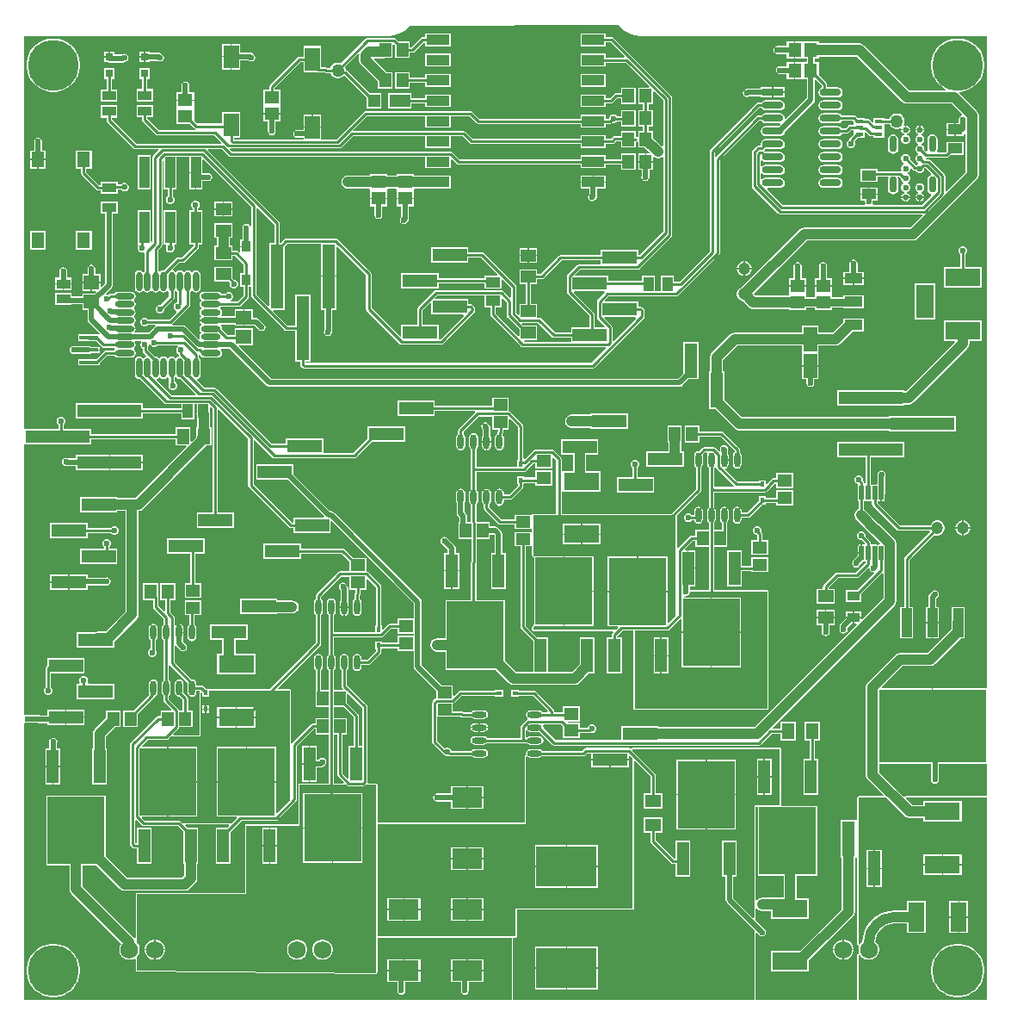
<source format=gtl>
G04*
G04 #@! TF.GenerationSoftware,Altium Limited,Altium Designer,21.6.4 (81)*
G04*
G04 Layer_Physical_Order=1*
G04 Layer_Color=255*
%FSLAX25Y25*%
%MOIN*%
G70*
G04*
G04 #@! TF.SameCoordinates,85F88870-6580-45CF-999F-45165BC928DD*
G04*
G04*
G04 #@! TF.FilePolarity,Positive*
G04*
G01*
G75*
%ADD15C,0.01000*%
%ADD22R,0.05938X0.04750*%
%ADD23R,0.03740X0.04331*%
%ADD24O,0.07677X0.02362*%
%ADD25R,0.05000X0.13504*%
%ADD26R,0.06299X0.11417*%
%ADD27R,0.05709X0.05118*%
%ADD28R,0.03150X0.03150*%
%ADD29R,0.04724X0.12992*%
%ADD30R,0.22047X0.25984*%
%ADD31R,0.04528X0.05512*%
%ADD32R,0.04921X0.04803*%
%ADD33R,0.08071X0.04803*%
%ADD34R,0.08858X0.03937*%
%ADD35R,0.13780X0.07008*%
%ADD36R,0.01575X0.02165*%
%ADD37R,0.05315X0.09252*%
%ADD38R,0.13500X0.05000*%
%ADD39O,0.02362X0.05709*%
%ADD40R,0.05512X0.04528*%
%ADD41R,0.05709X0.04921*%
%ADD42R,0.13504X0.05000*%
%ADD43R,0.06324X0.04939*%
%ADD44R,0.04134X0.05709*%
%ADD45R,0.05709X0.04134*%
%ADD46R,0.05118X0.05709*%
%ADD47O,0.08268X0.02992*%
%ADD48R,0.08268X0.02992*%
%ADD49R,0.04134X0.11221*%
%ADD50R,0.41339X0.28347*%
%ADD51R,0.05906X0.05512*%
%ADD52R,0.05000X0.25000*%
%ADD53O,0.02362X0.07677*%
%ADD54R,0.05315X0.03740*%
%ADD55R,0.05118X0.06102*%
%ADD56R,0.25000X0.05000*%
%ADD57R,0.07087X0.03937*%
%ADD58R,0.05906X0.09055*%
%ADD59R,0.04724X0.05315*%
%ADD60R,0.03937X0.12205*%
%ADD61R,0.07480X0.01575*%
%ADD62O,0.05709X0.02362*%
G04:AMPARAMS|DCode=63|XSize=17.72mil|YSize=55.12mil|CornerRadius=1.95mil|HoleSize=0mil|Usage=FLASHONLY|Rotation=180.000|XOffset=0mil|YOffset=0mil|HoleType=Round|Shape=RoundedRectangle|*
%AMROUNDEDRECTD63*
21,1,0.01772,0.05122,0,0,180.0*
21,1,0.01382,0.05512,0,0,180.0*
1,1,0.00390,-0.00691,0.02561*
1,1,0.00390,0.00691,0.02561*
1,1,0.00390,0.00691,-0.02561*
1,1,0.00390,-0.00691,-0.02561*
%
%ADD63ROUNDEDRECTD63*%
%ADD64R,0.04939X0.06324*%
%ADD65R,0.04724X0.03543*%
%ADD66R,0.23228X0.15748*%
%ADD67R,0.02165X0.01575*%
%ADD68R,0.11811X0.07874*%
%ADD69R,0.04921X0.05709*%
%ADD70R,0.03150X0.01575*%
%ADD71R,0.05315X0.03740*%
%ADD72R,0.05709X0.03740*%
%ADD73R,0.03937X0.05315*%
%ADD74R,0.04921X0.06102*%
%ADD75R,0.07087X0.12992*%
%ADD123C,0.04000*%
%ADD124C,0.02000*%
%ADD125C,0.03000*%
%ADD126C,0.06890*%
%ADD127C,0.02362*%
%ADD128O,0.02756X0.06299*%
%ADD129C,0.04724*%
%ADD130C,0.19685*%
%ADD131C,0.02756*%
%ADD132C,0.05000*%
G36*
X257886Y358523D02*
Y340914D01*
X257386Y340707D01*
X254043Y344050D01*
Y346465D01*
X252201D01*
Y348417D01*
X254043D01*
Y354732D01*
X252201D01*
Y357079D01*
X254043D01*
Y361713D01*
X254505Y361904D01*
X257886Y358523D01*
D02*
G37*
G36*
X183038Y341799D02*
X183369Y341578D01*
X183759Y341500D01*
X225878D01*
Y340051D01*
X235736D01*
Y341500D01*
X238189D01*
X238579Y341578D01*
X238910Y341799D01*
X239596Y342484D01*
X241626D01*
Y340150D01*
X247350D01*
Y342309D01*
X247634Y342365D01*
X247819Y342489D01*
X248284Y342299D01*
X248319Y342267D01*
Y340150D01*
X250734D01*
X252618Y338265D01*
X252427Y337803D01*
X251431D01*
Y334896D01*
X254043D01*
Y336219D01*
X254543Y336486D01*
X254930Y336228D01*
X255906Y336034D01*
X256881Y336228D01*
X257386Y336565D01*
X257886Y336298D01*
Y307572D01*
X248814Y298500D01*
X248236D01*
Y300480D01*
X233736D01*
Y298500D01*
X218178D01*
X217788Y298422D01*
X217457Y298201D01*
X210430Y291174D01*
X209178D01*
Y293029D01*
X202240D01*
Y287279D01*
X204689D01*
Y279650D01*
X202240D01*
Y275581D01*
X201778Y275390D01*
X200971Y276197D01*
Y286404D01*
X200893Y286794D01*
X200672Y287125D01*
X188533Y299264D01*
X188202Y299485D01*
X187812Y299563D01*
X182447D01*
Y301543D01*
X167947D01*
Y295543D01*
X182447D01*
Y297524D01*
X187390D01*
X193794Y291119D01*
X193603Y290657D01*
X188575D01*
Y289563D01*
X170947D01*
Y291543D01*
X156447D01*
Y285543D01*
X170947D01*
Y287524D01*
X188575D01*
Y285524D01*
X195283D01*
Y288977D01*
X195745Y289168D01*
X198931Y285982D01*
Y282236D01*
X198469Y282044D01*
X195919Y284595D01*
X195588Y284816D01*
X195198Y284894D01*
X169863D01*
X169473Y284816D01*
X169142Y284595D01*
X162976Y278429D01*
X162755Y278098D01*
X162677Y277708D01*
Y271543D01*
X156447D01*
Y267224D01*
X155985Y267033D01*
X144877Y278141D01*
Y291179D01*
X144799Y291569D01*
X144578Y291900D01*
X131903Y304575D01*
X131572Y304796D01*
X131182Y304874D01*
X111768D01*
X111378Y304796D01*
X111047Y304575D01*
X109826Y303354D01*
X109287D01*
Y310780D01*
X109210Y311170D01*
X108989Y311501D01*
X81357Y339133D01*
X81548Y339595D01*
X87085D01*
X89786Y336893D01*
X90117Y336672D01*
X90507Y336595D01*
X165839D01*
Y332177D01*
X175697D01*
Y335433D01*
X176159Y335625D01*
X177859Y333925D01*
X178189Y333704D01*
X178580Y333626D01*
X225878D01*
Y332177D01*
X235736D01*
Y333626D01*
X241626D01*
Y331488D01*
X247350D01*
Y337803D01*
X241626D01*
Y335665D01*
X235736D01*
Y337114D01*
X225878D01*
Y335665D01*
X179002D01*
X176332Y338335D01*
X176001Y338556D01*
X175611Y338634D01*
X90929D01*
X90142Y339421D01*
X90334Y339883D01*
X132772D01*
X133162Y339960D01*
X133493Y340181D01*
X137780Y344469D01*
X165839D01*
Y340051D01*
X175697D01*
Y344469D01*
X180368D01*
X183038Y341799D01*
D02*
G37*
G36*
X240623Y387603D02*
X241680Y386365D01*
X242918Y385308D01*
X244306Y384457D01*
X245810Y383834D01*
X247393Y383454D01*
X249016Y383326D01*
X383326D01*
X383326Y130815D01*
X362455D01*
Y116142D01*
X361955D01*
Y130815D01*
X342758D01*
X342567Y131277D01*
X350761Y139471D01*
X361469D01*
X362444Y139665D01*
X363271Y140217D01*
X373243Y150189D01*
X374772D01*
Y162409D01*
X369638D01*
Y156479D01*
X369589Y156232D01*
Y153745D01*
X360413Y144569D01*
X349705D01*
X348729Y144375D01*
X347902Y143822D01*
X337233Y133153D01*
X336681Y132326D01*
X336487Y131351D01*
Y97347D01*
X336681Y96371D01*
X337233Y95544D01*
X343191Y89586D01*
X343000Y89124D01*
X333661D01*
X333279Y88965D01*
X333120Y88583D01*
Y79991D01*
X332646Y79929D01*
X332620Y79929D01*
X326646D01*
Y65425D01*
X327097D01*
Y45367D01*
X310872Y29142D01*
X299697D01*
Y21134D01*
X314476D01*
Y25537D01*
X331448Y42509D01*
X332001Y43336D01*
X332195Y44311D01*
Y65245D01*
X332570Y65395D01*
X332639Y65408D01*
X333120Y65196D01*
Y31795D01*
X333174Y31665D01*
X333193Y31525D01*
X333251Y31480D01*
X333279Y31412D01*
X333409Y31358D01*
X333521Y31272D01*
X333560Y31262D01*
X333810Y30829D01*
X333653Y30244D01*
Y29205D01*
X333810Y28620D01*
X333560Y28187D01*
X333521Y28177D01*
X333409Y28091D01*
X333279Y28036D01*
X333251Y27969D01*
X333193Y27924D01*
X333174Y27784D01*
X333120Y27654D01*
Y17442D01*
X332965Y17067D01*
Y16398D01*
X333120Y16022D01*
Y10374D01*
X332658Y10374D01*
X293848Y10374D01*
Y36013D01*
X294310Y36204D01*
X295178Y35336D01*
X295675Y35004D01*
X296260Y34888D01*
X296845Y35004D01*
X297341Y35336D01*
X297673Y35832D01*
X297789Y36417D01*
X297673Y37003D01*
X297341Y37499D01*
X293540Y41300D01*
X293690Y41804D01*
X293731Y41903D01*
X293807Y41979D01*
Y42087D01*
X293848Y42186D01*
Y45453D01*
X294348Y45605D01*
X294457Y45442D01*
X294469Y45430D01*
X295296Y44877D01*
X296272Y44683D01*
X299697D01*
Y41724D01*
X314476D01*
Y49732D01*
X309636D01*
Y58358D01*
X317626D01*
Y85343D01*
X303883D01*
X303691Y85630D01*
Y107283D01*
X303532Y107666D01*
X303150Y107825D01*
X246063D01*
X245680Y107666D01*
X245105Y107585D01*
X244919Y107710D01*
X244528Y107787D01*
X228040D01*
X227650Y107710D01*
X227319Y107489D01*
X226539Y106709D01*
X211184D01*
X211056Y106901D01*
X210500Y107273D01*
X209844Y107403D01*
X206497D01*
X205841Y107273D01*
X205285Y106901D01*
X204914Y106345D01*
X204783Y105689D01*
X204912Y105039D01*
X204567Y104934D01*
X204465Y104850D01*
X204342Y104799D01*
X204310Y104723D01*
X204247Y104671D01*
X204234Y104539D01*
X204183Y104416D01*
Y78789D01*
X147195D01*
Y93504D01*
X147036Y93887D01*
X146653Y94045D01*
X143644D01*
X143295Y94545D01*
X143319Y94665D01*
Y123780D01*
X143241Y124170D01*
X143020Y124501D01*
X135409Y132112D01*
Y137833D01*
X135602Y137961D01*
X135973Y138517D01*
X136104Y139173D01*
Y142520D01*
X135973Y143176D01*
X135602Y143732D01*
X135046Y144103D01*
X134390Y144234D01*
X133734Y144103D01*
X133178Y143732D01*
X132806Y143176D01*
X132676Y142520D01*
Y139173D01*
X132806Y138517D01*
X133178Y137961D01*
X133370Y137833D01*
Y131690D01*
X133448Y131300D01*
X133669Y130969D01*
X133951Y130686D01*
X133760Y130224D01*
X130409D01*
Y137833D01*
X130602Y137961D01*
X130973Y138517D01*
X131104Y139173D01*
Y142520D01*
X130973Y143176D01*
X130602Y143732D01*
X130409Y143860D01*
Y150555D01*
X148757D01*
X149147Y150633D01*
X149478Y150854D01*
X152427Y153803D01*
X155110D01*
Y151862D01*
X161290D01*
Y151287D01*
X155110D01*
Y148460D01*
X148925D01*
Y149024D01*
X146350D01*
Y145858D01*
X146618D01*
Y145281D01*
X143204Y141866D01*
X141104D01*
Y142520D01*
X140973Y143176D01*
X140602Y143732D01*
X140046Y144103D01*
X139390Y144234D01*
X138734Y144103D01*
X138178Y143732D01*
X137806Y143176D01*
X137676Y142520D01*
Y139173D01*
X137806Y138517D01*
X138178Y137961D01*
X138734Y137590D01*
X139390Y137459D01*
X140046Y137590D01*
X140602Y137961D01*
X140973Y138517D01*
X141104Y139173D01*
Y139827D01*
X143626D01*
X144016Y139904D01*
X144347Y140126D01*
X148359Y144137D01*
X148580Y144468D01*
X148657Y144858D01*
Y145858D01*
X148925D01*
Y146421D01*
X155110D01*
Y145366D01*
X161290D01*
Y139248D01*
X161406Y138663D01*
X161738Y138167D01*
X169973Y129932D01*
Y127037D01*
X169833Y127009D01*
X169503Y126788D01*
X168752Y126037D01*
X168530Y125706D01*
X168453Y125316D01*
Y110055D01*
X168530Y109665D01*
X168752Y109334D01*
X172870Y105215D01*
X173017Y105117D01*
X173260Y104874D01*
X173878Y104618D01*
X174547D01*
X174840Y104739D01*
X175191Y104669D01*
X183700D01*
X183828Y104477D01*
X184385Y104105D01*
X185040Y103975D01*
X188387D01*
X189043Y104105D01*
X189599Y104477D01*
X189971Y105033D01*
X190101Y105689D01*
X189971Y106345D01*
X189599Y106901D01*
X189043Y107273D01*
X188387Y107403D01*
X185040D01*
X184385Y107273D01*
X183828Y106901D01*
X183700Y106709D01*
X175863D01*
X175638Y107252D01*
X175165Y107724D01*
X174547Y107980D01*
X173878D01*
X173260Y107724D01*
X173253Y107717D01*
X170492Y110477D01*
Y119874D01*
X174894D01*
X174992Y119854D01*
X179489D01*
X179650Y119747D01*
X180040Y119669D01*
X183700D01*
X183828Y119477D01*
X184385Y119105D01*
X185040Y118975D01*
X188387D01*
X189043Y119105D01*
X189599Y119477D01*
X189971Y120033D01*
X190101Y120689D01*
X189971Y121345D01*
X189599Y121901D01*
X189043Y122273D01*
X188387Y122403D01*
X185040D01*
X184385Y122273D01*
X183828Y121901D01*
X183700Y121709D01*
X180406D01*
X180245Y121816D01*
X179855Y121894D01*
X176484D01*
Y125064D01*
X176789Y125125D01*
X177119Y125346D01*
X179691Y127917D01*
X192710D01*
Y127650D01*
X195875D01*
Y130224D01*
X192710D01*
Y129957D01*
X179269D01*
X178878Y129879D01*
X178548Y129658D01*
X176946Y128057D01*
X176484Y128248D01*
Y132095D01*
X172135D01*
X164348Y139882D01*
Y164420D01*
X164232Y165006D01*
X163900Y165502D01*
X130344Y199058D01*
X129848Y199389D01*
X129263Y199506D01*
X128838D01*
X114693Y213651D01*
Y217488D01*
X100189D01*
Y211488D01*
X112530D01*
X126580Y197438D01*
X126389Y196976D01*
X114638D01*
Y194996D01*
X114060D01*
X99203Y209853D01*
Y226898D01*
X99665Y227090D01*
X106487Y220267D01*
X106818Y220046D01*
X107208Y219969D01*
X138232D01*
X138622Y220046D01*
X138953Y220267D01*
X144938Y226252D01*
X158000D01*
Y232252D01*
X143496D01*
Y227694D01*
X137810Y222008D01*
X126189D01*
Y227488D01*
X111685D01*
Y225508D01*
X106252D01*
X84692Y247067D01*
X84361Y247288D01*
X83971Y247366D01*
X80159D01*
X77349Y250176D01*
X77494Y250654D01*
X77624Y250680D01*
X78180Y251052D01*
X78552Y251608D01*
X78683Y252264D01*
Y257579D01*
X78552Y258235D01*
X78180Y258791D01*
X77988Y258919D01*
Y259813D01*
X78148Y259871D01*
X78488Y259896D01*
X78808Y259418D01*
X79364Y259046D01*
X80020Y258916D01*
X85335D01*
X85991Y259046D01*
X86547Y259418D01*
X86918Y259974D01*
X87049Y260630D01*
X86918Y261286D01*
X86608Y261750D01*
X86714Y262084D01*
X86830Y262250D01*
X90159D01*
X104354Y248055D01*
X104850Y247723D01*
X105435Y247607D01*
X264294D01*
X264879Y247723D01*
X265375Y248055D01*
X267785Y250465D01*
X271622D01*
Y264968D01*
X265622D01*
Y252627D01*
X263660Y250665D01*
X106069D01*
X93523Y263211D01*
X93714Y263673D01*
X98925D01*
Y270185D01*
X92020D01*
Y267752D01*
X89103D01*
X87003Y269852D01*
X87049Y270079D01*
X86918Y270735D01*
X86562Y271268D01*
X86588Y271397D01*
X86732Y271768D01*
X92020D01*
Y271153D01*
X95222D01*
Y274409D01*
Y277665D01*
X92020D01*
Y274827D01*
X86871D01*
X86654Y275327D01*
X86918Y275722D01*
X87049Y276378D01*
X86918Y277034D01*
X86547Y277590D01*
X86444Y277658D01*
X86413Y278167D01*
X86751Y278508D01*
X93504D01*
X93894Y278586D01*
X94225Y278807D01*
X97178Y281759D01*
X97399Y282090D01*
X97476Y282480D01*
Y286114D01*
X98307D01*
Y282881D01*
X98385Y282491D01*
X98606Y282160D01*
X111133Y269633D01*
X111463Y269412D01*
X111854Y269335D01*
X115268D01*
Y257354D01*
X117211D01*
Y256354D01*
X117289Y255964D01*
X117510Y255633D01*
X118096Y255048D01*
X118426Y254827D01*
X118816Y254749D01*
X230560D01*
X230950Y254827D01*
X231281Y255048D01*
X250543Y274310D01*
X250764Y274640D01*
X250842Y275031D01*
Y276894D01*
X250764Y277285D01*
X250543Y277615D01*
X249957Y278201D01*
X249626Y278422D01*
X249236Y278500D01*
X248236D01*
Y280480D01*
X235417D01*
X235226Y280942D01*
X236811Y282528D01*
X263031D01*
X263421Y282605D01*
X263752Y282826D01*
X279616Y298691D01*
X279837Y299022D01*
X279915Y299412D01*
Y335249D01*
X295182Y350516D01*
X296037D01*
X296317Y350096D01*
X296977Y349655D01*
X297756Y349500D01*
X303031D01*
X303150Y349524D01*
X303396Y349063D01*
X302904Y348571D01*
X297756D01*
X296977Y348416D01*
X296317Y347974D01*
X295876Y347314D01*
X295721Y346535D01*
X295876Y345757D01*
X296317Y345096D01*
X296977Y344655D01*
X297756Y344500D01*
X303031D01*
X303810Y344655D01*
X304471Y345096D01*
X304912Y345757D01*
X305035Y346376D01*
X316239Y357580D01*
X316570Y358076D01*
X316687Y358661D01*
Y366105D01*
X317187Y366312D01*
X319390Y364109D01*
Y363397D01*
X318758Y362975D01*
X318317Y362314D01*
X318162Y361535D01*
X318317Y360757D01*
X318758Y360096D01*
X319418Y359655D01*
X320197Y359500D01*
X325472D01*
X326251Y359655D01*
X326911Y360096D01*
X327353Y360757D01*
X327508Y361535D01*
X327353Y362314D01*
X326911Y362975D01*
X326251Y363416D01*
X325472Y363571D01*
X321429D01*
Y364531D01*
X321351Y364922D01*
X321130Y365252D01*
X318216Y368166D01*
Y373433D01*
X316687D01*
Y374598D01*
X318216D01*
Y375404D01*
X332983D01*
X350485Y357902D01*
X351312Y357350D01*
X352287Y357156D01*
X369554D01*
X373650Y353060D01*
X373486Y352517D01*
X373430Y352506D01*
X372934Y352175D01*
X372603Y351679D01*
X372486Y351093D01*
Y349713D01*
X371313D01*
Y347146D01*
Y344579D01*
X374417D01*
Y345320D01*
X374648Y345459D01*
X375148Y345175D01*
Y330709D01*
X367655Y323216D01*
X367193Y323407D01*
Y329203D01*
X367115Y329593D01*
X366894Y329924D01*
X361390Y335428D01*
X361060Y335649D01*
X360669Y335726D01*
X359719D01*
X359700Y335776D01*
X360043Y336276D01*
X367709D01*
X368099Y336353D01*
X368430Y336574D01*
X369151Y337295D01*
X374417D01*
Y342429D01*
X367709D01*
Y338737D01*
X367286Y338315D01*
X364205D01*
X363938Y338815D01*
X364059Y338996D01*
X364212Y339764D01*
Y343307D01*
X364059Y344075D01*
X363624Y344726D01*
X362973Y345161D01*
X362205Y345314D01*
X361437Y345161D01*
X360786Y344726D01*
X360350Y344075D01*
X360198Y343307D01*
Y339764D01*
X360315Y339172D01*
X360083Y338709D01*
X360000Y338620D01*
X359783Y338588D01*
X359134Y339237D01*
Y339919D01*
X358864Y340570D01*
X358366Y341069D01*
X358130Y341166D01*
Y341708D01*
X358366Y341805D01*
X358864Y342303D01*
X359134Y342955D01*
Y343659D01*
X358864Y344311D01*
X358366Y344809D01*
X358012Y344956D01*
Y345497D01*
X358314Y345622D01*
X358787Y346095D01*
X359043Y346713D01*
Y346797D01*
X357362D01*
X355681D01*
Y346713D01*
X355937Y346095D01*
X356410Y345622D01*
X356713Y345497D01*
Y344956D01*
X356359Y344809D01*
X355860Y344311D01*
X355591Y343659D01*
Y342955D01*
X355860Y342303D01*
X356359Y341805D01*
X356594Y341708D01*
Y341166D01*
X356359Y341069D01*
X355860Y340570D01*
X355591Y339919D01*
Y339214D01*
X355860Y338563D01*
X356359Y338065D01*
X356594Y337967D01*
Y337426D01*
X356359Y337329D01*
X355860Y336830D01*
X355591Y336179D01*
Y335474D01*
X355860Y334823D01*
X356359Y334325D01*
X356594Y334227D01*
Y333686D01*
X356359Y333589D01*
X356137Y333367D01*
X355752D01*
X353622Y335497D01*
Y336179D01*
X353352Y336830D01*
X352854Y337329D01*
X352203Y337598D01*
X351498D01*
X350847Y337329D01*
X350348Y336830D01*
X350079Y336179D01*
Y335474D01*
X350348Y334823D01*
X350847Y334325D01*
X351082Y334227D01*
Y333686D01*
X350847Y333589D01*
X350348Y333090D01*
X350079Y332439D01*
Y331734D01*
X350184Y331481D01*
X349824Y331043D01*
X349801Y331047D01*
X340953D01*
Y331996D01*
X334244D01*
Y326862D01*
X340953D01*
Y329008D01*
X345007D01*
X345274Y328508D01*
X345154Y328327D01*
X345001Y327559D01*
Y324016D01*
X345154Y323248D01*
X345589Y322597D01*
X346240Y322162D01*
X347008Y322009D01*
X347776Y322162D01*
X348427Y322597D01*
X348862Y323248D01*
X349015Y324016D01*
Y327559D01*
X348862Y328327D01*
X348793Y328431D01*
X349018Y328879D01*
X349464Y328922D01*
X350079Y328308D01*
Y327994D01*
X350348Y327343D01*
X350847Y326845D01*
X351082Y326747D01*
Y326206D01*
X350847Y326108D01*
X350348Y325610D01*
X350079Y324959D01*
Y324254D01*
X350348Y323603D01*
X350847Y323104D01*
X351201Y322958D01*
Y322417D01*
X350898Y322291D01*
X350425Y321818D01*
X350169Y321200D01*
Y321116D01*
X351850D01*
X353532D01*
Y321200D01*
X353276Y321818D01*
X352803Y322291D01*
X352500Y322417D01*
Y322958D01*
X352854Y323104D01*
X353352Y323603D01*
X353622Y324254D01*
Y324959D01*
X353352Y325610D01*
X352854Y326108D01*
X352618Y326206D01*
Y326747D01*
X352854Y326845D01*
X353352Y327343D01*
X353622Y327994D01*
Y328699D01*
X353352Y329350D01*
X352854Y329848D01*
X352618Y329946D01*
Y330487D01*
X352854Y330585D01*
X353352Y331083D01*
X353622Y331734D01*
Y331906D01*
X354122Y332113D01*
X354609Y331626D01*
X354940Y331405D01*
X355330Y331328D01*
X355759D01*
X355860Y331083D01*
X356359Y330585D01*
X357010Y330315D01*
X357715D01*
X358366Y330585D01*
X358864Y331083D01*
X359134Y331734D01*
Y332168D01*
X359634Y332179D01*
X361814Y329998D01*
X361650Y329456D01*
X361437Y329413D01*
X360786Y328978D01*
X360350Y328327D01*
X360198Y327559D01*
Y324016D01*
X360350Y323248D01*
X360786Y322597D01*
X361437Y322162D01*
X361650Y322119D01*
X361814Y321576D01*
X358187Y317949D01*
X339228D01*
X338961Y318449D01*
X339011Y318525D01*
X339128Y319110D01*
Y319579D01*
X340953D01*
Y321896D01*
X337598D01*
X334244D01*
Y319579D01*
X336069D01*
Y319110D01*
X336186Y318525D01*
X336236Y318449D01*
X335969Y317949D01*
X304255D01*
X298203Y324000D01*
X298410Y324500D01*
X303031D01*
X303810Y324655D01*
X304471Y325096D01*
X304912Y325757D01*
X305067Y326535D01*
X304912Y327314D01*
X304471Y327975D01*
X303810Y328416D01*
X303031Y328571D01*
X297756D01*
X296977Y328416D01*
X296317Y327975D01*
X296225Y327837D01*
X295725Y327989D01*
Y330082D01*
X296225Y330234D01*
X296317Y330096D01*
X296977Y329655D01*
X297756Y329500D01*
X303031D01*
X303810Y329655D01*
X304471Y330096D01*
X304912Y330757D01*
X305067Y331535D01*
X304912Y332314D01*
X304471Y332975D01*
X303810Y333416D01*
X303031Y333571D01*
X297756D01*
X296977Y333416D01*
X296317Y332975D01*
X296225Y332837D01*
X295725Y332989D01*
Y335082D01*
X296225Y335234D01*
X296317Y335096D01*
X296977Y334655D01*
X297756Y334500D01*
X303031D01*
X303810Y334655D01*
X304471Y335096D01*
X304912Y335757D01*
X305067Y336535D01*
X304912Y337314D01*
X304471Y337975D01*
X303810Y338416D01*
X303031Y338571D01*
X297756D01*
X297401Y338500D01*
X297205Y338697D01*
X296919Y339035D01*
X297205Y339374D01*
X297401Y339571D01*
X297756Y339500D01*
X303031D01*
X303810Y339655D01*
X304471Y340096D01*
X304912Y340757D01*
X305067Y341535D01*
X304912Y342314D01*
X304471Y342974D01*
X303810Y343416D01*
X303031Y343571D01*
X297756D01*
X296977Y343416D01*
X296317Y342974D01*
X295876Y342314D01*
X295721Y341535D01*
X295768Y341298D01*
X295356Y340805D01*
X294670D01*
X294280Y340727D01*
X293949Y340506D01*
X292484Y339042D01*
X292263Y338711D01*
X292186Y338321D01*
Y325435D01*
X292263Y325045D01*
X292484Y324714D01*
X302490Y314708D01*
X302821Y314487D01*
X303211Y314409D01*
X358195D01*
X358387Y313948D01*
X353665Y309226D01*
X312583D01*
X311607Y309032D01*
X310780Y308479D01*
X288494Y286193D01*
X288265Y286132D01*
X287613Y285755D01*
X287080Y285222D01*
X286703Y284569D01*
X286508Y283841D01*
Y283088D01*
X286703Y282360D01*
X287080Y281707D01*
X287613Y281174D01*
X288265Y280797D01*
X288761Y280664D01*
X290913Y278513D01*
X291740Y277960D01*
X292716Y277766D01*
X306685D01*
Y277256D01*
X313394D01*
Y278276D01*
X316528D01*
Y277256D01*
X323236D01*
Y278276D01*
X327650D01*
Y278043D01*
X335736D01*
Y282980D01*
X327650D01*
Y282354D01*
X323590D01*
X323236Y282708D01*
X323236Y283374D01*
X323236Y283874D01*
Y286364D01*
X316528D01*
Y283874D01*
X316528Y283555D01*
X316528Y283055D01*
Y282354D01*
X313747D01*
X313394Y282708D01*
X313394Y283374D01*
X313394Y283874D01*
Y286364D01*
X306685D01*
Y283874D01*
X306685Y283555D01*
Y283218D01*
X306331Y282864D01*
X293772D01*
X293073Y283563D01*
X313638Y304128D01*
X354721D01*
X355696Y304322D01*
X356523Y304875D01*
X379499Y327851D01*
X380052Y328678D01*
X380246Y329653D01*
Y352618D01*
X380052Y353594D01*
X379499Y354420D01*
X372715Y361205D01*
X372822Y361572D01*
X372914Y361713D01*
X374469Y361959D01*
X376017Y362462D01*
X377468Y363201D01*
X378785Y364158D01*
X379936Y365310D01*
X380893Y366627D01*
X381632Y368077D01*
X382135Y369625D01*
X382390Y371233D01*
Y372861D01*
X382135Y374469D01*
X381632Y376017D01*
X380893Y377468D01*
X379936Y378785D01*
X378785Y379936D01*
X377468Y380893D01*
X376017Y381632D01*
X374469Y382135D01*
X372861Y382390D01*
X371233D01*
X369625Y382135D01*
X368077Y381632D01*
X366627Y380893D01*
X365310Y379936D01*
X364158Y378785D01*
X363201Y377468D01*
X362462Y376017D01*
X361959Y374469D01*
X361705Y372861D01*
Y371233D01*
X361959Y369625D01*
X362462Y368077D01*
X363201Y366627D01*
X364158Y365310D01*
X365310Y364158D01*
X366627Y363201D01*
X367506Y362754D01*
X367385Y362254D01*
X353343D01*
X335842Y379755D01*
X335015Y380308D01*
X334039Y380502D01*
X318216D01*
Y381307D01*
X312417D01*
X312098Y381307D01*
X311598Y381307D01*
X309108D01*
Y377953D01*
Y374598D01*
X311598D01*
X311917Y374598D01*
X312417Y374598D01*
X313628D01*
Y373787D01*
X313275Y373433D01*
X312098Y373433D01*
X311598Y373433D01*
X309108D01*
Y370079D01*
Y366724D01*
X311598D01*
X311917Y366724D01*
X312417Y366724D01*
X313628D01*
Y359295D01*
X305504Y351171D01*
X305043Y351417D01*
X305067Y351535D01*
X304912Y352314D01*
X304471Y352975D01*
X303810Y353416D01*
X303031Y353571D01*
X297756D01*
X296977Y353416D01*
X296317Y352975D01*
X296037Y352555D01*
X294760D01*
X294370Y352477D01*
X294039Y352256D01*
X278414Y336631D01*
X277914Y336838D01*
Y338247D01*
X295182Y355516D01*
X296037D01*
X296317Y355096D01*
X296977Y354655D01*
X297756Y354500D01*
X303031D01*
X303810Y354655D01*
X304471Y355096D01*
X304912Y355757D01*
X305067Y356535D01*
X304912Y357314D01*
X304471Y357975D01*
X303810Y358416D01*
X303031Y358571D01*
X297756D01*
X296977Y358416D01*
X296317Y357975D01*
X296037Y357555D01*
X294760D01*
X294370Y357477D01*
X294039Y357256D01*
X276173Y339391D01*
X275952Y339060D01*
X275874Y338670D01*
Y299954D01*
X264341Y288421D01*
X262114D01*
Y290756D01*
X256980D01*
Y284567D01*
X254831D01*
Y290756D01*
X249697D01*
Y288500D01*
X236736D01*
Y290480D01*
X223917D01*
X223726Y290942D01*
X225744Y292961D01*
X248150D01*
X248541Y293038D01*
X248871Y293259D01*
X261126Y305514D01*
X261348Y305845D01*
X261425Y306235D01*
Y359567D01*
X261348Y359957D01*
X261126Y360288D01*
X238804Y382611D01*
X238473Y382832D01*
X238083Y382909D01*
X235736D01*
Y384358D01*
X225878D01*
Y379421D01*
X235736D01*
Y380870D01*
X237660D01*
X243033Y375497D01*
X242842Y375035D01*
X235736D01*
Y376484D01*
X225878D01*
Y371547D01*
X235736D01*
Y372996D01*
X243413D01*
X252554Y363856D01*
X252362Y363394D01*
X248319D01*
Y357079D01*
X250162D01*
Y354732D01*
X248319D01*
Y348417D01*
X250162D01*
Y346465D01*
X248319D01*
Y344347D01*
X248284Y344316D01*
X247819Y344126D01*
X247634Y344249D01*
X247350Y344305D01*
Y346465D01*
X241626D01*
Y344524D01*
X239173D01*
X238783Y344446D01*
X238452Y344225D01*
X237767Y343539D01*
X235736D01*
Y344988D01*
X225878D01*
Y343539D01*
X184181D01*
X181511Y346209D01*
X181181Y346430D01*
X180790Y346508D01*
X138026D01*
X137819Y347008D01*
X143154Y352343D01*
X165839D01*
Y347925D01*
X175697D01*
Y352343D01*
X182945D01*
X185615Y349673D01*
X185945Y349452D01*
X186336Y349374D01*
X225878D01*
Y347925D01*
X235736D01*
Y349374D01*
X237427D01*
X237817Y349452D01*
X238148Y349673D01*
X238252Y349777D01*
X238445Y349697D01*
X239114D01*
X239732Y349953D01*
X240137Y350358D01*
X241626D01*
Y348417D01*
X247350D01*
Y354732D01*
X241626D01*
Y352397D01*
X240137D01*
X239732Y352803D01*
X239114Y353059D01*
X238445D01*
X237827Y352803D01*
X237354Y352330D01*
X237098Y351712D01*
Y351507D01*
X237004Y351413D01*
X235736D01*
Y352862D01*
X225878D01*
Y351413D01*
X186758D01*
X184088Y354083D01*
X183757Y354304D01*
X183367Y354382D01*
X142732D01*
X142342Y354304D01*
X142011Y354083D01*
X131350Y343422D01*
X125500D01*
Y347781D01*
X122047D01*
X118595D01*
Y347002D01*
X116142D01*
X115557Y346885D01*
X115060Y346554D01*
X114729Y346058D01*
X114612Y345472D01*
X114729Y344887D01*
X115060Y344391D01*
X115557Y344059D01*
X116142Y343943D01*
X118595D01*
Y343422D01*
X91571D01*
Y343988D01*
X94004D01*
Y354043D01*
X87098D01*
Y349445D01*
X77292D01*
X76189Y350548D01*
Y354906D01*
X76189Y355224D01*
X76189Y355724D01*
Y358215D01*
X69480D01*
Y355724D01*
X69480Y355405D01*
X69480Y354906D01*
Y349106D01*
X74747D01*
X76149Y347704D01*
X76480Y347483D01*
X76641Y347451D01*
X76592Y346951D01*
X62538D01*
X58106Y351383D01*
Y351961D01*
X60244D01*
Y356701D01*
X53929D01*
Y351961D01*
X56067D01*
Y350961D01*
X56145Y350570D01*
X56366Y350240D01*
X61395Y345211D01*
X61726Y344989D01*
X62116Y344912D01*
X83889D01*
X86705Y342096D01*
X86514Y341634D01*
X53879D01*
X44327Y351186D01*
Y351764D01*
X46465D01*
Y356504D01*
X40150D01*
Y351764D01*
X42287D01*
Y350764D01*
X42365Y350374D01*
X42586Y350043D01*
X52736Y339893D01*
X53066Y339672D01*
X53457Y339595D01*
X62310D01*
X62502Y339133D01*
X60277Y336908D01*
X60056Y336577D01*
X59978Y336187D01*
Y303788D01*
X59898Y303734D01*
X59398Y304001D01*
Y315854D01*
X54461D01*
Y302650D01*
X54486D01*
X54693Y302150D01*
X54677Y302133D01*
X54421Y301516D01*
Y300847D01*
X54677Y300229D01*
X55150Y299756D01*
X55768Y299500D01*
X56437D01*
X56635Y299582D01*
X57051Y299305D01*
Y292384D01*
X56859Y292255D01*
X56746Y292087D01*
X56246D01*
X56133Y292255D01*
X55577Y292627D01*
X54921Y292757D01*
X54265Y292627D01*
X53709Y292255D01*
X53338Y291699D01*
X53207Y291043D01*
Y285728D01*
X53338Y285072D01*
X53709Y284516D01*
X54265Y284145D01*
X54921Y284014D01*
X55577Y284145D01*
X56133Y284516D01*
X56246Y284685D01*
X56746D01*
X56859Y284516D01*
X57415Y284145D01*
X58071Y284014D01*
X58727Y284145D01*
X59283Y284516D01*
X59396Y284685D01*
X59896D01*
X60009Y284516D01*
X60565Y284145D01*
X61221Y284014D01*
X61876Y284145D01*
X62432Y284516D01*
X62545Y284685D01*
X63045D01*
X63158Y284516D01*
X63714Y284145D01*
X64370Y284014D01*
X65026Y284145D01*
X65582Y284516D01*
X65650Y284618D01*
X66159Y284650D01*
X66500Y284312D01*
Y282509D01*
X63231Y279240D01*
X62658D01*
X62040Y278984D01*
X61567Y278511D01*
X61311Y277893D01*
Y277225D01*
X61567Y276607D01*
X62040Y276134D01*
X62658Y275878D01*
X63327D01*
X63944Y276134D01*
X64417Y276607D01*
X64673Y277225D01*
Y277798D01*
X68241Y281366D01*
X68462Y281696D01*
X68539Y282087D01*
Y284388D01*
X68732Y284516D01*
X68800Y284618D01*
X69309Y284650D01*
X69650Y284312D01*
Y280224D01*
X69547D01*
X68930Y279969D01*
X68457Y279496D01*
X68201Y278878D01*
Y278209D01*
X68457Y277591D01*
X68930Y277118D01*
X69257Y276983D01*
X69381Y276400D01*
X66573Y273591D01*
X58378D01*
X57973Y273997D01*
X57355Y274253D01*
X56686D01*
X56068Y273997D01*
X55596Y273524D01*
X55340Y272906D01*
Y272237D01*
X55596Y271620D01*
X56068Y271147D01*
X56686Y270891D01*
X57355D01*
X57973Y271147D01*
X58378Y271552D01*
X61059D01*
X61211Y271052D01*
X61013Y270920D01*
X58551Y268459D01*
X53365D01*
X53250Y268625D01*
X53143Y268958D01*
X53454Y269423D01*
X53534Y269829D01*
X49213D01*
Y270329D01*
X53534D01*
X53454Y270735D01*
X53082Y271291D01*
X52913Y271404D01*
Y271903D01*
X53082Y272016D01*
X53454Y272572D01*
X53584Y273228D01*
X53454Y273884D01*
X53082Y274440D01*
X52913Y274553D01*
Y275053D01*
X53082Y275166D01*
X53454Y275722D01*
X53534Y276128D01*
X49213D01*
Y276628D01*
X53534D01*
X53454Y277034D01*
X53082Y277590D01*
X52913Y277703D01*
Y278203D01*
X53082Y278316D01*
X53454Y278872D01*
X53584Y279528D01*
X53454Y280184D01*
X53082Y280740D01*
X52913Y280852D01*
Y281352D01*
X53082Y281465D01*
X53454Y282021D01*
X53584Y282677D01*
X53454Y283333D01*
X53082Y283889D01*
X52526Y284261D01*
X51870Y284391D01*
X46555D01*
X45899Y284261D01*
X45343Y283889D01*
X45215Y283697D01*
X43873D01*
X43482Y283619D01*
X43152Y283398D01*
X42851Y283097D01*
X42657Y283177D01*
X42302D01*
X42095Y283677D01*
X44388Y285970D01*
X44720Y286467D01*
X44837Y287052D01*
Y314657D01*
X46661D01*
Y319398D01*
X39953D01*
Y314657D01*
X41778D01*
Y287685D01*
X40332Y286240D01*
X39870Y286431D01*
Y287742D01*
X36667D01*
Y284736D01*
X38022D01*
X38214Y284274D01*
X37707Y283768D01*
X32965D01*
Y282533D01*
X28748D01*
Y283866D01*
X22433D01*
Y279126D01*
X28748D01*
Y279474D01*
X32965D01*
Y277256D01*
X34888D01*
Y273663D01*
X35004Y273077D01*
X35336Y272581D01*
X39594Y268323D01*
X39387Y267823D01*
X31193D01*
Y265248D01*
X35622D01*
X35721Y265228D01*
X38251D01*
X40421Y263059D01*
X40751Y262838D01*
X41142Y262760D01*
X45215D01*
X45343Y262567D01*
X45445Y262499D01*
X45477Y261991D01*
X45138Y261649D01*
X41929D01*
X41539Y261572D01*
X41208Y261351D01*
X38251Y258394D01*
X35721D01*
X35622Y258374D01*
X31193D01*
Y255799D01*
X39673D01*
Y256932D01*
X42351Y259610D01*
X45215D01*
X45343Y259418D01*
X45899Y259046D01*
X46555Y258916D01*
X51870D01*
X52526Y259046D01*
X53082Y259418D01*
X53454Y259974D01*
X53584Y260630D01*
X53454Y261286D01*
X53082Y261842D01*
X52913Y261955D01*
Y262455D01*
X53082Y262567D01*
X53454Y263124D01*
X53584Y263779D01*
X53454Y264436D01*
X53143Y264900D01*
X53250Y265233D01*
X53365Y265400D01*
X55622D01*
X55829Y264900D01*
X55661Y264732D01*
X55405Y264114D01*
Y263445D01*
X55661Y262827D01*
X56134Y262354D01*
X56328Y262274D01*
Y261452D01*
X56405Y261062D01*
X56626Y260731D01*
X57691Y259667D01*
X57545Y259188D01*
X57415Y259162D01*
X56859Y258791D01*
X56746Y258622D01*
X56246D01*
X56133Y258791D01*
X55577Y259162D01*
X54921Y259293D01*
X54265Y259162D01*
X53709Y258791D01*
X53338Y258235D01*
X53207Y257579D01*
Y252264D01*
X53338Y251608D01*
X53709Y251052D01*
X54265Y250680D01*
X54921Y250550D01*
X55203Y250606D01*
X64683Y241125D01*
X65013Y240904D01*
X65404Y240827D01*
X71350D01*
Y239366D01*
X56465D01*
Y241347D01*
X30465D01*
Y235347D01*
X56465D01*
Y237327D01*
X71341D01*
X71350Y237320D01*
Y235032D01*
X76287D01*
Y240827D01*
X77256D01*
Y237609D01*
X77175Y237205D01*
X77256Y236800D01*
Y235032D01*
X77372D01*
Y231898D01*
X76961D01*
Y228132D01*
X76931Y227985D01*
X75273Y226326D01*
X74811Y226518D01*
Y231898D01*
X68890D01*
Y229366D01*
X36465D01*
Y231347D01*
X25626D01*
Y232894D01*
X26032Y233300D01*
X26287Y233918D01*
Y234586D01*
X26032Y235204D01*
X25559Y235677D01*
X24941Y235933D01*
X24272D01*
X23654Y235677D01*
X23181Y235204D01*
X22925Y234586D01*
Y233918D01*
X23181Y233300D01*
X23587Y232894D01*
Y231347D01*
X10465D01*
X10374Y231809D01*
Y383326D01*
X151575D01*
X153198Y383454D01*
X154781Y383834D01*
X156285Y384457D01*
X157673Y385308D01*
X158911Y386365D01*
X159825Y387435D01*
X240523Y387765D01*
X240623Y387603D01*
D02*
G37*
G36*
X74461Y330762D02*
X76929D01*
Y330512D01*
X77179D01*
Y323909D01*
X79398D01*
Y327211D01*
X81693D01*
X82278Y327327D01*
X82774Y327659D01*
X83106Y328155D01*
X83222Y328740D01*
X83106Y329325D01*
X82774Y329822D01*
X82278Y330153D01*
X81693Y330270D01*
X79398D01*
Y335433D01*
X79860Y335625D01*
X98307Y317177D01*
Y309817D01*
X98274Y309804D01*
X97807Y309734D01*
X97538Y310137D01*
X97042Y310468D01*
X96457Y310584D01*
X95871Y310468D01*
X95375Y310137D01*
X95044Y309640D01*
X94927Y309055D01*
Y304437D01*
X94087D01*
Y302022D01*
X96457D01*
Y301522D01*
X94087D01*
Y299795D01*
X93587Y299588D01*
X93241Y299934D01*
X92910Y300155D01*
X92520Y300232D01*
X91067D01*
Y302288D01*
X90147D01*
Y305196D01*
X91067D01*
Y310946D01*
X84130D01*
Y305196D01*
X85049D01*
Y302288D01*
X84130D01*
Y296538D01*
X91067D01*
Y298193D01*
X92097D01*
X95437Y294853D01*
Y291445D01*
X94087D01*
Y286114D01*
X95437D01*
Y282903D01*
X93082Y280547D01*
X90599D01*
X90500Y281047D01*
X90519Y281055D01*
X90992Y281528D01*
X91248Y282146D01*
Y282815D01*
X90992Y283433D01*
X90519Y283906D01*
X89901Y284161D01*
X89232D01*
X88615Y283906D01*
X88307Y283598D01*
X86741D01*
X86547Y283889D01*
X85991Y284261D01*
X85335Y284391D01*
X80020D01*
X79364Y284261D01*
X78808Y283889D01*
X78436Y283333D01*
X78306Y282677D01*
X78436Y282021D01*
X78808Y281465D01*
X78977Y281352D01*
Y280852D01*
X78808Y280740D01*
X78436Y280184D01*
X78306Y279528D01*
X78436Y278872D01*
X78808Y278316D01*
X78977Y278203D01*
Y277703D01*
X78808Y277590D01*
X78436Y277034D01*
X78306Y276378D01*
X78436Y275722D01*
X78808Y275166D01*
X78977Y275053D01*
Y274553D01*
X78808Y274440D01*
X78436Y273884D01*
X78355Y273478D01*
X82677D01*
Y272978D01*
X78355D01*
X78436Y272572D01*
X78808Y272016D01*
X78977Y271903D01*
Y271404D01*
X78808Y271291D01*
X78436Y270735D01*
X78306Y270079D01*
X78436Y269423D01*
X78808Y268867D01*
X78977Y268754D01*
Y268254D01*
X78808Y268141D01*
X78436Y267585D01*
X78306Y266929D01*
X78419Y266359D01*
X78191Y266154D01*
X78007Y266065D01*
X73151Y270920D01*
X72655Y271252D01*
X72070Y271368D01*
X67893D01*
X67737Y271795D01*
X67733Y271868D01*
X74540Y278675D01*
X74761Y279006D01*
X74839Y279396D01*
Y284388D01*
X75031Y284516D01*
X75144Y284685D01*
X75644D01*
X75757Y284516D01*
X76313Y284145D01*
X76968Y284014D01*
X77624Y284145D01*
X78180Y284516D01*
X78552Y285072D01*
X78683Y285728D01*
Y291043D01*
X78552Y291699D01*
X78180Y292255D01*
X77624Y292627D01*
X76968Y292757D01*
X76313Y292627D01*
X75757Y292255D01*
X75644Y292087D01*
X75144D01*
X75031Y292255D01*
X74475Y292627D01*
X73819Y292757D01*
X73163Y292627D01*
X72607Y292255D01*
X72494Y292087D01*
X71994D01*
X71881Y292255D01*
X71325Y292627D01*
X70669Y292757D01*
X70013Y292627D01*
X69457Y292255D01*
X69345Y292087D01*
X68844D01*
X68732Y292255D01*
X68176Y292627D01*
X68045Y292653D01*
X67900Y293131D01*
X70318Y295549D01*
X71848D01*
X72239Y295627D01*
X72569Y295848D01*
X77650Y300929D01*
X77871Y301259D01*
X77949Y301650D01*
Y302650D01*
X79398D01*
Y315854D01*
X77791D01*
Y316556D01*
X78197Y316961D01*
X78453Y317579D01*
Y318248D01*
X78197Y318866D01*
X77724Y319338D01*
X77106Y319595D01*
X76437D01*
X75819Y319338D01*
X75346Y318866D01*
X75090Y318248D01*
Y317579D01*
X75346Y316961D01*
X75752Y316556D01*
Y315854D01*
X74461D01*
Y302650D01*
X75910D01*
Y302072D01*
X71426Y297588D01*
X69896D01*
X69506Y297511D01*
X69175Y297290D01*
X64597Y292712D01*
X64370Y292757D01*
X63714Y292627D01*
X63158Y292255D01*
X63090Y292153D01*
X62581Y292122D01*
X62240Y292460D01*
Y300671D01*
X63604Y302035D01*
X63825Y302366D01*
X63903Y302756D01*
Y335123D01*
X63961Y335161D01*
X64461Y334894D01*
Y323909D01*
X65909D01*
Y321240D01*
X65504Y320834D01*
X65248Y320216D01*
Y319548D01*
X65504Y318930D01*
X65977Y318457D01*
X66595Y318201D01*
X67264D01*
X67881Y318457D01*
X68354Y318930D01*
X68610Y319548D01*
Y320216D01*
X68354Y320834D01*
X67949Y321240D01*
Y323909D01*
X69398D01*
Y336595D01*
X74461D01*
Y330762D01*
D02*
G37*
G36*
X107248Y310357D02*
Y303354D01*
X105268D01*
Y279035D01*
X104806Y278844D01*
X100346Y283303D01*
Y316606D01*
X100808Y316797D01*
X107248Y310357D01*
D02*
G37*
G36*
X235380Y283980D02*
X232515Y281116D01*
X232294Y280785D01*
X232217Y280395D01*
Y274480D01*
X232294Y274090D01*
X232515Y273759D01*
X235332Y270942D01*
X235141Y270480D01*
X231334D01*
Y275648D01*
X231257Y276038D01*
X231036Y276369D01*
X223387Y284018D01*
X223578Y284480D01*
X235173D01*
X235380Y283980D01*
D02*
G37*
G36*
X233736Y295000D02*
X225322D01*
X224932Y294922D01*
X224601Y294701D01*
X221015Y291115D01*
X220794Y290785D01*
X220717Y290394D01*
Y284227D01*
X220794Y283837D01*
X221015Y283506D01*
X229295Y275226D01*
Y270480D01*
X222236D01*
Y268500D01*
X216163D01*
X210542Y274121D01*
X210211Y274342D01*
X209821Y274420D01*
X209178D01*
Y279650D01*
X206728D01*
Y287279D01*
X209178D01*
Y289135D01*
X210852D01*
X211242Y289212D01*
X211573Y289433D01*
X218601Y296461D01*
X233736D01*
Y295000D01*
D02*
G37*
G36*
X197431Y280198D02*
Y275153D01*
X197509Y274763D01*
X197730Y274432D01*
X200983Y271179D01*
X201017Y271157D01*
X202240Y269934D01*
Y267307D01*
X201778Y267115D01*
X192949Y275944D01*
Y278240D01*
X195283D01*
Y281693D01*
X195745Y281884D01*
X197431Y280198D01*
D02*
G37*
G36*
X167947Y279862D02*
Y275543D01*
X180352D01*
X180543Y275081D01*
X171525Y266063D01*
X170947D01*
Y271543D01*
X164716D01*
Y277285D01*
X167485Y280054D01*
X167947Y279862D01*
D02*
G37*
G36*
X247368Y274018D02*
X238718Y265368D01*
X238256Y265560D01*
Y270480D01*
X238178Y270870D01*
X237957Y271201D01*
X235140Y274018D01*
X235331Y274480D01*
X247177D01*
X247368Y274018D01*
D02*
G37*
G36*
X215020Y266759D02*
X215351Y266538D01*
X215741Y266461D01*
X222236D01*
Y265000D01*
X204203D01*
X204115Y265126D01*
X204377Y265626D01*
X209178D01*
Y271376D01*
X203682D01*
X203139Y271919D01*
X203330Y272380D01*
X209399D01*
X215020Y266759D01*
D02*
G37*
G36*
X59386Y263811D02*
X59859Y263339D01*
X60477Y263083D01*
X61145D01*
X61763Y263339D01*
X62169Y263744D01*
X69834D01*
X69933Y263244D01*
X69914Y263236D01*
X69441Y262763D01*
X69185Y262145D01*
Y261477D01*
X69441Y260859D01*
X69914Y260386D01*
X70107Y260306D01*
Y260206D01*
X70185Y259816D01*
X70249Y259719D01*
X70047Y259169D01*
X70013Y259162D01*
X69457Y258791D01*
X69345Y258622D01*
X68844D01*
X68732Y258791D01*
X68176Y259162D01*
X67520Y259293D01*
X66864Y259162D01*
X66308Y258791D01*
X66195Y258622D01*
X65695D01*
X65582Y258791D01*
X65026Y259162D01*
X64370Y259293D01*
X63714Y259162D01*
X63158Y258791D01*
X63045Y258622D01*
X62545D01*
X62432Y258791D01*
X61876Y259162D01*
X61221Y259293D01*
X60993Y259248D01*
X58367Y261874D01*
Y262682D01*
X58512Y262827D01*
X58768Y263445D01*
Y263997D01*
X59268Y264097D01*
X59386Y263811D01*
D02*
G37*
G36*
X125268Y290604D02*
X131268D01*
Y301673D01*
X131730Y301865D01*
X142838Y290757D01*
Y277719D01*
X142915Y277328D01*
X143136Y276998D01*
X155812Y264322D01*
X156142Y264101D01*
X156533Y264024D01*
X171947D01*
X172337Y264101D01*
X172668Y264322D01*
X184754Y276408D01*
X184975Y276739D01*
X185052Y277129D01*
Y277958D01*
X184975Y278348D01*
X184754Y278678D01*
X184168Y279264D01*
X183837Y279485D01*
X183447Y279563D01*
X182447D01*
Y281543D01*
X169628D01*
X169437Y282005D01*
X170286Y282854D01*
X188575D01*
Y278240D01*
X190910D01*
Y275522D01*
X190987Y275132D01*
X191208Y274801D01*
X202750Y263259D01*
X203081Y263038D01*
X203471Y262961D01*
X235657D01*
X235848Y262499D01*
X230138Y256788D01*
X119250D01*
Y257354D01*
X121268D01*
Y283354D01*
X115268D01*
Y271374D01*
X112276D01*
X106757Y276892D01*
X106949Y277354D01*
X111268D01*
Y301912D01*
X112190Y302835D01*
X125268D01*
Y290604D01*
D02*
G37*
G36*
X63158Y251052D02*
X63714Y250680D01*
X64370Y250550D01*
X65026Y250680D01*
X65582Y251052D01*
X65650Y251154D01*
X66159Y251185D01*
X66500Y250847D01*
Y248996D01*
X66488Y248984D01*
X66232Y248366D01*
Y247697D01*
X66488Y247079D01*
X66961Y246606D01*
X67579Y246350D01*
X68248D01*
X68866Y246606D01*
X69339Y247079D01*
X69595Y247697D01*
Y248366D01*
X69339Y248984D01*
X68866Y249457D01*
X68539Y249592D01*
Y250923D01*
X68732Y251052D01*
X68844Y251221D01*
X69345D01*
X69457Y251052D01*
X70013Y250680D01*
X70669Y250550D01*
X70951Y250606D01*
X76728Y244828D01*
X76537Y244366D01*
X67476D01*
X61655Y250187D01*
X61800Y250665D01*
X61876Y250680D01*
X62432Y251052D01*
X62545Y251221D01*
X63045D01*
X63158Y251052D01*
D02*
G37*
G36*
X83469Y239043D02*
Y198945D01*
X77236D01*
Y192945D01*
X91740D01*
Y198945D01*
X85508D01*
Y238472D01*
X85970Y238663D01*
X97163Y227469D01*
Y209431D01*
X97241Y209041D01*
X97462Y208710D01*
X112917Y193255D01*
X113248Y193034D01*
X113638Y192957D01*
X114638D01*
Y190976D01*
X129142D01*
Y195282D01*
X129604Y195473D01*
X161290Y163787D01*
Y157783D01*
X155110D01*
Y155842D01*
X152005D01*
X151615Y155765D01*
X151284Y155544D01*
X149387Y153647D01*
X148925Y153839D01*
Y155323D01*
X148657D01*
Y170410D01*
X148580Y170800D01*
X148359Y171131D01*
X143655Y175835D01*
X143324Y176056D01*
X143020Y176117D01*
Y181307D01*
X137950D01*
X134560Y184697D01*
X134229Y184918D01*
X133839Y184996D01*
X117646D01*
Y186976D01*
X103142D01*
Y180976D01*
X117646D01*
Y182957D01*
X133416D01*
X136508Y179865D01*
Y176134D01*
X132846D01*
X132456Y176056D01*
X132125Y175835D01*
X123669Y167378D01*
X123448Y167048D01*
X123370Y166657D01*
Y165317D01*
X123178Y165188D01*
X122806Y164632D01*
X122676Y163976D01*
Y160630D01*
X122806Y159974D01*
X123178Y159418D01*
X123370Y159289D01*
Y148533D01*
X105300Y130463D01*
X81996D01*
Y130717D01*
X80863D01*
X79855Y131725D01*
X79524Y131946D01*
X79134Y132024D01*
X77127D01*
Y132677D01*
X76997Y133333D01*
X76625Y133889D01*
X76069Y134261D01*
X75413Y134391D01*
X75186Y134346D01*
X68614Y140918D01*
Y147384D01*
X68850Y147462D01*
X69114Y147468D01*
X69401Y147038D01*
X70572Y145868D01*
X70769Y145572D01*
X71265Y145241D01*
X71850Y145124D01*
X72436Y145241D01*
X72932Y145572D01*
X73263Y146068D01*
X73380Y146653D01*
Y146751D01*
X73263Y147337D01*
X72932Y147833D01*
X72012Y148753D01*
Y150207D01*
X72127Y150787D01*
Y152211D01*
X70413D01*
Y152461D01*
X70163D01*
Y155798D01*
X69757Y155717D01*
X69201Y155346D01*
X69114Y155215D01*
X68614Y155367D01*
Y158296D01*
X68537Y158686D01*
X68315Y159017D01*
X66965Y160368D01*
Y164953D01*
X68906D01*
Y171661D01*
X62984D01*
Y164953D01*
X64925D01*
Y160939D01*
X64463Y160748D01*
X62429Y162782D01*
Y166347D01*
X62410Y166445D01*
Y171661D01*
X56488D01*
Y164953D01*
X60390D01*
Y162360D01*
X60467Y161970D01*
X60689Y161639D01*
X64394Y157934D01*
Y155474D01*
X64201Y155346D01*
X63830Y154790D01*
X63699Y154134D01*
Y150787D01*
X63830Y150131D01*
X64201Y149575D01*
X64394Y149447D01*
Y134018D01*
X64201Y133889D01*
X63830Y133333D01*
X63699Y132677D01*
Y129331D01*
X63830Y128675D01*
X64201Y128119D01*
X64394Y127990D01*
Y126257D01*
X64471Y125867D01*
X64692Y125536D01*
X67416Y122812D01*
X67225Y122350D01*
X63378D01*
Y120114D01*
X62378D01*
X61988Y120036D01*
X61657Y119816D01*
X51700Y109859D01*
X51479Y109528D01*
X51402Y109138D01*
Y70527D01*
X51479Y70137D01*
X51700Y69807D01*
X52346Y69161D01*
X52677Y68940D01*
X53067Y68862D01*
X54067D01*
Y62886D01*
X59791D01*
Y76878D01*
X54067D01*
Y70902D01*
X53489D01*
X53441Y70950D01*
Y79664D01*
X53903Y79855D01*
X55901Y77857D01*
X56231Y77636D01*
X56622Y77559D01*
X69976D01*
X72098Y75436D01*
Y62886D01*
X72412D01*
Y58442D01*
X71562Y57592D01*
X50344D01*
X42035Y65900D01*
Y89280D01*
X18988D01*
Y62295D01*
X27963D01*
Y53150D01*
X28157Y52174D01*
X28709Y51347D01*
X47982Y32074D01*
X47505Y31247D01*
X47236Y30244D01*
Y29205D01*
X47505Y28202D01*
X48024Y27302D01*
X48759Y26568D01*
X49658Y26048D01*
X50662Y25780D01*
X51701D01*
X52704Y26048D01*
X53160Y26312D01*
X53593Y26062D01*
Y21697D01*
X53671Y21509D01*
X53747Y21319D01*
X53750Y21318D01*
X53751Y21315D01*
X53940Y21236D01*
X54128Y21156D01*
X146292Y20132D01*
X146293Y20133D01*
X146295Y20132D01*
X146485Y20210D01*
X146676Y20286D01*
X146677Y20288D01*
X146679Y20288D01*
X147034Y20640D01*
X147035Y20641D01*
X147036Y20642D01*
X147115Y20832D01*
X147195Y21022D01*
X147194Y21023D01*
X147195Y21025D01*
Y34400D01*
X199262D01*
Y10374D01*
X198800Y10374D01*
X10374Y10374D01*
Y117434D01*
X10875Y117701D01*
X11008Y117612D01*
X11593Y117496D01*
X15197D01*
X15273Y117445D01*
X15858Y117329D01*
X19325D01*
Y116764D01*
X26325D01*
Y119764D01*
Y122764D01*
X19325D01*
Y120388D01*
X16352D01*
X16276Y120438D01*
X15691Y120555D01*
X11872D01*
X11524Y120624D01*
X10938Y120508D01*
X10875Y120465D01*
X10374Y120732D01*
Y224884D01*
X10465Y225346D01*
X36465D01*
Y227327D01*
X68890D01*
Y224795D01*
X73089D01*
X73280Y224333D01*
X53503Y204557D01*
X46465D01*
Y205008D01*
X31965D01*
Y199008D01*
X46465D01*
Y199459D01*
X49616D01*
Y160505D01*
X41925Y152813D01*
X38575D01*
X38329Y152764D01*
X30825D01*
Y146764D01*
X45325D01*
Y149004D01*
X53968Y157646D01*
X54520Y158473D01*
X54714Y159449D01*
Y199490D01*
X55535Y199653D01*
X56362Y200205D01*
X80951Y224795D01*
X82882D01*
Y231898D01*
X82470D01*
Y237008D01*
X82276Y237983D01*
X82193Y238108D01*
Y239665D01*
X82655Y239857D01*
X83469Y239043D01*
D02*
G37*
G36*
X136508Y169087D02*
X138744D01*
Y167956D01*
X138669Y167880D01*
X138448Y167549D01*
X138370Y167159D01*
Y165317D01*
X138178Y165188D01*
X137806Y164632D01*
X137676Y163976D01*
Y160630D01*
X137806Y159974D01*
X138178Y159418D01*
X138734Y159046D01*
X139390Y158916D01*
X140046Y159046D01*
X140602Y159418D01*
X140973Y159974D01*
X141104Y160630D01*
Y163976D01*
X140973Y164632D01*
X140602Y165188D01*
X140409Y165317D01*
Y166737D01*
X140485Y166812D01*
X140706Y167143D01*
X140783Y167533D01*
Y169087D01*
X143020D01*
Y172933D01*
X143482Y173125D01*
X146618Y169988D01*
Y155323D01*
X146350D01*
Y152594D01*
X130409D01*
Y159289D01*
X130602Y159418D01*
X130973Y159974D01*
X131104Y160630D01*
Y163976D01*
X130973Y164632D01*
X130602Y165188D01*
X130046Y165560D01*
X129390Y165690D01*
X128734Y165560D01*
X128178Y165188D01*
X127806Y164632D01*
X127676Y163976D01*
Y160630D01*
X127806Y159974D01*
X128178Y159418D01*
X128370Y159289D01*
Y151575D01*
Y143860D01*
X128178Y143732D01*
X127806Y143176D01*
X127676Y142520D01*
Y139173D01*
X127806Y138517D01*
X128178Y137961D01*
X128370Y137833D01*
Y130224D01*
X125409D01*
Y137833D01*
X125602Y137961D01*
X125973Y138517D01*
X126104Y139173D01*
Y142520D01*
X125973Y143176D01*
X125602Y143732D01*
X125046Y144103D01*
X124390Y144234D01*
X123734Y144103D01*
X123178Y143732D01*
X122806Y143176D01*
X122676Y142520D01*
Y139173D01*
X122806Y138517D01*
X123178Y137961D01*
X123370Y137833D01*
Y130224D01*
X123221D01*
Y123713D01*
X128370D01*
Y119398D01*
X123221D01*
Y117161D01*
X122221D01*
X121830Y117084D01*
X121500Y116863D01*
X114337Y109700D01*
X114230Y109541D01*
X113730Y109692D01*
Y129921D01*
X113572Y130304D01*
X113189Y130463D01*
X108837D01*
X108646Y130924D01*
X125111Y147389D01*
X125332Y147720D01*
X125409Y148110D01*
Y159289D01*
X125602Y159418D01*
X125973Y159974D01*
X126104Y160630D01*
Y163976D01*
X125973Y164632D01*
X125602Y165188D01*
X125409Y165317D01*
Y166235D01*
X133269Y174095D01*
X136508D01*
Y169087D01*
D02*
G37*
G36*
X113189Y87429D02*
X108442Y82683D01*
X107980Y82874D01*
Y94435D01*
X96457D01*
X84933D01*
Y81193D01*
X92523D01*
X92714Y80731D01*
X90723Y78740D01*
X71678D01*
X71119Y79299D01*
X70788Y79520D01*
X70398Y79598D01*
X57044D01*
X55911Y80731D01*
X56102Y81193D01*
X65695D01*
Y94685D01*
Y108177D01*
X56102D01*
X55911Y108639D01*
X58260Y110988D01*
X65489D01*
X65879Y111066D01*
X66210Y111287D01*
X67139Y112216D01*
X78740Y112227D01*
Y128865D01*
X79240Y129121D01*
X79421Y128990D01*
Y127551D01*
X81996D01*
Y129921D01*
X113189D01*
Y87429D01*
D02*
G37*
G36*
X73744Y132904D02*
X73699Y132677D01*
Y129331D01*
X73830Y128675D01*
X74201Y128119D01*
X74757Y127747D01*
X75413Y127617D01*
X76069Y127747D01*
X76625Y128119D01*
X76997Y128675D01*
X77127Y129331D01*
Y129984D01*
X78201D01*
X78331Y129825D01*
X78391Y129651D01*
X78357Y129248D01*
X78308Y129130D01*
X78225Y129032D01*
X78232Y128946D01*
X78199Y128865D01*
Y112767D01*
X68335Y112758D01*
X68143Y113220D01*
X70126Y115203D01*
X70347Y115534D01*
X70408Y115839D01*
X75598D01*
Y122350D01*
X73854D01*
Y126909D01*
X73777Y127300D01*
X73556Y127630D01*
X72082Y129104D01*
X72127Y129331D01*
Y132677D01*
X71997Y133333D01*
X71625Y133889D01*
X71069Y134261D01*
X70413Y134391D01*
X69757Y134261D01*
X69201Y133889D01*
X68830Y133333D01*
X68699Y132677D01*
Y129331D01*
X68830Y128675D01*
X69201Y128119D01*
X69757Y127747D01*
X70413Y127617D01*
X70640Y127662D01*
X71815Y126487D01*
Y122350D01*
X70408D01*
X70347Y122655D01*
X70126Y122986D01*
X66433Y126679D01*
Y127990D01*
X66625Y128119D01*
X66997Y128675D01*
X67127Y129331D01*
Y132677D01*
X66997Y133333D01*
X66625Y133889D01*
X66433Y134018D01*
Y139534D01*
X66690Y139675D01*
X66933Y139716D01*
X73744Y132904D01*
D02*
G37*
G36*
X141280Y123358D02*
Y108571D01*
X139957D01*
Y120217D01*
X139879Y120607D01*
X139658Y120938D01*
X135441Y125154D01*
Y128543D01*
X135903Y128735D01*
X141280Y123358D01*
D02*
G37*
G36*
X230110Y103518D02*
X237362D01*
X244614D01*
Y104587D01*
X245076Y104778D01*
X246063Y103791D01*
Y45768D01*
X200787D01*
Y34941D01*
X147195D01*
Y78248D01*
X204724D01*
Y104416D01*
X205224Y104568D01*
X205285Y104477D01*
X205841Y104105D01*
X206497Y103975D01*
X209844D01*
X210500Y104105D01*
X211056Y104477D01*
X211184Y104669D01*
X226961D01*
X227351Y104747D01*
X227682Y104968D01*
X228462Y105748D01*
X230110D01*
Y103518D01*
D02*
G37*
G36*
X137917Y119794D02*
Y108571D01*
X136075D01*
Y96260D01*
X135613Y96068D01*
X133697Y97984D01*
Y112886D01*
X135441D01*
Y119398D01*
X130409D01*
Y123713D01*
X133999D01*
X137917Y119794D01*
D02*
G37*
G36*
X123221Y112886D02*
X128370D01*
Y94045D01*
X117126Y94045D01*
X116743Y93887D01*
X116585Y93504D01*
Y78297D01*
X96457D01*
X96074Y78139D01*
X95916Y77756D01*
Y51722D01*
X54134D01*
X53751Y51564D01*
X53593Y51181D01*
Y34271D01*
X53093Y34119D01*
X52983Y34283D01*
X33061Y54205D01*
Y62295D01*
X38431D01*
X47486Y53240D01*
X48313Y52688D01*
X49288Y52494D01*
X72618D01*
X73593Y52688D01*
X74420Y53240D01*
X76763Y55583D01*
X77316Y56410D01*
X77510Y57386D01*
Y62886D01*
X77823D01*
Y76878D01*
X73540D01*
X72681Y77737D01*
X72873Y78199D01*
X89529D01*
X89720Y77737D01*
X88861Y76878D01*
X84579D01*
Y62886D01*
X90303D01*
Y75436D01*
X94540Y79673D01*
X107895D01*
X108285Y79751D01*
X108616Y79972D01*
X115779Y87135D01*
X115999Y87466D01*
X116077Y87856D01*
Y108556D01*
X122643Y115122D01*
X123221D01*
Y112886D01*
D02*
G37*
G36*
X131658Y97562D02*
X131735Y97172D01*
X131956Y96841D01*
X134290Y94507D01*
X134099Y94045D01*
X130409D01*
Y112886D01*
X131658D01*
Y97562D01*
D02*
G37*
G36*
X383326Y89124D02*
X352057D01*
X351958Y89083D01*
X351850D01*
X351774Y89007D01*
X351675Y88965D01*
X351171Y88815D01*
X341584Y98402D01*
Y101469D01*
X361660D01*
Y95472D01*
X361776Y94887D01*
X362107Y94391D01*
X362604Y94059D01*
X363189Y93943D01*
X363774Y94059D01*
X364270Y94391D01*
X364602Y94887D01*
X364718Y95472D01*
Y101469D01*
X383326D01*
Y89124D01*
D02*
G37*
G36*
X303150Y85630D02*
X293307D01*
Y42186D01*
X292845Y41995D01*
X285151Y49689D01*
Y57965D01*
X286484D01*
Y71957D01*
X280760D01*
Y57965D01*
X282093D01*
Y49055D01*
X282209Y48470D01*
X282541Y47974D01*
X293307Y37207D01*
Y10374D01*
X199803D01*
Y34400D01*
X200787D01*
X201170Y34558D01*
X201329Y34941D01*
Y45226D01*
X246063D01*
X246446Y45385D01*
X246604Y45768D01*
Y102597D01*
X247066Y102788D01*
X252917Y96937D01*
Y90276D01*
X250275D01*
Y84337D01*
X257599D01*
Y90276D01*
X254957D01*
Y97359D01*
X254879Y97749D01*
X254658Y98080D01*
X246063Y106675D01*
Y107283D01*
X303150D01*
Y85630D01*
D02*
G37*
G36*
X383326Y10374D02*
X333661D01*
Y27654D01*
X334161Y27788D01*
X334442Y27302D01*
X335176Y26568D01*
X336076Y26048D01*
X337079Y25780D01*
X338118D01*
X339121Y26048D01*
X340021Y26568D01*
X340755Y27302D01*
X341274Y28202D01*
X341543Y29205D01*
Y30244D01*
X341274Y31247D01*
X340755Y32147D01*
X340154Y32748D01*
X340256Y33783D01*
X340682Y35188D01*
X341374Y36482D01*
X342305Y37616D01*
X343439Y38547D01*
X344734Y39239D01*
X346138Y39665D01*
X347481Y39797D01*
X347598Y39774D01*
X352256D01*
Y36114D01*
X359555D01*
Y48531D01*
X352256D01*
Y44872D01*
X347598D01*
X347513Y44855D01*
X345637Y44707D01*
X343724Y44248D01*
X341906Y43495D01*
X340228Y42467D01*
X338732Y41189D01*
X337454Y39693D01*
X336426Y38015D01*
X335673Y36198D01*
X335214Y34284D01*
X335098Y32802D01*
X334442Y32147D01*
X334161Y31661D01*
X333661Y31795D01*
Y88583D01*
X344194D01*
X351450Y81327D01*
X352276Y80775D01*
X353252Y80581D01*
X358752D01*
Y79126D01*
X373532D01*
Y87134D01*
X358752D01*
Y85679D01*
X354308D01*
X351866Y88121D01*
X352057Y88583D01*
X383326D01*
Y10374D01*
D02*
G37*
G36*
X294579Y58358D02*
X304538D01*
Y49781D01*
X296319D01*
X296260Y49793D01*
X295284Y49599D01*
X294457Y49046D01*
X294348Y48883D01*
X293848Y49035D01*
Y85089D01*
X294579D01*
Y58358D01*
D02*
G37*
G36*
X135293Y93504D02*
X135440Y93358D01*
X135770Y93137D01*
X136161Y93059D01*
X141713D01*
X142104Y93137D01*
X142434Y93358D01*
X142580Y93504D01*
X146653D01*
Y21025D01*
X146298Y20673D01*
X54134Y21697D01*
Y27098D01*
X54338Y27302D01*
X54857Y28202D01*
X55126Y29205D01*
Y30244D01*
X54857Y31247D01*
X54338Y32147D01*
X54134Y32351D01*
Y51181D01*
X96457D01*
Y77756D01*
X117126D01*
Y93504D01*
X135293Y93504D01*
D02*
G37*
%LPC*%
G36*
X250931Y337803D02*
X248319D01*
Y334896D01*
X250931D01*
Y337803D01*
D02*
G37*
G36*
X161228Y329831D02*
X154520D01*
Y329321D01*
X150992D01*
Y329831D01*
X144283D01*
Y329321D01*
X135827D01*
X134851Y329127D01*
X134024Y328574D01*
X133472Y327747D01*
X133278Y326772D01*
X133472Y325796D01*
X134024Y324969D01*
X134851Y324417D01*
X135827Y324223D01*
X143930D01*
X144283Y323869D01*
X144283Y323213D01*
Y320722D01*
X147638D01*
X150992D01*
Y323213D01*
X150992Y323532D01*
Y323869D01*
X151346Y324223D01*
X154166D01*
X154520Y323869D01*
X154520Y323213D01*
Y320722D01*
X157874D01*
X161228D01*
Y323213D01*
X161228Y323532D01*
Y323869D01*
X161582Y324223D01*
X170768D01*
X171172Y324303D01*
X175697D01*
Y329240D01*
X171172D01*
X170768Y329321D01*
X161228D01*
Y329831D01*
D02*
G37*
G36*
X254043Y334396D02*
X251181D01*
X248319D01*
Y331488D01*
X249652D01*
Y329544D01*
X249571Y329423D01*
X249455Y328838D01*
Y328740D01*
X249571Y328155D01*
X249903Y327659D01*
X250399Y327327D01*
X250984Y327211D01*
X251570Y327327D01*
X252066Y327659D01*
X252397Y328155D01*
X252397Y328155D01*
X252594Y328450D01*
X252711Y329035D01*
Y331488D01*
X254043D01*
Y334396D01*
D02*
G37*
G36*
X235736Y329240D02*
X231057D01*
Y327022D01*
X235736D01*
Y329240D01*
D02*
G37*
G36*
X230557D02*
X225878D01*
Y327022D01*
X230557D01*
Y329240D01*
D02*
G37*
G36*
X235736Y326522D02*
X225878D01*
Y324303D01*
X229278D01*
Y322090D01*
X229234Y322046D01*
X228902Y321549D01*
X228786Y320964D01*
Y320866D01*
X228902Y320281D01*
X229234Y319785D01*
X229730Y319453D01*
X230315Y319337D01*
X230900Y319453D01*
X231396Y319785D01*
X231594Y320080D01*
X231889Y320375D01*
X232220Y320871D01*
X232336Y321456D01*
Y324303D01*
X235736D01*
Y326522D01*
D02*
G37*
G36*
X150992Y320222D02*
X147638D01*
X144283D01*
Y317413D01*
X146108D01*
Y313976D01*
X146225Y313391D01*
X146556Y312895D01*
X147053Y312563D01*
X147638Y312447D01*
X148223Y312563D01*
X148719Y312895D01*
X149051Y313391D01*
X149167Y313976D01*
Y317413D01*
X150992D01*
Y320222D01*
D02*
G37*
G36*
X161228D02*
X157874D01*
X154520D01*
Y317413D01*
X156345D01*
Y313106D01*
X156067Y312691D01*
X155951Y312106D01*
Y312008D01*
X156067Y311423D01*
X156399Y310926D01*
X156895Y310595D01*
X157480Y310478D01*
X158066Y310595D01*
X158562Y310926D01*
X158759Y311222D01*
X158956Y311418D01*
X159287Y311914D01*
X159403Y312500D01*
Y317413D01*
X161228D01*
Y320222D01*
D02*
G37*
G36*
X209178Y301304D02*
X205959D01*
Y298679D01*
X209178D01*
Y301304D01*
D02*
G37*
G36*
X205459D02*
X202240D01*
Y298679D01*
X205459D01*
Y301304D01*
D02*
G37*
G36*
X209178Y298179D02*
X205959D01*
Y295554D01*
X209178D01*
Y298179D01*
D02*
G37*
G36*
X205459D02*
X202240D01*
Y295554D01*
X205459D01*
Y298179D01*
D02*
G37*
G36*
X175697Y384358D02*
X165839D01*
Y382909D01*
X164764D01*
X164374Y382832D01*
X164043Y382611D01*
X160404Y378972D01*
X159752D01*
Y381110D01*
X155470D01*
X154248Y382331D01*
X153918Y382552D01*
X153527Y382630D01*
X143421D01*
X143031Y382552D01*
X142700Y382331D01*
X133172Y372803D01*
X133048Y372874D01*
X132285Y373079D01*
X131495D01*
X130732Y372874D01*
X130048Y372479D01*
X129489Y371921D01*
X129094Y371237D01*
X129057Y371098D01*
X127845D01*
X127840Y371103D01*
X127510Y371324D01*
X127119Y371402D01*
X125500D01*
Y379437D01*
X118595D01*
Y375429D01*
X117004D01*
X116614Y375352D01*
X116283Y375130D01*
X105578Y364426D01*
X105357Y364095D01*
X105280Y363705D01*
Y362705D01*
X102945D01*
Y356906D01*
X102945Y356587D01*
X102945Y356087D01*
Y353596D01*
X106299D01*
X109653D01*
Y356087D01*
X109653Y356405D01*
X109653Y356906D01*
Y362705D01*
X107319D01*
Y363282D01*
X117426Y373390D01*
X118595D01*
Y369382D01*
X124401D01*
X124500Y369362D01*
X126697D01*
X126702Y369358D01*
X127032Y369137D01*
X127423Y369059D01*
X129057D01*
X129094Y368921D01*
X129489Y368237D01*
X130048Y367678D01*
X130732Y367283D01*
X131495Y367079D01*
X132285D01*
X133048Y367283D01*
X133732Y367678D01*
X134290Y368237D01*
X134680Y367953D01*
X142905Y359727D01*
Y355366D01*
X148827D01*
Y361169D01*
X144347D01*
X135482Y370034D01*
X135152Y370255D01*
X134890Y370307D01*
Y370474D01*
X134685Y371237D01*
X134614Y371361D01*
X139762Y376509D01*
X140223Y376263D01*
X140168Y375984D01*
Y373917D01*
X140362Y372942D01*
X140914Y372115D01*
X147335Y365694D01*
Y362984D01*
X153059D01*
Y369299D01*
X150939D01*
X145954Y374284D01*
X146146Y374746D01*
X149835D01*
X150081Y374795D01*
X153059D01*
Y379930D01*
X153559Y380137D01*
X154028Y379668D01*
Y374795D01*
X159752D01*
Y376933D01*
X160827D01*
X161217Y377011D01*
X161548Y377232D01*
X165186Y380870D01*
X165839D01*
Y379421D01*
X175697D01*
Y384358D01*
D02*
G37*
G36*
X90301Y380421D02*
X87098D01*
Y375644D01*
X90301D01*
Y380421D01*
D02*
G37*
G36*
X56837Y377370D02*
X55012D01*
Y375545D01*
X56837D01*
Y377370D01*
D02*
G37*
G36*
X43057D02*
X41232D01*
Y375545D01*
X43057D01*
Y377370D01*
D02*
G37*
G36*
X308608Y381307D02*
X305799D01*
Y379482D01*
X302165D01*
X301580Y379366D01*
X301084Y379034D01*
X300752Y378538D01*
X300636Y377953D01*
X300752Y377367D01*
X301084Y376871D01*
X301580Y376540D01*
X302165Y376423D01*
X305799D01*
Y374598D01*
X308608D01*
Y377953D01*
Y381307D01*
D02*
G37*
G36*
X94004Y380421D02*
X90801D01*
Y375394D01*
Y370366D01*
X94004D01*
Y373864D01*
X97327D01*
X97742Y373587D01*
X98327Y373471D01*
X98425D01*
X99010Y373587D01*
X99507Y373919D01*
X99838Y374415D01*
X99955Y375000D01*
X99838Y375585D01*
X99507Y376081D01*
X99211Y376279D01*
X99015Y376475D01*
X98519Y376807D01*
X97934Y376923D01*
X94004D01*
Y380421D01*
D02*
G37*
G36*
X59161Y377370D02*
X57337D01*
Y375295D01*
Y373220D01*
X59161D01*
Y373766D01*
X62041D01*
X62309Y373587D01*
X62894Y373471D01*
X62992D01*
X63577Y373587D01*
X64074Y373919D01*
X64405Y374415D01*
X64521Y375000D01*
X64405Y375585D01*
X64074Y376081D01*
X63778Y376279D01*
X63680Y376377D01*
X63184Y376708D01*
X62599Y376825D01*
X59161D01*
Y377370D01*
D02*
G37*
G36*
X56837Y375045D02*
X55012D01*
Y373220D01*
X56837D01*
Y375045D01*
D02*
G37*
G36*
X45382Y377370D02*
X43557D01*
Y375295D01*
X43307D01*
Y375045D01*
X41232D01*
Y373220D01*
X42681D01*
X42722Y373193D01*
X43307Y373077D01*
X48721D01*
X49306Y373193D01*
X49802Y373525D01*
X49999Y373721D01*
X50294Y373919D01*
X50626Y374415D01*
X50742Y375000D01*
X50626Y375585D01*
X50294Y376081D01*
X49798Y376413D01*
X49213Y376529D01*
X49115D01*
X48529Y376413D01*
X48114Y376136D01*
X45382D01*
Y377370D01*
D02*
G37*
G36*
X175697Y376484D02*
X165839D01*
Y371547D01*
X175697D01*
Y376484D01*
D02*
G37*
G36*
X90301Y375144D02*
X87098D01*
Y370366D01*
X90301D01*
Y375144D01*
D02*
G37*
G36*
X308608Y373433D02*
X305799D01*
Y371608D01*
X303150D01*
X302564Y371492D01*
X302068Y371160D01*
X301737Y370664D01*
X301620Y370079D01*
X301737Y369494D01*
X302068Y368997D01*
X302564Y368666D01*
X303150Y368549D01*
X305799D01*
Y366724D01*
X308608D01*
Y370079D01*
Y373433D01*
D02*
G37*
G36*
X235736Y368610D02*
X225878D01*
Y363673D01*
X235736D01*
Y368610D01*
D02*
G37*
G36*
X159752Y369299D02*
X154028D01*
Y362984D01*
X159752D01*
Y365122D01*
X165839D01*
Y363673D01*
X175697D01*
Y368610D01*
X165839D01*
Y367161D01*
X159752D01*
Y369299D01*
D02*
G37*
G36*
X305028Y363531D02*
X300644D01*
Y361785D01*
X305028D01*
Y363531D01*
D02*
G37*
G36*
X22467Y382390D02*
X20840D01*
X19232Y382135D01*
X17683Y381632D01*
X16233Y380893D01*
X14916Y379936D01*
X13765Y378785D01*
X12808Y377468D01*
X12069Y376017D01*
X11566Y374469D01*
X11311Y372861D01*
Y371233D01*
X11566Y369625D01*
X12069Y368077D01*
X12808Y366627D01*
X13765Y365310D01*
X14916Y364158D01*
X16233Y363201D01*
X17683Y362462D01*
X19232Y361959D01*
X20840Y361705D01*
X22467D01*
X24075Y361959D01*
X25624Y362462D01*
X27074Y363201D01*
X28391Y364158D01*
X29542Y365310D01*
X30499Y366627D01*
X31238Y368077D01*
X31741Y369625D01*
X31996Y371233D01*
Y372861D01*
X31741Y374469D01*
X31238Y376017D01*
X30499Y377468D01*
X29542Y378785D01*
X28391Y379936D01*
X27074Y380893D01*
X25624Y381632D01*
X24075Y382135D01*
X22467Y382390D01*
D02*
G37*
G36*
X305028Y361285D02*
X300644D01*
Y359539D01*
X305028D01*
Y361285D01*
D02*
G37*
G36*
X300144Y363531D02*
X295760D01*
Y363065D01*
X290767D01*
X290182Y362948D01*
X289686Y362617D01*
X289568Y362499D01*
X289273Y362302D01*
X288941Y361806D01*
X288825Y361221D01*
X288941Y360635D01*
X289273Y360139D01*
X289769Y359807D01*
X290354Y359691D01*
X290452D01*
X291038Y359807D01*
X291335Y360006D01*
X295760D01*
Y359539D01*
X300144D01*
Y361535D01*
Y363531D01*
D02*
G37*
G36*
X247350Y363394D02*
X241626D01*
Y361256D01*
X239665D01*
X239275Y361178D01*
X238944Y360957D01*
X237275Y359287D01*
X235736D01*
Y360736D01*
X225878D01*
Y355799D01*
X235736D01*
Y357248D01*
X237697D01*
X238087Y357326D01*
X238418Y357547D01*
X240088Y359217D01*
X241626D01*
Y357079D01*
X247350D01*
Y363394D01*
D02*
G37*
G36*
X72835Y365703D02*
X72249Y365586D01*
X71753Y365255D01*
X71422Y364758D01*
X71305Y364173D01*
Y361524D01*
X69480D01*
Y358715D01*
X76189D01*
Y361524D01*
X74364D01*
Y364173D01*
X74248Y364758D01*
X73916Y365255D01*
X73420Y365586D01*
X72835Y365703D01*
D02*
G37*
G36*
X59161Y370874D02*
X55012D01*
Y366724D01*
X56067D01*
Y362803D01*
X53929D01*
Y358063D01*
X60244D01*
Y362803D01*
X58106D01*
Y366724D01*
X59161D01*
Y370874D01*
D02*
G37*
G36*
X45382D02*
X41232D01*
Y366724D01*
X42287D01*
Y362606D01*
X40150D01*
Y357866D01*
X46465D01*
Y362606D01*
X44327D01*
Y366724D01*
X45382D01*
Y370874D01*
D02*
G37*
G36*
X160441Y361169D02*
X151370D01*
Y355366D01*
X160441D01*
Y357248D01*
X165839D01*
Y355799D01*
X175697D01*
Y360736D01*
X165839D01*
Y359287D01*
X160441D01*
Y361169D01*
D02*
G37*
G36*
X325472Y358571D02*
X320197D01*
X319418Y358416D01*
X318758Y357975D01*
X318317Y357314D01*
X318162Y356535D01*
X318317Y355757D01*
X318758Y355096D01*
X319418Y354655D01*
X320197Y354500D01*
X325472D01*
X326251Y354655D01*
X326911Y355096D01*
X327353Y355757D01*
X327508Y356535D01*
X327353Y357314D01*
X326911Y357975D01*
X326251Y358416D01*
X325472Y358571D01*
D02*
G37*
G36*
X125500Y353059D02*
X122297D01*
Y348282D01*
X125500D01*
Y353059D01*
D02*
G37*
G36*
X121797D02*
X118595D01*
Y348282D01*
X121797D01*
Y353059D01*
D02*
G37*
G36*
X370813Y349713D02*
X367709D01*
Y347396D01*
X370813D01*
Y349713D01*
D02*
G37*
G36*
X352185Y348728D02*
X352100D01*
Y347297D01*
X353532D01*
Y347382D01*
X353276Y348000D01*
X352803Y348472D01*
X352185Y348728D01*
D02*
G37*
G36*
X357697D02*
X357612D01*
Y347297D01*
X359043D01*
Y347382D01*
X358787Y348000D01*
X358314Y348472D01*
X357697Y348728D01*
D02*
G37*
G36*
X357112D02*
X357028D01*
X356410Y348472D01*
X355937Y348000D01*
X355681Y347382D01*
Y347297D01*
X357112D01*
Y348728D01*
D02*
G37*
G36*
X325472Y353571D02*
X320197D01*
X319418Y353416D01*
X318758Y352975D01*
X318317Y352314D01*
X318162Y351535D01*
X318317Y350757D01*
X318758Y350096D01*
X319418Y349655D01*
X320197Y349500D01*
X325472D01*
X326251Y349655D01*
X326911Y350096D01*
X327192Y350516D01*
X331507D01*
X331784Y350239D01*
Y348854D01*
X330238D01*
X329848Y348777D01*
X329517Y348556D01*
X328516Y347555D01*
X327192D01*
X326911Y347974D01*
X326251Y348416D01*
X325472Y348571D01*
X320197D01*
X319418Y348416D01*
X318758Y347974D01*
X318317Y347314D01*
X318162Y346535D01*
X318317Y345757D01*
X318758Y345096D01*
X319418Y344655D01*
X320197Y344500D01*
X325472D01*
X326251Y344655D01*
X326911Y345096D01*
X327192Y345516D01*
X328939D01*
X329329Y345594D01*
X329659Y345814D01*
X330660Y346815D01*
X331784D01*
Y345430D01*
X330248Y343895D01*
X330027Y343564D01*
X329950Y343174D01*
Y343041D01*
X329756Y342961D01*
X329283Y342488D01*
X329028Y341870D01*
Y341201D01*
X329283Y340583D01*
X329756Y340110D01*
X330374Y339854D01*
X331043D01*
X331661Y340110D01*
X332134Y340583D01*
X332390Y341201D01*
Y341870D01*
X332134Y342488D01*
X331989Y342633D01*
Y342752D01*
X333206Y343969D01*
X333571D01*
X333669Y343988D01*
X335933D01*
Y345902D01*
X336433Y346109D01*
X337700Y344842D01*
X338031Y344621D01*
X338421Y344543D01*
X339421D01*
Y343988D01*
X343571D01*
Y346547D01*
Y349374D01*
X345593D01*
X345630Y349236D01*
X346025Y348552D01*
X346583Y347993D01*
X347267Y347598D01*
X348030Y347394D01*
X348820D01*
X349583Y347598D01*
X349760Y347700D01*
X350086Y347446D01*
X350169Y347359D01*
Y347297D01*
X351600D01*
Y348728D01*
X351516D01*
X351502Y348723D01*
X351154Y349119D01*
X351221Y349236D01*
X351425Y349999D01*
Y350789D01*
X351221Y351552D01*
X350826Y352236D01*
X350267Y352794D01*
X349583Y353189D01*
X348820Y353394D01*
X348030D01*
X347267Y353189D01*
X346583Y352794D01*
X346025Y352236D01*
X345630Y351552D01*
X345593Y351413D01*
X343571D01*
Y351681D01*
X339421D01*
Y350001D01*
X338959Y349809D01*
X337654Y351115D01*
X337323Y351336D01*
X336933Y351413D01*
X335933D01*
Y351681D01*
X333669D01*
X333571Y351701D01*
X333206D01*
X332650Y352256D01*
X332319Y352477D01*
X331929Y352555D01*
X327192D01*
X326911Y352975D01*
X326251Y353416D01*
X325472Y353571D01*
D02*
G37*
G36*
X109653Y353097D02*
X106299D01*
X102945D01*
Y350287D01*
X104770D01*
Y346457D01*
X104886Y345871D01*
X105218Y345375D01*
X105714Y345044D01*
X106299Y344927D01*
X106885Y345044D01*
X107381Y345375D01*
X107712Y345871D01*
X107829Y346457D01*
Y350287D01*
X109653D01*
Y353097D01*
D02*
G37*
G36*
X370813Y346896D02*
X367709D01*
Y344579D01*
X370813D01*
Y346896D01*
D02*
G37*
G36*
X353532Y346797D02*
X351850D01*
X350169D01*
Y346713D01*
X350425Y346095D01*
X350898Y345622D01*
X351201Y345497D01*
Y344956D01*
X350847Y344809D01*
X350348Y344311D01*
X350079Y343659D01*
Y342955D01*
X350348Y342303D01*
X350847Y341805D01*
X351498Y341535D01*
X352203D01*
X352854Y341805D01*
X353352Y342303D01*
X353622Y342955D01*
Y343659D01*
X353352Y344311D01*
X352854Y344809D01*
X352500Y344956D01*
Y345497D01*
X352803Y345622D01*
X353276Y346095D01*
X353532Y346713D01*
Y346797D01*
D02*
G37*
G36*
X325472Y343571D02*
X320197D01*
X319418Y343416D01*
X318758Y342974D01*
X318317Y342314D01*
X318162Y341535D01*
X318317Y340757D01*
X318758Y340096D01*
X319418Y339655D01*
X320197Y339500D01*
X325472D01*
X326251Y339655D01*
X326911Y340096D01*
X327353Y340757D01*
X327508Y341535D01*
X327353Y342314D01*
X326911Y342974D01*
X326251Y343416D01*
X325472Y343571D01*
D02*
G37*
G36*
X347008Y345314D02*
X346240Y345161D01*
X345589Y344726D01*
X345154Y344075D01*
X345001Y343307D01*
Y339764D01*
X345154Y338996D01*
X345589Y338345D01*
X346240Y337910D01*
X347008Y337757D01*
X347776Y337910D01*
X348427Y338345D01*
X348862Y338996D01*
X349015Y339764D01*
Y343307D01*
X348862Y344075D01*
X348427Y344726D01*
X347776Y345161D01*
X347008Y345314D01*
D02*
G37*
G36*
X15748Y344049D02*
X15163Y343933D01*
X14667Y343601D01*
X14335Y343105D01*
X14219Y342520D01*
Y339083D01*
X12689D01*
Y335782D01*
X15748D01*
X18807D01*
Y339083D01*
X17277D01*
Y342520D01*
X17161Y343105D01*
X16829Y343601D01*
X16333Y343933D01*
X15748Y344049D01*
D02*
G37*
G36*
X325472Y338571D02*
X320197D01*
X319418Y338416D01*
X318758Y337975D01*
X318317Y337314D01*
X318162Y336535D01*
X318317Y335757D01*
X318758Y335096D01*
X319418Y334655D01*
X320197Y334500D01*
X325472D01*
X326251Y334655D01*
X326911Y335096D01*
X327353Y335757D01*
X327508Y336535D01*
X327353Y337314D01*
X326911Y337975D01*
X326251Y338416D01*
X325472Y338571D01*
D02*
G37*
G36*
X18807Y335281D02*
X15998D01*
Y331980D01*
X18807D01*
Y335281D01*
D02*
G37*
G36*
X15498D02*
X12689D01*
Y331980D01*
X15498D01*
Y335281D01*
D02*
G37*
G36*
X325472Y333571D02*
X320197D01*
X319418Y333416D01*
X318758Y332975D01*
X318317Y332314D01*
X318162Y331535D01*
X318317Y330757D01*
X318758Y330096D01*
X319418Y329655D01*
X320197Y329500D01*
X325472D01*
X326251Y329655D01*
X326911Y330096D01*
X327353Y330757D01*
X327508Y331535D01*
X327353Y332314D01*
X326911Y332975D01*
X326251Y333416D01*
X325472Y333571D01*
D02*
G37*
G36*
Y328571D02*
X320197D01*
X319418Y328416D01*
X318758Y327975D01*
X318317Y327314D01*
X318162Y326535D01*
X318317Y325757D01*
X318758Y325096D01*
X319418Y324655D01*
X320197Y324500D01*
X325472D01*
X326251Y324655D01*
X326911Y325096D01*
X327353Y325757D01*
X327508Y326535D01*
X327353Y327314D01*
X326911Y327975D01*
X326251Y328416D01*
X325472Y328571D01*
D02*
G37*
G36*
X59398Y337114D02*
X54461D01*
Y323909D01*
X59398D01*
Y337114D01*
D02*
G37*
G36*
X36524Y339083D02*
X30406D01*
Y331980D01*
X32445D01*
Y330193D01*
X32523Y329803D01*
X32744Y329472D01*
X38232Y323984D01*
X38563Y323763D01*
X38953Y323685D01*
X39953D01*
Y322335D01*
X46661D01*
Y323784D01*
X47855D01*
X48260Y323378D01*
X48878Y323122D01*
X49547D01*
X50165Y323378D01*
X50638Y323851D01*
X50894Y324469D01*
Y325137D01*
X50638Y325755D01*
X50165Y326228D01*
X49547Y326484D01*
X48878D01*
X48260Y326228D01*
X47855Y325823D01*
X46661D01*
Y327075D01*
X39953D01*
Y325724D01*
X39375D01*
X34484Y330615D01*
Y331980D01*
X36524D01*
Y339083D01*
D02*
G37*
G36*
X340953Y324713D02*
X337848D01*
Y322396D01*
X340953D01*
Y324713D01*
D02*
G37*
G36*
X337349D02*
X334244D01*
Y322396D01*
X337349D01*
Y324713D01*
D02*
G37*
G36*
X357715Y326378D02*
X357010D01*
X356359Y326108D01*
X355860Y325610D01*
X355591Y324959D01*
Y324254D01*
X355860Y323603D01*
X356359Y323104D01*
X356713Y322958D01*
Y322417D01*
X356410Y322291D01*
X355937Y321818D01*
X355681Y321200D01*
Y321116D01*
X357362D01*
X359043D01*
Y321200D01*
X358787Y321818D01*
X358314Y322291D01*
X358012Y322417D01*
Y322958D01*
X358366Y323104D01*
X358864Y323603D01*
X359134Y324254D01*
Y324959D01*
X358864Y325610D01*
X358366Y326108D01*
X357715Y326378D01*
D02*
G37*
G36*
X359043Y320616D02*
X357612D01*
Y319185D01*
X357697D01*
X358314Y319441D01*
X358787Y319914D01*
X359043Y320532D01*
Y320616D01*
D02*
G37*
G36*
X357112D02*
X355681D01*
Y320532D01*
X355937Y319914D01*
X356410Y319441D01*
X357028Y319185D01*
X357112D01*
Y320616D01*
D02*
G37*
G36*
X353532D02*
X352100D01*
Y319185D01*
X352185D01*
X352803Y319441D01*
X353276Y319914D01*
X353532Y320532D01*
Y320616D01*
D02*
G37*
G36*
X351600D02*
X350169D01*
Y320532D01*
X350425Y319914D01*
X350898Y319441D01*
X351516Y319185D01*
X351600D01*
Y320616D01*
D02*
G37*
G36*
X36524Y307784D02*
X30406D01*
Y300681D01*
X36524D01*
Y307784D01*
D02*
G37*
G36*
X18807D02*
X12689D01*
Y300681D01*
X18807D01*
Y307784D01*
D02*
G37*
G36*
X289747Y296169D02*
X289620D01*
Y293557D01*
X292232D01*
Y293684D01*
X292037Y294412D01*
X291660Y295064D01*
X291127Y295597D01*
X290475Y295974D01*
X289747Y296169D01*
D02*
G37*
G36*
X289120D02*
X288993D01*
X288265Y295974D01*
X287613Y295597D01*
X287080Y295064D01*
X286703Y294412D01*
X286508Y293684D01*
Y293557D01*
X289120D01*
Y296169D01*
D02*
G37*
G36*
X292232Y293057D02*
X289620D01*
Y290445D01*
X289747D01*
X290475Y290640D01*
X291127Y291017D01*
X291660Y291550D01*
X292037Y292202D01*
X292232Y292930D01*
Y293057D01*
D02*
G37*
G36*
X289120D02*
X286508D01*
Y292930D01*
X286703Y292202D01*
X287080Y291550D01*
X287613Y291017D01*
X288265Y290640D01*
X288993Y290445D01*
X289120D01*
Y293057D01*
D02*
G37*
G36*
X331693Y296805D02*
X331108Y296689D01*
X330611Y296357D01*
X330280Y295861D01*
X330164Y295276D01*
Y292035D01*
X327650D01*
Y289817D01*
X335736D01*
Y292035D01*
X333222D01*
Y295276D01*
X333106Y295861D01*
X332774Y296357D01*
X332278Y296689D01*
X331693Y296805D01*
D02*
G37*
G36*
X36417Y294836D02*
X35832Y294720D01*
X35336Y294389D01*
X35004Y293892D01*
X34888Y293307D01*
Y291248D01*
X32965D01*
Y288242D01*
X36417D01*
X39870D01*
Y291248D01*
X37947D01*
Y293307D01*
X37830Y293892D01*
X37499Y294389D01*
X37003Y294720D01*
X36417Y294836D01*
D02*
G37*
G36*
X25591Y293852D02*
X25005Y293736D01*
X24509Y293404D01*
X24178Y292908D01*
X24061Y292323D01*
Y289772D01*
X22433D01*
Y287652D01*
X25591D01*
X28748D01*
Y289772D01*
X27120D01*
Y292323D01*
X27003Y292908D01*
X26672Y293404D01*
X26176Y293736D01*
X25591Y293852D01*
D02*
G37*
G36*
X335736Y289317D02*
X331943D01*
Y287098D01*
X335736D01*
Y289317D01*
D02*
G37*
G36*
X331443D02*
X327650D01*
Y287098D01*
X331443D01*
Y289317D01*
D02*
G37*
G36*
X319882Y295821D02*
X319297Y295704D01*
X318800Y295373D01*
X318469Y294877D01*
X318353Y294291D01*
Y289673D01*
X316528D01*
Y286864D01*
X323236D01*
Y289673D01*
X321411D01*
Y294291D01*
X321295Y294877D01*
X320963Y295373D01*
X320467Y295704D01*
X319882Y295821D01*
D02*
G37*
G36*
X310039D02*
X309454Y295704D01*
X308958Y295373D01*
X308626Y294877D01*
X308510Y294291D01*
Y289673D01*
X306685D01*
Y286864D01*
X313394D01*
Y289673D01*
X311569D01*
Y294291D01*
X311452Y294877D01*
X311121Y295373D01*
X310625Y295704D01*
X310039Y295821D01*
D02*
G37*
G36*
X374350Y301878D02*
X373681D01*
X373063Y301622D01*
X372591Y301149D01*
X372335Y300531D01*
Y299863D01*
X372591Y299245D01*
X372996Y298839D01*
Y293827D01*
X366626D01*
Y285819D01*
X381405D01*
Y293827D01*
X375035D01*
Y298839D01*
X375441Y299245D01*
X375697Y299863D01*
Y300531D01*
X375441Y301149D01*
X374968Y301622D01*
X374350Y301878D01*
D02*
G37*
G36*
X28748Y287152D02*
X25841D01*
Y285032D01*
X28748D01*
Y287152D01*
D02*
G37*
G36*
X25341D02*
X22433D01*
Y285032D01*
X25341D01*
Y287152D01*
D02*
G37*
G36*
X36167Y287742D02*
X32965D01*
Y284736D01*
X36167D01*
Y287742D01*
D02*
G37*
G36*
X363295Y287508D02*
X355209D01*
Y273516D01*
X363295D01*
Y287508D01*
D02*
G37*
G36*
X98925Y277665D02*
X95722D01*
Y274409D01*
Y271153D01*
X97081D01*
X97228Y271124D01*
X99647D01*
X101183Y269588D01*
X101679Y269256D01*
X102264Y269140D01*
X102362D01*
X102947Y269256D01*
X103444Y269588D01*
X103775Y270084D01*
X103892Y270669D01*
X103775Y271255D01*
X103444Y271751D01*
X103148Y271948D01*
X101361Y273735D01*
X100865Y274066D01*
X100280Y274183D01*
X98925D01*
Y277665D01*
D02*
G37*
G36*
X330150Y273974D02*
X329903Y273925D01*
X327650D01*
Y272530D01*
X323712Y268592D01*
X318118D01*
Y271169D01*
X311803D01*
Y268592D01*
X285693D01*
X284717Y268398D01*
X283891Y267846D01*
X276820Y260775D01*
X276267Y259948D01*
X276073Y258972D01*
Y253472D01*
X275622D01*
Y238968D01*
X278017D01*
X285520Y231465D01*
X286347Y230913D01*
X287323Y230719D01*
X345425D01*
Y230268D01*
X371425D01*
Y236268D01*
X345425D01*
Y235817D01*
X288379D01*
X281671Y242524D01*
Y245721D01*
X281622Y245967D01*
Y253472D01*
X281171D01*
Y257917D01*
X286749Y263494D01*
X311803D01*
Y261236D01*
X311803Y260917D01*
X311803Y260417D01*
Y255860D01*
X318118D01*
Y260417D01*
X318118Y260736D01*
X318118Y261236D01*
Y263494D01*
X324768D01*
X325743Y263688D01*
X326570Y264241D01*
X331317Y268988D01*
X335736D01*
Y273925D01*
X330396D01*
X330150Y273974D01*
D02*
G37*
G36*
X35433Y263340D02*
X29528D01*
X28942Y263224D01*
X28446Y262893D01*
X28115Y262396D01*
X27998Y261811D01*
X28115Y261226D01*
X28446Y260730D01*
X28942Y260398D01*
X29528Y260282D01*
X35433D01*
X36018Y260398D01*
X36206Y260524D01*
X39673D01*
Y261561D01*
X35433D01*
Y262061D01*
X39673D01*
Y263098D01*
X36206D01*
X36018Y263224D01*
X35433Y263340D01*
D02*
G37*
G36*
X318118Y255360D02*
X311803D01*
Y250484D01*
X313431D01*
Y249016D01*
X313548Y248430D01*
X313879Y247934D01*
X314375Y247603D01*
X314961Y247486D01*
X315546Y247603D01*
X316042Y247934D01*
X316374Y248430D01*
X316490Y249016D01*
Y250484D01*
X318118D01*
Y255360D01*
D02*
G37*
G36*
X381405Y273236D02*
X366626D01*
Y265228D01*
X370758D01*
X370949Y264766D01*
X351999Y245817D01*
X351425D01*
Y246268D01*
X325425D01*
Y240268D01*
X351425D01*
Y240719D01*
X353055D01*
X354031Y240913D01*
X354857Y241465D01*
X375818Y262426D01*
X376371Y263253D01*
X376565Y264228D01*
Y265228D01*
X381405D01*
Y273236D01*
D02*
G37*
G36*
X198138Y243315D02*
X191626D01*
Y240272D01*
X169496D01*
Y242252D01*
X154992D01*
Y236252D01*
X169496D01*
Y238232D01*
X184980D01*
X185028Y238169D01*
X185164Y237732D01*
X178787Y231355D01*
X178566Y231024D01*
X178488Y230634D01*
Y229293D01*
X178296Y229165D01*
X177924Y228609D01*
X177794Y227953D01*
Y224606D01*
X177924Y223950D01*
X178296Y223394D01*
X178852Y223023D01*
X179508Y222892D01*
X180164Y223023D01*
X180720Y223394D01*
X181091Y223950D01*
X181222Y224606D01*
Y227953D01*
X181091Y228609D01*
X180720Y229165D01*
X180527Y229293D01*
Y230211D01*
X186418Y236103D01*
X191626D01*
Y231095D01*
X193862D01*
Y230425D01*
X193826Y230371D01*
X193749Y229981D01*
Y229468D01*
X193296Y229165D01*
X192924Y228609D01*
X192794Y227953D01*
Y224606D01*
X192924Y223950D01*
X193296Y223394D01*
X193852Y223023D01*
X194508Y222892D01*
X195164Y223023D01*
X195720Y223394D01*
X196091Y223950D01*
X196222Y224606D01*
Y227953D01*
X196091Y228609D01*
X195788Y229063D01*
Y229651D01*
X195824Y229704D01*
X195902Y230095D01*
Y231095D01*
X198138D01*
Y234941D01*
X198600Y235132D01*
X201736Y231996D01*
Y219299D01*
X201468D01*
Y216571D01*
X185528D01*
Y223266D01*
X185720Y223394D01*
X186091Y223950D01*
X186222Y224606D01*
Y227953D01*
X186091Y228609D01*
X185720Y229165D01*
X185164Y229536D01*
X184508Y229667D01*
X183852Y229536D01*
X183296Y229165D01*
X182924Y228609D01*
X182794Y227953D01*
Y224606D01*
X182924Y223950D01*
X183296Y223394D01*
X183488Y223266D01*
Y215551D01*
Y207837D01*
X183296Y207708D01*
X182924Y207152D01*
X182794Y206496D01*
Y203150D01*
X182924Y202494D01*
X183296Y201938D01*
X183488Y201809D01*
Y195185D01*
X181950D01*
Y197685D01*
X181833Y198270D01*
X181502Y198767D01*
X181037Y199231D01*
Y202413D01*
X181091Y202494D01*
X181222Y203150D01*
Y206496D01*
X181091Y207152D01*
X180720Y207708D01*
X180164Y208080D01*
X179508Y208210D01*
X178852Y208080D01*
X178296Y207708D01*
X177924Y207152D01*
X177794Y206496D01*
Y203150D01*
X177924Y202494D01*
X177979Y202413D01*
Y198598D01*
X178095Y198012D01*
X178426Y197516D01*
X178891Y197052D01*
Y195185D01*
X178535D01*
Y188673D01*
X183543D01*
Y179833D01*
X183488Y179555D01*
Y165067D01*
X173516D01*
Y150187D01*
X170276D01*
X169300Y149993D01*
X168473Y149440D01*
X167921Y148613D01*
X167727Y147638D01*
X167921Y146662D01*
X168473Y145835D01*
X169300Y145283D01*
X170276Y145089D01*
X173516D01*
Y138083D01*
X192958D01*
X198138Y132902D01*
X198966Y132350D01*
X199941Y132156D01*
X223642D01*
X224617Y132350D01*
X225444Y132902D01*
X229246Y136705D01*
X231366D01*
Y150697D01*
X225642D01*
Y143585D01*
X225593Y143339D01*
Y140261D01*
X222586Y137254D01*
X213335D01*
Y150697D01*
X209052D01*
X204760Y154989D01*
Y185819D01*
X206996D01*
X207136Y185377D01*
Y182377D01*
X207202Y182218D01*
X207245Y182051D01*
X207533Y181670D01*
X207567Y181650D01*
X207582Y181613D01*
X207741Y181547D01*
X207890Y181460D01*
X207965Y180983D01*
Y156025D01*
X207890Y155548D01*
X207741Y155460D01*
X207582Y155394D01*
X207567Y155358D01*
X207533Y155338D01*
X207245Y154957D01*
X207202Y154790D01*
X207136Y154631D01*
Y153543D01*
X207295Y153161D01*
X207677Y153002D01*
X238423D01*
X238614Y152540D01*
X238295Y152221D01*
X238074Y151890D01*
X237996Y151500D01*
Y150500D01*
X236154D01*
Y136508D01*
X241878D01*
Y150500D01*
X240035D01*
Y151078D01*
X242253Y153295D01*
X246506D01*
Y123031D01*
X246665Y122649D01*
X247047Y122490D01*
X298228D01*
X298611Y122649D01*
X298769Y123031D01*
Y168307D01*
X298611Y168690D01*
X298228Y168848D01*
X277594D01*
Y185721D01*
X282685D01*
Y192232D01*
X282594D01*
Y194821D01*
X282787Y194949D01*
X283158Y195505D01*
X283289Y196161D01*
Y199508D01*
X283158Y200164D01*
X282787Y200720D01*
X282231Y201091D01*
X281575Y201222D01*
X280919Y201091D01*
X280363Y200720D01*
X279991Y200164D01*
X279861Y199508D01*
Y196161D01*
X279991Y195505D01*
X280363Y194949D01*
X280555Y194821D01*
Y192232D01*
X277594D01*
Y194821D01*
X277787Y194949D01*
X278158Y195505D01*
X278289Y196161D01*
Y199508D01*
X278158Y200164D01*
X277787Y200720D01*
X277594Y200849D01*
Y206740D01*
X297462D01*
X297852Y206818D01*
X298182Y207039D01*
X299834Y208690D01*
X300055Y209021D01*
X300067Y209081D01*
X301186Y210201D01*
X301764D01*
Y208260D01*
X308472D01*
Y214181D01*
X301764D01*
Y212240D01*
X300764D01*
X300374Y212162D01*
X300043Y211941D01*
X298392Y210290D01*
X298171Y209960D01*
X298047Y209939D01*
X297547Y210335D01*
Y211425D01*
X294972D01*
Y210862D01*
X286688D01*
X282009Y215541D01*
X282154Y216019D01*
X282231Y216035D01*
X282787Y216406D01*
X283158Y216962D01*
X283289Y217618D01*
Y219041D01*
X281575D01*
Y219541D01*
X283289D01*
Y220965D01*
X283158Y221620D01*
X283065Y221761D01*
Y223386D01*
X282948Y223971D01*
X282617Y224467D01*
X282577Y224507D01*
X282081Y224838D01*
X281496Y224955D01*
X280911Y224838D01*
X280415Y224507D01*
X280083Y224010D01*
X279967Y223425D01*
X280006Y223227D01*
Y222713D01*
X279544Y222522D01*
X278199Y223867D01*
X277868Y224088D01*
X277478Y224165D01*
X273756D01*
X273366Y224088D01*
X273035Y223867D01*
X271802Y222633D01*
X271575Y222679D01*
X270919Y222548D01*
X270363Y222177D01*
X269991Y221620D01*
X269861Y220965D01*
Y217618D01*
X269991Y216962D01*
X270363Y216406D01*
X270555Y216278D01*
Y208021D01*
X260910Y198376D01*
X218539D01*
Y206955D01*
X218988Y207079D01*
X219039Y207079D01*
X233768D01*
Y215087D01*
X228100D01*
Y221331D01*
X232803D01*
Y227331D01*
X218299D01*
Y221331D01*
X223002D01*
Y215087D01*
X219039D01*
X218988Y215087D01*
X218539Y215210D01*
Y219623D01*
X218462Y220013D01*
X218241Y220344D01*
X215604Y222981D01*
X215273Y223202D01*
X214883Y223279D01*
X208346D01*
X207956Y223202D01*
X207625Y222981D01*
X204275Y219632D01*
X203776Y219839D01*
Y232418D01*
X203698Y232808D01*
X203477Y233139D01*
X198773Y237843D01*
X198442Y238064D01*
X198138Y238125D01*
Y243315D01*
D02*
G37*
G36*
X244299Y237331D02*
X229795D01*
Y236801D01*
X222441D01*
X221465Y236607D01*
X220638Y236054D01*
X220086Y235227D01*
X219892Y234252D01*
X220086Y233277D01*
X220638Y232450D01*
X221465Y231897D01*
X222441Y231703D01*
X229795D01*
Y231331D01*
X244299D01*
Y237331D01*
D02*
G37*
G36*
X188976Y233813D02*
X188391Y233696D01*
X187895Y233365D01*
X187563Y232869D01*
X187447Y232283D01*
Y232185D01*
X187563Y231600D01*
X187895Y231104D01*
X187978Y231020D01*
Y228690D01*
X187924Y228609D01*
X187794Y227953D01*
Y226530D01*
X191222D01*
Y227953D01*
X191091Y228609D01*
X191037Y228690D01*
Y231654D01*
X190921Y232239D01*
X190589Y232735D01*
X190255Y233069D01*
X190058Y233365D01*
X189562Y233696D01*
X188976Y233813D01*
D02*
G37*
G36*
X191222Y226029D02*
X189758D01*
Y222942D01*
X190164Y223023D01*
X190720Y223394D01*
X191091Y223950D01*
X191222Y224606D01*
Y226029D01*
D02*
G37*
G36*
X189258D02*
X187794D01*
Y224606D01*
X187924Y223950D01*
X188296Y223394D01*
X188852Y223023D01*
X189258Y222942D01*
Y226029D01*
D02*
G37*
G36*
X265165Y232587D02*
X259638D01*
Y226075D01*
X259853D01*
Y222567D01*
X251449D01*
Y216567D01*
X265953D01*
Y222567D01*
X264951D01*
Y226075D01*
X265165D01*
Y232587D01*
D02*
G37*
G36*
X271858D02*
X266331D01*
Y226075D01*
X271858D01*
Y228311D01*
X280089D01*
X285555Y222845D01*
Y222305D01*
X285363Y222177D01*
X284991Y221620D01*
X284861Y220965D01*
Y217618D01*
X284991Y216962D01*
X285363Y216406D01*
X285919Y216035D01*
X286575Y215904D01*
X287231Y216035D01*
X287787Y216406D01*
X288158Y216962D01*
X288289Y217618D01*
Y220965D01*
X288158Y221620D01*
X287787Y222177D01*
X287594Y222305D01*
Y223268D01*
X287517Y223658D01*
X287296Y223989D01*
X281233Y230052D01*
X280902Y230273D01*
X280512Y230350D01*
X271858D01*
Y232587D01*
D02*
G37*
G36*
X351425Y226268D02*
X325425D01*
Y220268D01*
X336284D01*
Y210421D01*
X336014Y210265D01*
X335764Y210399D01*
X335686Y210789D01*
X335465Y211120D01*
X335332Y211253D01*
X335343Y211280D01*
Y211949D01*
X335087Y212566D01*
X334614Y213039D01*
X333996Y213295D01*
X333327D01*
X332709Y213039D01*
X332236Y212566D01*
X331980Y211949D01*
Y211280D01*
X332236Y210662D01*
X332709Y210189D01*
X333264Y209959D01*
X333332Y209865D01*
X333378Y209753D01*
X333469Y209433D01*
X333399Y209328D01*
X333345Y209057D01*
Y203935D01*
X333399Y203664D01*
X333552Y203434D01*
X333724Y203319D01*
Y201410D01*
X333704Y201378D01*
X333626Y200988D01*
Y200160D01*
X332843Y199637D01*
X332291Y198810D01*
X332097Y197835D01*
X332291Y196859D01*
X332843Y196032D01*
X338288Y190587D01*
X339107Y190040D01*
X342148Y186999D01*
X341957Y186537D01*
X341730D01*
X341459Y186483D01*
X341142Y186363D01*
X340824Y186483D01*
X340553Y186537D01*
X340112D01*
Y183268D01*
X339612D01*
Y186537D01*
X339171D01*
X338900Y186483D01*
X338785Y186440D01*
X338347Y186630D01*
X338323Y186653D01*
Y187303D01*
X338245Y187693D01*
X338024Y188024D01*
X336327Y189722D01*
Y190295D01*
X336071Y190913D01*
X335598Y191386D01*
X334980Y191642D01*
X334311D01*
X333693Y191386D01*
X333221Y190913D01*
X332965Y190295D01*
Y189626D01*
X333221Y189008D01*
X333693Y188535D01*
X334311Y188279D01*
X334885D01*
X336084Y187080D01*
X336049Y186853D01*
X335977Y186775D01*
X335535Y186517D01*
X335435Y186537D01*
X334994D01*
Y183268D01*
X334744D01*
Y183018D01*
X333345D01*
Y182389D01*
X331665Y180710D01*
X331333Y180214D01*
X331217Y179628D01*
Y179482D01*
X331148Y179134D01*
X331264Y178549D01*
X331596Y178052D01*
X332092Y177721D01*
X332677Y177604D01*
X333262Y177721D01*
X333759Y178052D01*
X333828Y178122D01*
X334159Y178618D01*
X334224Y178943D01*
X335279Y179998D01*
X335435D01*
X335706Y180052D01*
X335821Y180096D01*
X336259Y179905D01*
X336251Y179402D01*
X332513Y175663D01*
X325234D01*
X324844Y175586D01*
X324513Y175365D01*
X320145Y170997D01*
X319924Y170666D01*
X319847Y170276D01*
Y169414D01*
X317397D01*
Y163664D01*
X324335D01*
Y169414D01*
X322032D01*
X321946Y169914D01*
X325657Y173624D01*
X332935D01*
X333325Y173702D01*
X333656Y173923D01*
X337414Y177680D01*
X337875Y177434D01*
X337873Y177428D01*
Y177330D01*
X337990Y176744D01*
X338321Y176248D01*
X338817Y175917D01*
X339403Y175800D01*
X339645Y175339D01*
X333113Y168807D01*
X328831D01*
Y164264D01*
X334555D01*
Y167365D01*
X342758Y175568D01*
X343258Y175361D01*
Y165768D01*
X335017Y157527D01*
X334555Y157719D01*
Y158018D01*
X331943D01*
Y155996D01*
X332833D01*
X333024Y155534D01*
X293306Y115817D01*
X256110D01*
Y116268D01*
X241606D01*
Y110787D01*
X216187D01*
X211512Y115462D01*
X211558Y115689D01*
X211427Y116345D01*
X211384Y116410D01*
X211620Y116850D01*
X218322D01*
X219087Y116086D01*
Y111606D01*
X225795D01*
Y113547D01*
X229356D01*
X229662Y113608D01*
X229981Y113476D01*
X230649D01*
X231267Y113732D01*
X231740Y114205D01*
X231996Y114823D01*
Y115492D01*
X231740Y116110D01*
X231267Y116583D01*
X230649Y116839D01*
X229981D01*
X229363Y116583D01*
X228890Y116110D01*
X228673Y115586D01*
X225795D01*
Y117528D01*
X220910D01*
X220860Y117602D01*
X221127Y118102D01*
X225795D01*
Y124024D01*
X219087D01*
Y121709D01*
X215798D01*
Y122103D01*
X215721Y122493D01*
X215500Y122824D01*
X208666Y129658D01*
X208335Y129879D01*
X207945Y129957D01*
X202174D01*
Y130224D01*
X199009D01*
Y127650D01*
X202174D01*
Y127917D01*
X207523D01*
X213269Y122170D01*
X213078Y121709D01*
X211184D01*
X211056Y121901D01*
X210500Y122273D01*
X209844Y122403D01*
X206497D01*
X205841Y122273D01*
X205285Y121901D01*
X204914Y121345D01*
X204783Y120689D01*
X204914Y120033D01*
X205285Y119477D01*
X205445Y119370D01*
X205340Y118839D01*
X205204Y118812D01*
X204873Y118591D01*
X202965Y116683D01*
X202744Y116352D01*
X202666Y115962D01*
Y111709D01*
X189727D01*
X189599Y111901D01*
X189043Y112273D01*
X188387Y112403D01*
X185040D01*
X184385Y112273D01*
X183828Y111901D01*
X183457Y111345D01*
X183326Y110689D01*
X183457Y110033D01*
X183828Y109477D01*
X184385Y109105D01*
X185040Y108975D01*
X188387D01*
X189043Y109105D01*
X189599Y109477D01*
X189727Y109669D01*
X205157D01*
X205285Y109477D01*
X205841Y109105D01*
X206497Y108975D01*
X209844D01*
X210500Y109105D01*
X211056Y109477D01*
X211427Y110033D01*
X211558Y110689D01*
X211427Y111345D01*
X211056Y111901D01*
X210500Y112273D01*
X209844Y112403D01*
X206497D01*
X205841Y112273D01*
X205285Y111901D01*
X205205Y111782D01*
X204706Y111808D01*
Y114445D01*
X205205Y114596D01*
X205285Y114477D01*
X205841Y114105D01*
X206497Y113975D01*
X209844D01*
X210071Y114020D01*
X215044Y109047D01*
X215375Y108826D01*
X215765Y108748D01*
X295105D01*
X295495Y108826D01*
X295826Y109047D01*
X299933Y113154D01*
X303425D01*
Y110511D01*
X309364D01*
Y117835D01*
X303425D01*
Y115193D01*
X300546D01*
X300354Y115655D01*
X347609Y162910D01*
X348162Y163737D01*
X348356Y164713D01*
Y186945D01*
X348162Y187920D01*
X347609Y188747D01*
X342165Y194192D01*
X341346Y194739D01*
X336448Y199637D01*
X335665Y200160D01*
Y200665D01*
X335686Y200696D01*
X335764Y201087D01*
Y203111D01*
X335788Y203133D01*
X336226Y203324D01*
X336341Y203280D01*
X336612Y203227D01*
X337994D01*
X338265Y203280D01*
X338380Y203324D01*
X338818Y203133D01*
X338843Y203111D01*
Y202240D01*
X338920Y201850D01*
X339141Y201519D01*
X348468Y192192D01*
X348799Y191971D01*
X349189Y191894D01*
X361005D01*
X361212Y191394D01*
X351484Y181666D01*
X351263Y181335D01*
X351185Y180945D01*
Y162409D01*
X349638D01*
Y150189D01*
X354772D01*
Y162409D01*
X353224D01*
Y180523D01*
X362992Y190290D01*
X363069Y190246D01*
X363796Y190051D01*
X364550D01*
X365278Y190246D01*
X365931Y190623D01*
X366464Y191156D01*
X366840Y191809D01*
X367035Y192537D01*
Y193290D01*
X366840Y194018D01*
X366464Y194671D01*
X365931Y195204D01*
X365278Y195580D01*
X364550Y195776D01*
X363796D01*
X363069Y195580D01*
X362416Y195204D01*
X361883Y194671D01*
X361506Y194018D01*
X361483Y193933D01*
X349611D01*
X340914Y202630D01*
X340906Y203133D01*
X341344Y203324D01*
X341459Y203280D01*
X341730Y203227D01*
X342171D01*
Y206496D01*
X342671D01*
Y203227D01*
X343112D01*
X343383Y203280D01*
X343613Y203434D01*
X343767Y203664D01*
X343821Y203935D01*
Y205866D01*
X343883Y205960D01*
X344000Y206545D01*
Y213335D01*
X344049Y213583D01*
X343933Y214168D01*
X343601Y214664D01*
X343105Y214996D01*
X342520Y215112D01*
X341934Y214996D01*
X341438Y214664D01*
X341389Y214615D01*
X341057Y214119D01*
X340941Y213533D01*
Y210189D01*
X340553Y209766D01*
X339171D01*
X338900Y209712D01*
X338785Y209668D01*
X338347Y209859D01*
X338323Y209881D01*
Y220268D01*
X351425D01*
Y226268D01*
D02*
G37*
G36*
X247382Y219201D02*
X246713D01*
X246095Y218945D01*
X245622Y218472D01*
X245366Y217854D01*
Y217185D01*
X245622Y216567D01*
X246028Y216162D01*
Y212567D01*
X239953D01*
Y206567D01*
X254457D01*
Y212567D01*
X248067D01*
Y216162D01*
X248472Y216567D01*
X248728Y217185D01*
Y217854D01*
X248472Y218472D01*
X248000Y218945D01*
X247382Y219201D01*
D02*
G37*
G36*
X308472Y207685D02*
X301764D01*
Y204563D01*
X297547D01*
Y205126D01*
X294972D01*
Y203402D01*
X290424Y198854D01*
X288289D01*
Y199508D01*
X288158Y200164D01*
X287787Y200720D01*
X287231Y201091D01*
X286575Y201222D01*
X285919Y201091D01*
X285363Y200720D01*
X284991Y200164D01*
X284861Y199508D01*
Y196161D01*
X284991Y195505D01*
X285363Y194949D01*
X285919Y194578D01*
X286575Y194447D01*
X287231Y194578D01*
X287787Y194949D01*
X288158Y195505D01*
X288289Y196161D01*
Y196815D01*
X290846D01*
X291237Y196893D01*
X291567Y197114D01*
X296414Y201961D01*
X297547D01*
Y202524D01*
X301764D01*
Y201764D01*
X308472D01*
Y207685D01*
D02*
G37*
G36*
X374393Y195776D02*
X374266D01*
Y193163D01*
X376878D01*
Y193290D01*
X376683Y194018D01*
X376306Y194671D01*
X375773Y195204D01*
X375120Y195580D01*
X374393Y195776D01*
D02*
G37*
G36*
X373766D02*
X373639D01*
X372911Y195580D01*
X372258Y195204D01*
X371725Y194671D01*
X371349Y194018D01*
X371153Y193290D01*
Y193163D01*
X373766D01*
Y195776D01*
D02*
G37*
G36*
X376878Y192663D02*
X374266D01*
Y190051D01*
X374393D01*
X375120Y190246D01*
X375773Y190623D01*
X376306Y191156D01*
X376683Y191809D01*
X376878Y192537D01*
Y192663D01*
D02*
G37*
G36*
X373766D02*
X371153D01*
Y192537D01*
X371349Y191809D01*
X371725Y191156D01*
X372258Y190623D01*
X372911Y190246D01*
X373639Y190051D01*
X373766D01*
Y192663D01*
D02*
G37*
G36*
X334494Y186537D02*
X334053D01*
X333782Y186483D01*
X333552Y186330D01*
X333399Y186100D01*
X333345Y185829D01*
Y183518D01*
X334494D01*
Y186537D01*
D02*
G37*
G36*
X294626Y193610D02*
X293957D01*
X293339Y193354D01*
X292866Y192881D01*
X292610Y192263D01*
Y191595D01*
X292866Y190977D01*
X293339Y190504D01*
X293957Y190248D01*
X294162D01*
X294256Y190154D01*
Y188197D01*
X292020D01*
Y182669D01*
X298532D01*
Y188197D01*
X296295D01*
Y190576D01*
X296218Y190966D01*
X295996Y191297D01*
X295892Y191401D01*
X295972Y191595D01*
Y192263D01*
X295717Y192881D01*
X295244Y193354D01*
X294626Y193610D01*
D02*
G37*
G36*
X173228Y189522D02*
X172643Y189405D01*
X172147Y189074D01*
X171815Y188577D01*
X171699Y187992D01*
X171815Y187407D01*
X172147Y186911D01*
X174494Y184563D01*
Y183374D01*
X173161D01*
Y176628D01*
X178886D01*
Y183374D01*
X177553D01*
Y185197D01*
X177437Y185782D01*
X177105Y186278D01*
X174310Y189074D01*
X173814Y189405D01*
X173228Y189522D01*
D02*
G37*
G36*
X288453Y184358D02*
X282728D01*
Y170366D01*
X288453D01*
Y176343D01*
X292020D01*
Y175976D01*
X298532D01*
Y181504D01*
X292020D01*
Y178382D01*
X288453D01*
Y184358D01*
D02*
G37*
G36*
X178886Y176128D02*
X176274D01*
Y169382D01*
X178886D01*
Y176128D01*
D02*
G37*
G36*
X175774D02*
X173161D01*
Y169382D01*
X175774D01*
Y176128D01*
D02*
G37*
G36*
X334555Y160539D02*
X331943D01*
Y158518D01*
X334555D01*
Y160539D01*
D02*
G37*
G36*
X331443D02*
X328831D01*
Y158518D01*
X331443D01*
Y160539D01*
D02*
G37*
G36*
X324335Y161139D02*
X321116D01*
Y158514D01*
X324335D01*
Y161139D01*
D02*
G37*
G36*
X320616D02*
X317397D01*
Y158514D01*
X320616D01*
Y161139D01*
D02*
G37*
G36*
X363189Y168852D02*
X362604Y168736D01*
X362107Y168404D01*
X361910Y168109D01*
X361123Y167322D01*
X360792Y166826D01*
X360675Y166241D01*
Y162409D01*
X359638D01*
Y156549D01*
X364772D01*
Y162409D01*
X363734D01*
Y165607D01*
X364270Y166143D01*
X364602Y166640D01*
X364718Y167225D01*
Y167323D01*
X364602Y167908D01*
X364270Y168404D01*
X363774Y168736D01*
X363189Y168852D01*
D02*
G37*
G36*
X331443Y158018D02*
X328690D01*
X326744Y156072D01*
X326412Y155576D01*
X326296Y154991D01*
Y153892D01*
X326226Y153543D01*
X326343Y152958D01*
X326675Y152462D01*
X327171Y152130D01*
X327756Y152014D01*
X328341Y152130D01*
X328837Y152462D01*
X328907Y152531D01*
X329238Y153027D01*
X329355Y153613D01*
Y154357D01*
X330994Y155996D01*
X331443D01*
Y158018D01*
D02*
G37*
G36*
X324335Y158014D02*
X320866D01*
X317397D01*
Y155389D01*
X319337D01*
Y152559D01*
X319453Y151974D01*
X319785Y151478D01*
X320281Y151146D01*
X320866Y151030D01*
X321451Y151146D01*
X321948Y151478D01*
X322279Y151974D01*
X322395Y152559D01*
Y155389D01*
X324335D01*
Y158014D01*
D02*
G37*
G36*
X364772Y156049D02*
X362455D01*
Y150189D01*
X364772D01*
Y156049D01*
D02*
G37*
G36*
X361955D02*
X359638D01*
Y150189D01*
X361955D01*
Y156049D01*
D02*
G37*
G36*
X188387Y117403D02*
X186964D01*
Y115939D01*
X190051D01*
X189971Y116345D01*
X189599Y116901D01*
X189043Y117272D01*
X188387Y117403D01*
D02*
G37*
G36*
X186464D02*
X185040D01*
X184385Y117272D01*
X183828Y116901D01*
X183457Y116345D01*
X183376Y115939D01*
X186464D01*
Y117403D01*
D02*
G37*
G36*
X190051Y115439D02*
X186964D01*
Y113975D01*
X188387D01*
X189043Y114105D01*
X189599Y114477D01*
X189971Y115033D01*
X190051Y115439D01*
D02*
G37*
G36*
X186464D02*
X183376D01*
X183457Y115033D01*
X183828Y114477D01*
X184385Y114105D01*
X185040Y113975D01*
X186464D01*
Y115439D01*
D02*
G37*
G36*
X318622Y117835D02*
X312684D01*
Y110511D01*
X314633D01*
Y103650D01*
X312256D01*
Y89657D01*
X317980D01*
Y103650D01*
X316673D01*
Y110511D01*
X318622D01*
Y117835D01*
D02*
G37*
G36*
X188492Y93020D02*
X182337D01*
Y88833D01*
X188492D01*
Y93020D01*
D02*
G37*
G36*
Y88333D02*
X182337D01*
Y84146D01*
X188492D01*
Y88333D01*
D02*
G37*
G36*
X181837Y93020D02*
X175681D01*
Y90112D01*
X170276D01*
X169690Y89996D01*
X169194Y89664D01*
X168863Y89168D01*
X168746Y88583D01*
X168863Y87997D01*
X169194Y87501D01*
X169690Y87170D01*
X170276Y87053D01*
X175681D01*
Y84146D01*
X181837D01*
Y88583D01*
Y93020D01*
D02*
G37*
G36*
X328275Y33669D02*
X328006D01*
Y29974D01*
X331701D01*
Y30244D01*
X331432Y31247D01*
X330913Y32147D01*
X330178Y32881D01*
X329279Y33400D01*
X328275Y33669D01*
D02*
G37*
G36*
X327506D02*
X327237D01*
X326233Y33400D01*
X325334Y32881D01*
X324599Y32147D01*
X324080Y31247D01*
X323811Y30244D01*
Y29974D01*
X327506D01*
Y33669D01*
D02*
G37*
G36*
X331701Y29474D02*
X328006D01*
Y25780D01*
X328275D01*
X329279Y26048D01*
X330178Y26568D01*
X330913Y27302D01*
X331432Y28202D01*
X331701Y29205D01*
Y29474D01*
D02*
G37*
G36*
X327506D02*
X323811D01*
Y29205D01*
X324080Y28202D01*
X324599Y27302D01*
X325334Y26568D01*
X326233Y26048D01*
X327237Y25780D01*
X327506D01*
Y29474D01*
D02*
G37*
%LPD*%
G36*
X216500Y219200D02*
Y198376D01*
X207677D01*
X207404Y198263D01*
X207295Y198217D01*
X206833Y198039D01*
X200484Y198039D01*
Y196295D01*
X195123D01*
X190527Y200891D01*
Y201809D01*
X190720Y201938D01*
X191091Y202494D01*
X191222Y203150D01*
Y206496D01*
X191091Y207152D01*
X190720Y207708D01*
X190164Y208080D01*
X189508Y208210D01*
X188852Y208080D01*
X188296Y207708D01*
X187924Y207152D01*
X187794Y206496D01*
Y203150D01*
X187924Y202494D01*
X188296Y201938D01*
X188488Y201809D01*
Y200468D01*
X188566Y200078D01*
X188787Y199748D01*
X193980Y194555D01*
X194311Y194334D01*
X194701Y194256D01*
X200484D01*
Y192512D01*
X206636D01*
X206996Y192512D01*
X207136Y192070D01*
Y191788D01*
X206996Y191347D01*
X200484D01*
Y185819D01*
X202721D01*
Y154567D01*
X202798Y154177D01*
X203019Y153846D01*
X207610Y149255D01*
Y137254D01*
X200997D01*
X196563Y141688D01*
Y165067D01*
X185528D01*
Y179333D01*
X185583Y179611D01*
Y188673D01*
X190756D01*
Y190400D01*
X192250D01*
X192526Y190124D01*
Y183374D01*
X191193D01*
Y169382D01*
X196917D01*
Y183374D01*
X195584D01*
Y190758D01*
X195468Y191343D01*
X195137Y191839D01*
X193965Y193011D01*
X193469Y193342D01*
X192884Y193458D01*
X190756D01*
Y195185D01*
X185565D01*
X185528Y195376D01*
Y201809D01*
X185720Y201938D01*
X186091Y202494D01*
X186222Y203150D01*
Y206496D01*
X186091Y207152D01*
X185720Y207708D01*
X185528Y207837D01*
Y214532D01*
X203875D01*
X204265Y214609D01*
X204596Y214830D01*
X207545Y217780D01*
X208260D01*
Y215839D01*
X214968D01*
Y220079D01*
X215430Y220270D01*
X216500Y219200D01*
D02*
G37*
G36*
X278433Y216418D02*
X278452Y216324D01*
X278673Y215994D01*
X285387Y209279D01*
X285180Y208779D01*
X277800D01*
X277594Y208985D01*
Y216211D01*
X277969Y216537D01*
X278433Y216418D01*
D02*
G37*
G36*
X275034Y221685D02*
X274991Y221620D01*
X274861Y220965D01*
Y217618D01*
X274991Y216962D01*
X275363Y216406D01*
X275555Y216278D01*
Y208563D01*
Y200849D01*
X275363Y200720D01*
X274991Y200164D01*
X274861Y199508D01*
Y196161D01*
X274991Y195505D01*
X275363Y194949D01*
X275555Y194821D01*
Y192232D01*
X270465D01*
Y189996D01*
X268901D01*
X268511Y189918D01*
X268180Y189697D01*
X263837Y185354D01*
X263336Y185561D01*
Y197835D01*
X263312Y197894D01*
X272296Y206877D01*
X272517Y207208D01*
X272594Y207598D01*
Y216278D01*
X272787Y216406D01*
X273158Y216962D01*
X273289Y217618D01*
Y220965D01*
X273244Y221192D01*
X274178Y222126D01*
X274799D01*
X275034Y221685D01*
D02*
G37*
G36*
X270465Y185721D02*
X275555D01*
Y168848D01*
X268413D01*
X268331Y168903D01*
Y170366D01*
X270421D01*
Y177112D01*
X267559D01*
Y177362D01*
X267309D01*
Y184358D01*
X266378D01*
X266186Y184820D01*
X269323Y187957D01*
X270465D01*
Y185721D01*
D02*
G37*
G36*
X262795Y159083D02*
X260017Y156305D01*
X259555Y156496D01*
Y168057D01*
X248031D01*
Y168307D01*
D01*
Y168057D01*
X236508D01*
Y154815D01*
X240235D01*
X240427Y154353D01*
X239617Y153543D01*
X207677D01*
Y154631D01*
X207965Y155012D01*
X208177Y155012D01*
X219238D01*
Y168504D01*
Y181996D01*
X208177D01*
X207965Y181996D01*
X207677Y182377D01*
Y197835D01*
X262795D01*
Y159083D01*
D02*
G37*
G36*
X298228Y123031D02*
X247047D01*
Y153295D01*
X259469D01*
X259859Y153373D01*
X260190Y153594D01*
X264551Y157955D01*
X265051Y157748D01*
Y152809D01*
X276325D01*
Y166051D01*
X266195D01*
X266154Y166186D01*
X266228Y166319D01*
X266543Y166626D01*
X267067D01*
X267685Y166882D01*
X268157Y167355D01*
X268413Y167973D01*
Y168307D01*
X298228D01*
Y123031D01*
D02*
G37*
%LPC*%
G36*
X214968Y215264D02*
X208260D01*
Y212437D01*
X204043D01*
Y213000D01*
X201468D01*
Y209835D01*
X201736D01*
Y209257D01*
X198322Y205842D01*
X196222D01*
Y206496D01*
X196091Y207152D01*
X195720Y207708D01*
X195164Y208080D01*
X194508Y208210D01*
X193852Y208080D01*
X193296Y207708D01*
X192924Y207152D01*
X192794Y206496D01*
Y203150D01*
X192924Y202494D01*
X193296Y201938D01*
X193852Y201566D01*
X194508Y201436D01*
X195164Y201566D01*
X195720Y201938D01*
X196091Y202494D01*
X196222Y203150D01*
Y203803D01*
X198744D01*
X199134Y203881D01*
X199465Y204102D01*
X203477Y208114D01*
X203698Y208444D01*
X203776Y208835D01*
Y209835D01*
X204043D01*
Y210398D01*
X208260D01*
Y209343D01*
X214968D01*
Y215264D01*
D02*
G37*
G36*
X271575Y201222D02*
X270919Y201091D01*
X270363Y200720D01*
X269991Y200164D01*
X269861Y199508D01*
Y197870D01*
X269074D01*
X268669Y198275D01*
X268051Y198531D01*
X267382D01*
X266764Y198275D01*
X266291Y197803D01*
X266035Y197185D01*
Y196516D01*
X266291Y195898D01*
X266764Y195425D01*
X267382Y195169D01*
X268051D01*
X268669Y195425D01*
X269074Y195831D01*
X269927D01*
X269991Y195505D01*
X270363Y194949D01*
X270919Y194578D01*
X271575Y194447D01*
X272231Y194578D01*
X272787Y194949D01*
X273158Y195505D01*
X273289Y196161D01*
Y199508D01*
X273158Y200164D01*
X272787Y200720D01*
X272231Y201091D01*
X271575Y201222D01*
D02*
G37*
G36*
X270421Y184358D02*
X267809D01*
Y177612D01*
X270421D01*
Y184358D01*
D02*
G37*
G36*
X233768Y194496D02*
X226628D01*
Y190742D01*
X233768D01*
Y194496D01*
D02*
G37*
G36*
X226128D02*
X218988D01*
Y190742D01*
X226128D01*
Y194496D01*
D02*
G37*
G36*
X233768Y190242D02*
X226628D01*
Y186488D01*
X233768D01*
Y190242D01*
D02*
G37*
G36*
X226128D02*
X218988D01*
Y186488D01*
X226128D01*
Y190242D01*
D02*
G37*
G36*
X219738Y181996D02*
Y168754D01*
X231012D01*
Y181996D01*
X219738D01*
D02*
G37*
G36*
X259555Y181799D02*
X248282D01*
Y168557D01*
X259555D01*
Y181799D01*
D02*
G37*
G36*
X247781D02*
X236508D01*
Y168557D01*
X247781D01*
Y181799D01*
D02*
G37*
G36*
X231012Y168254D02*
X219738D01*
Y155012D01*
X231012D01*
Y168254D01*
D02*
G37*
G36*
X288098Y166051D02*
X276825D01*
Y152809D01*
X288098D01*
Y166051D01*
D02*
G37*
G36*
X259910Y150500D02*
X257297D01*
Y143754D01*
X259910D01*
Y150500D01*
D02*
G37*
G36*
X256797D02*
X254185D01*
Y143754D01*
X256797D01*
Y150500D01*
D02*
G37*
G36*
X288098Y152309D02*
X276825D01*
Y139067D01*
X288098D01*
Y152309D01*
D02*
G37*
G36*
X276325D02*
X265051D01*
Y139067D01*
X276325D01*
Y152309D01*
D02*
G37*
G36*
X259910Y143254D02*
X257297D01*
Y136508D01*
X259910D01*
Y143254D01*
D02*
G37*
G36*
X256797D02*
X254185D01*
Y136508D01*
X256797D01*
Y143254D01*
D02*
G37*
G36*
X76679Y330262D02*
X74461D01*
Y323909D01*
X76679D01*
Y330262D01*
D02*
G37*
G36*
X91067Y319220D02*
X87848D01*
Y316595D01*
X91067D01*
Y319220D01*
D02*
G37*
G36*
X87348D02*
X84130D01*
Y316595D01*
X87348D01*
Y319220D01*
D02*
G37*
G36*
X91067Y316095D02*
X87848D01*
Y313470D01*
X91067D01*
Y316095D01*
D02*
G37*
G36*
X87348D02*
X84130D01*
Y313470D01*
X87348D01*
Y316095D01*
D02*
G37*
G36*
X69398Y315854D02*
X64461D01*
Y302650D01*
X65313D01*
X65520Y302150D01*
X65504Y302133D01*
X65248Y301516D01*
Y300847D01*
X65504Y300229D01*
X65977Y299756D01*
X66595Y299500D01*
X67264D01*
X67881Y299756D01*
X68354Y300229D01*
X68610Y300847D01*
Y301516D01*
X68354Y302133D01*
X68338Y302150D01*
X68545Y302650D01*
X69398D01*
Y315854D01*
D02*
G37*
G36*
X91067Y294013D02*
X84130D01*
Y288263D01*
X89605D01*
X89915Y287883D01*
X89854Y287736D01*
Y287067D01*
X90110Y286449D01*
X90583Y285976D01*
X91201Y285720D01*
X91870D01*
X92488Y285976D01*
X92961Y286449D01*
X93217Y287067D01*
Y287736D01*
X92961Y288354D01*
X92488Y288827D01*
X91870Y289083D01*
X91690D01*
X91067Y289705D01*
Y294013D01*
D02*
G37*
G36*
X131268Y290104D02*
X125268D01*
Y277354D01*
X126738D01*
Y269681D01*
X126540Y269384D01*
X126423Y268799D01*
Y268701D01*
X126540Y268115D01*
X126871Y267619D01*
X127367Y267288D01*
X127953Y267171D01*
X128538Y267288D01*
X129034Y267619D01*
X129232Y267915D01*
X129349Y268032D01*
X129681Y268529D01*
X129797Y269114D01*
Y277354D01*
X131268D01*
Y290104D01*
D02*
G37*
G36*
X43215Y221346D02*
X30465D01*
Y219964D01*
X26923D01*
X26575Y220033D01*
X25989Y219917D01*
X25493Y219585D01*
X25162Y219089D01*
X25045Y218504D01*
X25162Y217919D01*
X25493Y217423D01*
X25563Y217353D01*
X26059Y217022D01*
X26644Y216905D01*
X30465D01*
Y215347D01*
X43215D01*
Y218347D01*
Y221346D01*
D02*
G37*
G36*
X56465D02*
X43715D01*
Y218597D01*
X56465D01*
Y221346D01*
D02*
G37*
G36*
Y218096D02*
X43715D01*
Y215347D01*
X56465D01*
Y218096D01*
D02*
G37*
G36*
X34965Y195008D02*
X20465D01*
Y189008D01*
X34965D01*
Y190910D01*
X43918D01*
X44323Y190504D01*
X44941Y190248D01*
X45610D01*
X46228Y190504D01*
X46701Y190977D01*
X46957Y191595D01*
Y192263D01*
X46701Y192881D01*
X46228Y193354D01*
X45610Y193610D01*
X44941D01*
X44323Y193354D01*
X43918Y192949D01*
X34965D01*
Y195008D01*
D02*
G37*
G36*
X42657Y188689D02*
X41988D01*
X41371Y188433D01*
X40898Y187960D01*
X40642Y187342D01*
Y186673D01*
X40898Y186056D01*
X41303Y185650D01*
Y185008D01*
X31965D01*
Y179008D01*
X46465D01*
Y185008D01*
X43342D01*
Y185650D01*
X43748Y186056D01*
X44004Y186673D01*
Y187342D01*
X43748Y187960D01*
X43275Y188433D01*
X42657Y188689D01*
D02*
G37*
G36*
X27465Y175008D02*
X20465D01*
Y172258D01*
X27465D01*
Y175008D01*
D02*
G37*
G36*
X34965D02*
X27965D01*
Y172008D01*
Y169008D01*
X34965D01*
Y170645D01*
X42254D01*
X42839Y170762D01*
X43335Y171093D01*
X43404Y171163D01*
X43736Y171659D01*
X43852Y172244D01*
X43736Y172829D01*
X43404Y173326D01*
X42908Y173657D01*
X42323Y173774D01*
X41974Y173704D01*
X34965D01*
Y175008D01*
D02*
G37*
G36*
X27465Y171758D02*
X20465D01*
Y169008D01*
X27465D01*
Y171758D01*
D02*
G37*
G36*
X80244Y188945D02*
X65740D01*
Y182945D01*
X74768D01*
Y171465D01*
X72531D01*
Y165937D01*
X79043D01*
Y171465D01*
X76807D01*
Y182945D01*
X80244D01*
Y188945D01*
D02*
G37*
G36*
X108472Y165480D02*
X93968D01*
Y159480D01*
X108472D01*
Y159853D01*
X114173D01*
X115149Y160047D01*
X115976Y160599D01*
X116528Y161426D01*
X116722Y162402D01*
X116528Y163377D01*
X115976Y164204D01*
X115149Y164757D01*
X114173Y164951D01*
X108472D01*
Y165480D01*
D02*
G37*
G36*
X70663Y155798D02*
Y152711D01*
X72127D01*
Y154134D01*
X71997Y154790D01*
X71625Y155346D01*
X71069Y155717D01*
X70663Y155798D01*
D02*
G37*
G36*
X79043Y164772D02*
X72531D01*
Y159244D01*
X74394D01*
Y155474D01*
X74201Y155346D01*
X73830Y154790D01*
X73699Y154134D01*
Y150787D01*
X73830Y150131D01*
X74201Y149575D01*
X74757Y149204D01*
X75413Y149073D01*
X76069Y149204D01*
X76625Y149575D01*
X76997Y150131D01*
X77127Y150787D01*
Y154134D01*
X76997Y154790D01*
X76625Y155346D01*
X76433Y155474D01*
Y159244D01*
X79043D01*
Y164772D01*
D02*
G37*
G36*
X60413Y155848D02*
X59758Y155717D01*
X59201Y155346D01*
X58830Y154790D01*
X58699Y154134D01*
Y150787D01*
X58830Y150131D01*
X59201Y149575D01*
X59394Y149447D01*
Y146237D01*
X59087Y146110D01*
X58614Y145637D01*
X58358Y145019D01*
Y144351D01*
X58614Y143733D01*
X59087Y143260D01*
X59705Y143004D01*
X60374D01*
X60992Y143260D01*
X61465Y143733D01*
X61721Y144351D01*
Y145019D01*
X61465Y145637D01*
X61433Y145669D01*
Y149447D01*
X61625Y149575D01*
X61997Y150131D01*
X62127Y150787D01*
Y154134D01*
X61997Y154790D01*
X61625Y155346D01*
X61069Y155717D01*
X60413Y155848D01*
D02*
G37*
G36*
X96976Y155480D02*
X82472D01*
Y149480D01*
X87175D01*
Y144220D01*
X85130D01*
Y136213D01*
X99910D01*
Y144220D01*
X92273D01*
Y149480D01*
X96976D01*
Y155480D01*
D02*
G37*
G36*
X33825Y142764D02*
X19325D01*
Y139716D01*
X19120Y139579D01*
X18964Y139424D01*
X18743Y139093D01*
X18665Y138703D01*
Y131279D01*
X18260Y130874D01*
X18004Y130256D01*
Y129587D01*
X18260Y128969D01*
X18733Y128496D01*
X19351Y128240D01*
X20019D01*
X20637Y128496D01*
X21110Y128969D01*
X21366Y129587D01*
Y130256D01*
X21110Y130874D01*
X20705Y131279D01*
Y136764D01*
X33825D01*
Y142764D01*
D02*
G37*
G36*
X33799Y135539D02*
X33130D01*
X32512Y135283D01*
X32039Y134810D01*
X31784Y134193D01*
Y133524D01*
X31891Y133264D01*
X31557Y132764D01*
X30825D01*
Y128957D01*
X30805Y128858D01*
X30825Y128760D01*
Y126764D01*
X45325D01*
Y132764D01*
X35372D01*
X35038Y133264D01*
X35146Y133524D01*
Y134193D01*
X34890Y134810D01*
X34417Y135283D01*
X33799Y135539D01*
D02*
G37*
G36*
X33825Y122764D02*
X26825D01*
Y120014D01*
X33825D01*
Y122764D01*
D02*
G37*
G36*
Y119514D02*
X26825D01*
Y116764D01*
X33825D01*
Y119514D01*
D02*
G37*
G36*
X60413Y134391D02*
X59758Y134261D01*
X59201Y133889D01*
X58830Y133333D01*
X58699Y132677D01*
Y129331D01*
X58830Y128675D01*
X58987Y128440D01*
X52897Y122350D01*
X48811D01*
Y115839D01*
X54339D01*
Y120908D01*
X60874Y127444D01*
X61082Y127756D01*
X61625Y128119D01*
X61997Y128675D01*
X62127Y129331D01*
Y132677D01*
X61997Y133333D01*
X61625Y133889D01*
X61069Y134261D01*
X60413Y134391D01*
D02*
G37*
G36*
X21654Y111766D02*
X21068Y111649D01*
X20572Y111318D01*
X20503Y111248D01*
X20171Y110752D01*
X20055Y110167D01*
Y107587D01*
X18634D01*
Y100840D01*
X24358D01*
Y107587D01*
X23114D01*
Y109888D01*
X23183Y110236D01*
X23066Y110821D01*
X22735Y111318D01*
X22239Y111649D01*
X21654Y111766D01*
D02*
G37*
G36*
X47646Y122350D02*
X42118D01*
Y119443D01*
X37725Y115050D01*
X37173Y114224D01*
X36979Y113248D01*
Y107587D01*
X36665D01*
Y93594D01*
X42390D01*
Y107587D01*
X42077D01*
Y112192D01*
X45723Y115839D01*
X47646D01*
Y122350D01*
D02*
G37*
G36*
X24358Y100340D02*
X21746D01*
Y93594D01*
X24358D01*
Y100340D01*
D02*
G37*
G36*
X21246D02*
X18634D01*
Y93594D01*
X21246D01*
Y100340D01*
D02*
G37*
G36*
X188492Y26091D02*
X182337D01*
Y21904D01*
X188492D01*
Y26091D01*
D02*
G37*
G36*
X181837D02*
X175681D01*
Y21904D01*
X181837D01*
Y26091D01*
D02*
G37*
G36*
X163886D02*
X157730D01*
Y21904D01*
X163886D01*
Y26091D01*
D02*
G37*
G36*
X157230D02*
X151075D01*
Y21904D01*
X157230D01*
Y26091D01*
D02*
G37*
G36*
X188492Y21404D02*
X182087D01*
X175681D01*
Y17217D01*
X179573D01*
Y13780D01*
X179689Y13194D01*
X180021Y12698D01*
X180517Y12367D01*
X181102Y12250D01*
X181688Y12367D01*
X182184Y12698D01*
X182515Y13194D01*
X182632Y13780D01*
Y17217D01*
X188492D01*
Y21404D01*
D02*
G37*
G36*
X163886Y21404D02*
X157480D01*
X151075D01*
Y17217D01*
X154967D01*
Y13780D01*
X155083Y13194D01*
X155415Y12698D01*
X155911Y12367D01*
X156496Y12250D01*
X157081Y12367D01*
X157578Y12698D01*
X157909Y13194D01*
X158026Y13780D01*
Y17217D01*
X163886D01*
Y21404D01*
D02*
G37*
G36*
X22467Y31996D02*
X20840D01*
X19232Y31741D01*
X17683Y31238D01*
X16233Y30499D01*
X14916Y29542D01*
X13765Y28391D01*
X12808Y27074D01*
X12069Y25624D01*
X11566Y24075D01*
X11311Y22467D01*
Y20840D01*
X11566Y19232D01*
X12069Y17683D01*
X12808Y16233D01*
X13765Y14916D01*
X14916Y13765D01*
X16233Y12808D01*
X17683Y12069D01*
X19232Y11566D01*
X20840Y11311D01*
X22467D01*
X24075Y11566D01*
X25624Y12069D01*
X27074Y12808D01*
X28391Y13765D01*
X29542Y14916D01*
X30499Y16233D01*
X31238Y17683D01*
X31741Y19232D01*
X31996Y20840D01*
Y22467D01*
X31741Y24075D01*
X31238Y25624D01*
X30499Y27074D01*
X29542Y28391D01*
X28391Y29542D01*
X27074Y30499D01*
X25624Y31238D01*
X24075Y31741D01*
X22467Y31996D01*
D02*
G37*
G36*
X133858Y171805D02*
X133273Y171689D01*
X132777Y171357D01*
X132445Y170861D01*
X132329Y170276D01*
Y170178D01*
X132445Y169592D01*
X132777Y169096D01*
X132860Y169013D01*
Y164713D01*
X132806Y164632D01*
X132676Y163976D01*
Y162553D01*
X136104D01*
Y163976D01*
X135973Y164632D01*
X135919Y164713D01*
Y169646D01*
X135803Y170231D01*
X135471Y170728D01*
X135137Y171062D01*
X134940Y171357D01*
X134443Y171689D01*
X133858Y171805D01*
D02*
G37*
G36*
X136104Y162053D02*
X134640D01*
Y158966D01*
X135046Y159046D01*
X135602Y159418D01*
X135973Y159974D01*
X136104Y160630D01*
Y162053D01*
D02*
G37*
G36*
X134140D02*
X132676D01*
Y160630D01*
X132806Y159974D01*
X133178Y159418D01*
X133734Y159046D01*
X134140Y158966D01*
Y162053D01*
D02*
G37*
G36*
X81996Y124417D02*
X80959D01*
Y123085D01*
X81996D01*
Y124417D01*
D02*
G37*
G36*
X80459D02*
X79421D01*
Y123085D01*
X80459D01*
Y124417D01*
D02*
G37*
G36*
X81996Y122585D02*
X80959D01*
Y121252D01*
X81996D01*
Y122585D01*
D02*
G37*
G36*
X80459D02*
X79421D01*
Y121252D01*
X80459D01*
Y122585D01*
D02*
G37*
G36*
X99910Y123630D02*
X92770D01*
Y119876D01*
X99910D01*
Y123630D01*
D02*
G37*
G36*
X92270D02*
X85130D01*
Y119876D01*
X92270D01*
Y123630D01*
D02*
G37*
G36*
X99910Y119376D02*
X92770D01*
Y115622D01*
X99910D01*
Y119376D01*
D02*
G37*
G36*
X92270D02*
X85130D01*
Y115622D01*
X92270D01*
Y119376D01*
D02*
G37*
G36*
X107980Y108177D02*
X96707D01*
Y94935D01*
X107980D01*
Y108177D01*
D02*
G37*
G36*
X77469D02*
X66195D01*
Y94935D01*
X77469D01*
Y108177D01*
D02*
G37*
G36*
X96207D02*
X84933D01*
Y94935D01*
X96207D01*
Y108177D01*
D02*
G37*
G36*
X77469Y94435D02*
X66195D01*
Y81193D01*
X77469D01*
Y94435D01*
D02*
G37*
G36*
X244614Y103018D02*
X237612D01*
Y100268D01*
X244614D01*
Y103018D01*
D02*
G37*
G36*
X237112D02*
X230110D01*
Y100268D01*
X237112D01*
Y103018D01*
D02*
G37*
G36*
X188492Y69398D02*
X182337D01*
Y65211D01*
X188492D01*
Y69398D01*
D02*
G37*
G36*
X181837D02*
X175681D01*
Y65211D01*
X181837D01*
Y69398D01*
D02*
G37*
G36*
X232587Y70382D02*
X220722D01*
Y62258D01*
X232587D01*
Y70382D01*
D02*
G37*
G36*
X220222D02*
X208358D01*
Y62258D01*
X220222D01*
Y70382D01*
D02*
G37*
G36*
X188492Y64711D02*
X182337D01*
Y60524D01*
X188492D01*
Y64711D01*
D02*
G37*
G36*
X181837D02*
X175681D01*
Y60524D01*
X181837D01*
Y64711D01*
D02*
G37*
G36*
X232587Y61758D02*
X220722D01*
Y53634D01*
X232587D01*
Y61758D01*
D02*
G37*
G36*
X220222D02*
X208358D01*
Y53634D01*
X220222D01*
Y61758D01*
D02*
G37*
G36*
X188492Y49713D02*
X182337D01*
Y45526D01*
X188492D01*
Y49713D01*
D02*
G37*
G36*
X181837D02*
X175681D01*
Y45526D01*
X181837D01*
Y49713D01*
D02*
G37*
G36*
X163886D02*
X157730D01*
Y45526D01*
X163886D01*
Y49713D01*
D02*
G37*
G36*
X157230D02*
X151075D01*
Y45526D01*
X157230D01*
Y49713D01*
D02*
G37*
G36*
X188492Y45026D02*
X182337D01*
Y40839D01*
X188492D01*
Y45026D01*
D02*
G37*
G36*
X181837D02*
X175681D01*
Y40839D01*
X181837D01*
Y45026D01*
D02*
G37*
G36*
X163886Y45026D02*
X157730D01*
Y40839D01*
X163886D01*
Y45026D01*
D02*
G37*
G36*
X157230D02*
X151075D01*
Y40839D01*
X157230D01*
Y45026D01*
D02*
G37*
G36*
X120656Y108571D02*
X118043D01*
Y101825D01*
X120656D01*
Y108571D01*
D02*
G37*
G36*
X123768D02*
X121156D01*
Y101575D01*
Y94579D01*
X123768D01*
Y100201D01*
X125254D01*
X125839Y100317D01*
X126336Y100649D01*
X126770Y101083D01*
X127066Y101281D01*
X127397Y101777D01*
X127514Y102362D01*
X127397Y102947D01*
X127066Y103444D01*
X126569Y103775D01*
X125984Y103892D01*
X125886D01*
X125301Y103775D01*
X124805Y103444D01*
X124621Y103260D01*
X123768D01*
Y108571D01*
D02*
G37*
G36*
X120656Y101325D02*
X118043D01*
Y94579D01*
X120656D01*
Y101325D01*
D02*
G37*
G36*
X299949Y103650D02*
X297337D01*
Y96904D01*
X299949D01*
Y103650D01*
D02*
G37*
G36*
X296837D02*
X294224D01*
Y96904D01*
X296837D01*
Y103650D01*
D02*
G37*
G36*
X286130Y103256D02*
X274856D01*
Y90014D01*
X286130D01*
Y103256D01*
D02*
G37*
G36*
X274356D02*
X263083D01*
Y90014D01*
X274356D01*
Y103256D01*
D02*
G37*
G36*
X299949Y96403D02*
X297337D01*
Y89657D01*
X299949D01*
Y96403D01*
D02*
G37*
G36*
X296837D02*
X294224D01*
Y89657D01*
X296837D01*
Y96403D01*
D02*
G37*
G36*
X286130Y89514D02*
X274856D01*
Y76272D01*
X286130D01*
Y89514D01*
D02*
G37*
G36*
X274356D02*
X263083D01*
Y76272D01*
X274356D01*
Y89514D01*
D02*
G37*
G36*
X257599Y81017D02*
X250275D01*
Y75078D01*
X252917D01*
Y71768D01*
X252995Y71377D01*
X253216Y71047D01*
X261007Y63255D01*
X261338Y63034D01*
X261728Y62957D01*
X262728D01*
Y57965D01*
X268453D01*
Y71957D01*
X262728D01*
Y64996D01*
X262151D01*
X254957Y72190D01*
Y75078D01*
X257599D01*
Y81017D01*
D02*
G37*
G36*
X232587Y31012D02*
X220722D01*
Y22888D01*
X232587D01*
Y31012D01*
D02*
G37*
G36*
X220222D02*
X208358D01*
Y22888D01*
X220222D01*
Y31012D01*
D02*
G37*
G36*
X232587Y22388D02*
X220722D01*
Y14264D01*
X232587D01*
Y22388D01*
D02*
G37*
G36*
X220222D02*
X208358D01*
Y14264D01*
X220222D01*
Y22388D01*
D02*
G37*
G36*
X373532Y66543D02*
X366392D01*
Y62789D01*
X373532D01*
Y66543D01*
D02*
G37*
G36*
X365892D02*
X358752D01*
Y62789D01*
X365892D01*
Y66543D01*
D02*
G37*
G36*
X342646Y68433D02*
X339896D01*
Y61431D01*
X342646D01*
Y68433D01*
D02*
G37*
G36*
X339396D02*
X336646D01*
Y61431D01*
X339396D01*
Y68433D01*
D02*
G37*
G36*
X373532Y62289D02*
X366392D01*
Y58535D01*
X373532D01*
Y62289D01*
D02*
G37*
G36*
X365892D02*
X358752D01*
Y58535D01*
X365892D01*
Y62289D01*
D02*
G37*
G36*
X342646Y60931D02*
X339896D01*
Y53929D01*
X342646D01*
Y60931D01*
D02*
G37*
G36*
X339396D02*
X336646D01*
Y53929D01*
X339396D01*
Y60931D01*
D02*
G37*
G36*
X376091Y48531D02*
X372691D01*
Y42573D01*
X376091D01*
Y48531D01*
D02*
G37*
G36*
X372191D02*
X368791D01*
Y42573D01*
X372191D01*
Y48531D01*
D02*
G37*
G36*
X376091Y42073D02*
X372691D01*
Y36114D01*
X376091D01*
Y42073D01*
D02*
G37*
G36*
X372191D02*
X368791D01*
Y36114D01*
X372191D01*
Y42073D01*
D02*
G37*
G36*
X372861Y31996D02*
X371233D01*
X369625Y31741D01*
X368077Y31238D01*
X366627Y30499D01*
X365310Y29542D01*
X364158Y28391D01*
X363201Y27074D01*
X362462Y25624D01*
X361959Y24075D01*
X361705Y22467D01*
Y20840D01*
X361959Y19232D01*
X362462Y17683D01*
X363201Y16233D01*
X364158Y14916D01*
X365310Y13765D01*
X366627Y12808D01*
X368077Y12069D01*
X369625Y11566D01*
X371233Y11311D01*
X372861D01*
X374469Y11566D01*
X376017Y12069D01*
X377468Y12808D01*
X378785Y13765D01*
X379936Y14916D01*
X380893Y16233D01*
X381632Y17683D01*
X382135Y19232D01*
X382390Y20840D01*
Y22467D01*
X382135Y24075D01*
X381632Y25624D01*
X380893Y27074D01*
X379936Y28391D01*
X378785Y29542D01*
X377468Y30499D01*
X376017Y31238D01*
X374469Y31741D01*
X372861Y31996D01*
D02*
G37*
G36*
X141445Y90264D02*
X130171D01*
Y77022D01*
X141445D01*
Y90264D01*
D02*
G37*
G36*
X129671D02*
X118398D01*
Y77022D01*
X129671D01*
Y90264D01*
D02*
G37*
G36*
X108335Y76878D02*
X105722D01*
Y70132D01*
X108335D01*
Y76878D01*
D02*
G37*
G36*
X105222D02*
X102610D01*
Y70132D01*
X105222D01*
Y76878D01*
D02*
G37*
G36*
X141445Y76522D02*
X130171D01*
Y63279D01*
X141445D01*
Y76522D01*
D02*
G37*
G36*
X129671D02*
X118398D01*
Y63279D01*
X129671D01*
Y76522D01*
D02*
G37*
G36*
X108335Y69632D02*
X105722D01*
Y62886D01*
X108335D01*
Y69632D01*
D02*
G37*
G36*
X105222D02*
X102610D01*
Y62886D01*
X105222D01*
Y69632D01*
D02*
G37*
G36*
X61543Y33669D02*
X61274D01*
Y29974D01*
X64969D01*
Y30244D01*
X64700Y31247D01*
X64180Y32147D01*
X63446Y32881D01*
X62546Y33400D01*
X61543Y33669D01*
D02*
G37*
G36*
X60774D02*
X60504D01*
X59501Y33400D01*
X58601Y32881D01*
X57867Y32147D01*
X57348Y31247D01*
X57079Y30244D01*
Y29974D01*
X60774D01*
Y33669D01*
D02*
G37*
G36*
X126504D02*
X125465D01*
X124462Y33400D01*
X123562Y32881D01*
X122828Y32147D01*
X122308Y31247D01*
X122039Y30244D01*
Y29205D01*
X122308Y28202D01*
X122828Y27302D01*
X123562Y26568D01*
X124462Y26048D01*
X125465Y25780D01*
X126504D01*
X127507Y26048D01*
X128407Y26568D01*
X129141Y27302D01*
X129660Y28202D01*
X129929Y29205D01*
Y30244D01*
X129660Y31247D01*
X129141Y32147D01*
X128407Y32881D01*
X127507Y33400D01*
X126504Y33669D01*
D02*
G37*
G36*
X116661D02*
X115622D01*
X114619Y33400D01*
X113719Y32881D01*
X112985Y32147D01*
X112466Y31247D01*
X112197Y30244D01*
Y29205D01*
X112466Y28202D01*
X112985Y27302D01*
X113719Y26568D01*
X114619Y26048D01*
X115622Y25780D01*
X116661D01*
X117664Y26048D01*
X118564Y26568D01*
X119298Y27302D01*
X119818Y28202D01*
X120087Y29205D01*
Y30244D01*
X119818Y31247D01*
X119298Y32147D01*
X118564Y32881D01*
X117664Y33400D01*
X116661Y33669D01*
D02*
G37*
G36*
X64969Y29474D02*
X61274D01*
Y25780D01*
X61543D01*
X62546Y26048D01*
X63446Y26568D01*
X64180Y27302D01*
X64700Y28202D01*
X64969Y29205D01*
Y29474D01*
D02*
G37*
G36*
X60774D02*
X57079D01*
Y29205D01*
X57348Y28202D01*
X57867Y27302D01*
X58601Y26568D01*
X59501Y26048D01*
X60504Y25780D01*
X60774D01*
Y29474D01*
D02*
G37*
%LPD*%
D15*
X198451Y275153D02*
Y280621D01*
X163697Y268543D02*
Y277708D01*
X169863Y283874D02*
X195198D01*
X198451Y280621D01*
Y275153D02*
X201704Y271900D01*
X201715D01*
X205115Y268501D01*
X205709D01*
X230315Y268309D02*
Y275648D01*
X225322Y293980D02*
X248150D01*
X205709Y276775D02*
Y290154D01*
X199951Y275775D02*
Y286404D01*
X221736Y290394D02*
X225322Y293980D01*
X187812Y298543D02*
X199951Y286404D01*
X202326Y273400D02*
X209821D01*
X215741Y267480D02*
X229486D01*
X221736Y284227D02*
Y290394D01*
X229486Y267480D02*
X230315Y268309D01*
X221736Y284227D02*
X230315Y275648D01*
X199951Y275775D02*
X202326Y273400D01*
X278895Y335671D02*
X294760Y351535D01*
X263031Y283547D02*
X278895Y299412D01*
X203471Y263980D02*
X236650D01*
X237236Y264566D02*
Y270480D01*
X191929Y275522D02*
Y280807D01*
X175197Y298543D02*
X187812D01*
X205709Y290154D02*
X210852D01*
X218178Y297480D01*
X240986D01*
X249236D01*
X209821Y273400D02*
X215741Y267480D01*
X249236Y297480D02*
X258906Y307150D01*
X163697Y277708D02*
X169863Y283874D01*
X87799Y299213D02*
X92520D01*
X87598Y299413D02*
X87799Y299213D01*
X96457Y288779D02*
Y295276D01*
X92520Y299213D02*
X96457Y295276D01*
Y282480D02*
Y288779D01*
X93504Y279528D02*
X96457Y282480D01*
X82677Y279528D02*
X93504D01*
X82776Y282579D02*
X89468D01*
X82677Y282677D02*
X82776Y282579D01*
X89468D02*
X89567Y282480D01*
X88192Y291138D02*
X91275Y288056D01*
Y287662D02*
X91535Y287402D01*
X91275Y287662D02*
Y288056D01*
X87598Y291138D02*
X88192D01*
X71848Y296569D02*
X76929Y301650D01*
Y309252D01*
X264764Y287402D02*
X276894Y299532D01*
X259547Y287402D02*
X264764D01*
X236389Y283547D02*
X263031D01*
X276894Y299532D02*
Y338670D01*
X278895Y299412D02*
Y335671D01*
X191929Y275522D02*
X203471Y263980D01*
X303211Y315429D02*
X359230D01*
X293205Y325435D02*
X303211Y315429D01*
X294705Y326056D02*
X303832Y316929D01*
X359230Y315429D02*
X366173Y322372D01*
X358609Y316929D02*
X364673Y322993D01*
X303832Y316929D02*
X358609D01*
X295105Y109768D02*
X299511Y114173D01*
X215765Y109768D02*
X295105D01*
X299511Y114173D02*
X306394D01*
X334744Y201087D02*
Y210399D01*
X183759Y342520D02*
X238189D01*
X186336Y350394D02*
X237427D01*
X73819Y252264D02*
Y257514D01*
X276894Y338670D02*
X294760Y356535D01*
X71127Y260206D02*
Y261550D01*
Y260206D02*
X73819Y257514D01*
X70669Y252329D02*
Y254921D01*
Y252329D02*
X78152Y244846D01*
X83350D01*
X131772Y342402D02*
X142732Y353362D01*
X183367D01*
X186336Y350394D01*
X54921Y252329D02*
X65404Y241846D01*
X89340Y340902D02*
X132772D01*
X137358Y345488D01*
X180790D01*
X58071Y252329D02*
Y254921D01*
X236650Y263980D02*
X237236Y264566D01*
X58071Y252329D02*
X67053Y243346D01*
X79736Y246346D02*
X83971D01*
X233236Y274480D02*
Y280395D01*
X105829Y224488D02*
X118937D01*
X54921Y252329D02*
Y254921D01*
X67053Y243346D02*
X82728D01*
X83971Y246346D02*
X105829Y224488D01*
X108268Y300354D02*
Y310780D01*
X91137Y342402D02*
X131772D01*
X65404Y241846D02*
X82107D01*
X180790Y345488D02*
X183759Y342520D01*
X178580Y334646D02*
X243701D01*
X129390Y77303D02*
Y151575D01*
X124390Y148110D02*
Y166657D01*
X337303Y179012D02*
Y187303D01*
X184508Y195154D02*
Y215551D01*
X276575Y167323D02*
Y208563D01*
X202756Y217717D02*
Y232418D01*
X251181Y343307D02*
Y360236D01*
X65413Y126257D02*
Y158356D01*
X244488Y343307D02*
X247244D01*
X239173Y343504D02*
X243701D01*
X238189Y342520D02*
X239173Y343504D01*
X57087Y350961D02*
Y354331D01*
Y350961D02*
X62116Y345932D01*
X84311D01*
X89340Y340902D01*
X175611Y337614D02*
X178580Y334646D01*
X90507Y337614D02*
X175611D01*
X87507Y340614D02*
X90507Y337614D01*
X53457Y340614D02*
X87507D01*
X43307Y350764D02*
X53457Y340614D01*
X43307Y350764D02*
Y354134D01*
X43307Y354134D02*
X43307Y354134D01*
X175197Y278543D02*
X183447D01*
X184033Y277958D01*
Y277129D02*
Y277958D01*
X171947Y265043D02*
X184033Y277129D01*
X156533Y265043D02*
X171947D01*
X143857Y277719D02*
X156533Y265043D01*
X143857Y277719D02*
Y291179D01*
X131182Y303854D02*
X143857Y291179D01*
X111768Y303854D02*
X131182D01*
X108268Y300354D02*
X111768Y303854D01*
X189114Y288543D02*
X189272Y288386D01*
X163697Y288543D02*
X189114D01*
X108268Y290354D02*
Y299921D01*
X79933Y339114D02*
X108268Y310780D01*
X63925Y339114D02*
X79933D01*
X60998Y336187D02*
X63925Y339114D01*
X60998Y302992D02*
Y336187D01*
X58071Y300065D02*
X60998Y302992D01*
X58071Y288386D02*
Y300065D01*
X76772Y309409D02*
Y317913D01*
Y309409D02*
X76929Y309252D01*
X69896Y296569D02*
X71848D01*
X64370Y291043D02*
X69896Y296569D01*
X64370Y288386D02*
Y291043D01*
X43406Y324803D02*
X49213D01*
X43307Y324705D02*
X43406Y324803D01*
X33465Y330193D02*
Y335531D01*
Y330193D02*
X38953Y324705D01*
X43307D01*
X41142Y263779D02*
X49213D01*
X38673Y266248D02*
X41142Y263779D01*
X35721Y266248D02*
X38673D01*
X35433Y266535D02*
X35721Y266248D01*
X41929Y260630D02*
X49213D01*
X38673Y257374D02*
X41929Y260630D01*
X35721Y257374D02*
X38673D01*
X35433Y257087D02*
X35721Y257374D01*
X118231Y270317D02*
X118268Y270354D01*
X118231Y256354D02*
Y270317D01*
Y256354D02*
X118816Y255768D01*
X230560D01*
X249822Y275031D01*
Y276894D01*
X249236Y277480D02*
X249822Y276894D01*
X240986Y277480D02*
X249236D01*
X111854Y270354D02*
X118268D01*
X99327Y282881D02*
X111854Y270354D01*
X79312Y337614D02*
X99327Y317599D01*
Y282881D02*
Y317599D01*
X64546Y337614D02*
X79312D01*
X62884Y335951D02*
X64546Y337614D01*
X62884Y302756D02*
Y335951D01*
X61221Y301093D02*
X62884Y302756D01*
X61221Y288386D02*
Y301093D01*
X69882Y278543D02*
Y278912D01*
X70669Y279699D01*
Y288386D01*
X19685Y138703D02*
X19840Y138858D01*
X19685Y129921D02*
Y138703D01*
X42323Y281496D02*
X42691D01*
X43873Y282677D01*
X49213D01*
X71850Y228346D02*
X71850Y228346D01*
X25433Y228346D02*
X71850D01*
X24606Y229173D02*
Y234252D01*
Y229173D02*
X25433Y228346D01*
X71693Y238347D02*
X71850Y238189D01*
X45433Y238347D02*
X71693D01*
X60811Y264764D02*
X72195D01*
X76968Y259990D01*
Y254921D02*
Y259990D01*
X56102Y301181D02*
Y308425D01*
X56929Y309252D01*
X66929Y301181D02*
Y309252D01*
Y267157D02*
X71922D01*
X77231Y261849D01*
X78432D01*
X79651Y260630D01*
X82677D01*
X337303Y222146D02*
X338425Y223268D01*
X337303Y206496D02*
Y222146D01*
X352205Y180945D02*
X364173Y192913D01*
X352205Y156299D02*
Y180945D01*
X339862Y202240D02*
Y206496D01*
Y202240D02*
X349189Y192913D01*
X364173D01*
X252185Y287480D02*
X252264Y287402D01*
X229486Y287480D02*
X252185D01*
X342421Y176673D02*
Y183268D01*
X332283Y166535D02*
X342421Y176673D01*
X331693Y166535D02*
X332283D01*
X253937Y71768D02*
Y78048D01*
Y71768D02*
X261728Y63976D01*
X264606D01*
X265591Y64961D01*
X315653Y97189D02*
Y114173D01*
X315118Y96653D02*
X315653Y97189D01*
X214193Y120689D02*
X222067D01*
X222441Y121063D01*
X208170Y120689D02*
X214193D01*
X214779Y121275D01*
Y122103D01*
X207945Y128937D02*
X214779Y122103D01*
X200592Y128937D02*
X207945D01*
X209844Y115689D02*
X215765Y109768D01*
X208170Y115689D02*
X209844D01*
X253937Y87307D02*
Y97359D01*
X244528Y106768D02*
X253937Y97359D01*
X228040Y106768D02*
X244528D01*
X226961Y105689D02*
X228040Y106768D01*
X208170Y105689D02*
X226961D01*
X229946Y115157D02*
X230315D01*
X229356Y114567D02*
X229946Y115157D01*
X222441Y114567D02*
X229356D01*
X204272Y110689D02*
X208170D01*
X203686Y111275D02*
X204272Y110689D01*
X203686Y111275D02*
Y115962D01*
X205594Y117870D01*
X218744D01*
X222047Y114567D01*
X186714Y110689D02*
X204272D01*
X62378Y119095D02*
X66142D01*
X52421Y109138D02*
X62378Y119095D01*
X52421Y70527D02*
Y109138D01*
Y70527D02*
X53067Y69882D01*
X56929D01*
X60153Y130743D02*
X60413Y131004D01*
X60153Y128165D02*
Y130743D01*
X51575Y119587D02*
X60153Y128165D01*
X51575Y119095D02*
Y119587D01*
X70413Y129331D02*
Y131004D01*
Y129331D02*
X72835Y126909D01*
Y119095D02*
Y126909D01*
X122221Y116142D02*
X127559D01*
X115058Y108979D02*
X122221Y116142D01*
X115058Y87856D02*
Y108979D01*
X107895Y80693D02*
X115058Y87856D01*
X94118Y80693D02*
X107895D01*
X87441Y74016D02*
X94118Y80693D01*
X87441Y69882D02*
Y74016D01*
X124390Y128563D02*
Y140847D01*
Y128563D02*
X125984Y126969D01*
X351482Y328346D02*
X351850D01*
X349801Y330028D02*
X351482Y328346D01*
X338197Y330028D02*
X349801D01*
X337598Y329429D02*
X338197Y330028D01*
X132677Y126476D02*
Y126969D01*
Y126476D02*
X138937Y120217D01*
Y101575D02*
Y120217D01*
X80421Y129421D02*
X80709Y129134D01*
X80421Y129421D02*
Y129717D01*
X79134Y131004D02*
X80421Y129717D01*
X75413Y131004D02*
X79134D01*
X65945Y159946D02*
Y168307D01*
Y159946D02*
X67594Y158296D01*
Y140496D02*
Y158296D01*
Y140496D02*
X75413Y132677D01*
Y131004D02*
Y132677D01*
X139764Y167533D02*
Y171850D01*
X139390Y167159D02*
X139764Y167533D01*
X139390Y162303D02*
Y167159D01*
X157579Y147441D02*
X158465Y148327D01*
X147638Y147441D02*
X157579D01*
X147638Y144858D02*
Y147441D01*
X143626Y140847D02*
X147638Y144858D01*
X139390Y140847D02*
X143626D01*
X129390Y151575D02*
X148757D01*
X152005Y154823D01*
X158465D01*
X129390Y151575D02*
Y162303D01*
Y77303D02*
X129921Y76772D01*
X147638Y153740D02*
Y170410D01*
X142934Y175114D02*
X147638Y170410D01*
X132846Y175114D02*
X142934D01*
X124390Y166657D02*
X132846Y175114D01*
X95906Y119626D02*
X124390Y148110D01*
X92520Y119626D02*
X95906D01*
X60039Y144685D02*
Y145054D01*
X60413Y145428D01*
Y152461D01*
X139272Y178543D02*
X139764D01*
X133839Y183976D02*
X139272Y178543D01*
X110394Y183976D02*
X133839D01*
X75413Y161634D02*
X75787Y162008D01*
X75413Y152461D02*
Y161634D01*
X357102Y332347D02*
X357362Y332087D01*
X355330Y332347D02*
X357102D01*
X351850Y335827D02*
X355330Y332347D01*
X75787Y168701D02*
Y183945D01*
X73787Y185945D02*
X75787Y183945D01*
X72992Y185945D02*
X73787D01*
X297924Y336535D02*
X300394D01*
X296174Y338285D02*
X297924Y336535D01*
X295291Y338285D02*
X296174D01*
X294705Y337700D02*
X295291Y338285D01*
X294705Y326056D02*
Y337700D01*
X364673Y322993D02*
Y328582D01*
X360048Y333207D02*
X364673Y328582D01*
X358629Y333207D02*
X360048D01*
X357509Y332087D02*
X358629Y333207D01*
X357362Y332087D02*
X357509D01*
X297924Y341535D02*
X300394D01*
X296174Y339785D02*
X297924Y341535D01*
X294670Y339785D02*
X296174D01*
X293205Y338321D02*
X294670Y339785D01*
X293205Y325435D02*
Y338321D01*
X366173Y322372D02*
Y329203D01*
X360669Y334707D02*
X366173Y329203D01*
X358629Y334707D02*
X360669D01*
X357509Y335827D02*
X358629Y334707D01*
X357362Y335827D02*
X357509D01*
X82107Y241846D02*
X84488Y239465D01*
Y195945D02*
Y239465D01*
X89961Y348425D02*
X90551Y349016D01*
X76870Y348425D02*
X89961D01*
X73130Y352165D02*
X76870Y348425D01*
X72835Y352165D02*
X73130D01*
X82728Y243346D02*
X98183Y227892D01*
Y209431D02*
Y227892D01*
Y209431D02*
X113638Y193976D01*
X121890D01*
X334646Y189961D02*
X337303Y187303D01*
X332935Y174644D02*
X337303Y179012D01*
X325234Y174644D02*
X332935D01*
X320866Y170276D02*
X325234Y174644D01*
X320866Y166539D02*
Y170276D01*
X334646Y197835D02*
Y200988D01*
X334744Y201087D01*
X333661Y211482D02*
Y211614D01*
Y211482D02*
X334744Y210399D01*
X95276Y266732D02*
X95472Y266929D01*
X88681Y266732D02*
X95276D01*
X85335Y270079D02*
X88681Y266732D01*
X82677Y270079D02*
X85335D01*
X132677Y97562D02*
Y116142D01*
Y97562D02*
X136161Y94079D01*
X141713D01*
X142299Y94665D01*
Y123780D01*
X134390Y131690D02*
X142299Y123780D01*
X134390Y131690D02*
Y140847D01*
X90551Y342988D02*
Y349016D01*
Y342988D02*
X91137Y342402D01*
X237427Y350394D02*
X238411Y351378D01*
X189508Y200468D02*
Y204823D01*
Y200468D02*
X194701Y195276D01*
X203740D01*
X193583Y239252D02*
X194882Y240551D01*
X162244Y239252D02*
X193583D01*
X210728Y211417D02*
X211614Y212303D01*
X202756Y211417D02*
X210728D01*
X202756Y208835D02*
Y211417D01*
X198744Y204823D02*
X202756Y208835D01*
X194508Y204823D02*
X198744D01*
X203740Y154567D02*
Y188583D01*
Y154567D02*
X210472Y147835D01*
Y143701D02*
Y147835D01*
X293898Y177362D02*
X295276Y178740D01*
X285591Y177362D02*
X293898D01*
X294291Y191560D02*
Y191929D01*
Y191560D02*
X295276Y190576D01*
Y185433D02*
Y190576D01*
X267717Y196850D02*
X270946D01*
X271575Y197480D01*
Y197835D01*
X281575Y190630D02*
Y197835D01*
X279921Y188976D02*
X281575Y190630D01*
X303937Y203543D02*
X305118Y204724D01*
X296260Y203543D02*
X303937D01*
X295972Y203256D02*
X296260Y203543D01*
X295972Y202961D02*
Y203256D01*
X290846Y197835D02*
X295972Y202961D01*
X286575Y197835D02*
X290846D01*
X268901Y188976D02*
X273228D01*
X264185Y184261D02*
X268901Y188976D01*
X264185Y159031D02*
Y184261D01*
X259469Y154315D02*
X264185Y159031D01*
X241831Y154315D02*
X259469D01*
X239016Y151500D02*
X241831Y154315D01*
X239016Y143504D02*
Y151500D01*
X184508Y215551D02*
X203875D01*
X207123Y218799D01*
X211614D01*
X184508Y215551D02*
Y226279D01*
Y195154D02*
X184563Y195099D01*
Y179611D02*
Y195099D01*
X184508Y179555D02*
X184563Y179611D01*
X184508Y152106D02*
Y179555D01*
Y152106D02*
X185039Y151575D01*
X238411Y351378D02*
X243701D01*
X330709Y341535D02*
X330969Y341796D01*
Y343174D01*
X332784Y344988D01*
X333571D01*
X333858Y345276D01*
X333571Y350681D02*
X333858Y350394D01*
X332784Y350681D02*
X333571D01*
X331929Y351535D02*
X332784Y350681D01*
X322835Y351535D02*
X331929D01*
X83350Y244846D02*
X107208Y220988D01*
X138232D01*
X146496Y229252D01*
X150748D01*
X73819Y252264D02*
X79736Y246346D01*
X70866Y261811D02*
X71127Y261550D01*
X66929Y319882D02*
Y330512D01*
X276575Y208563D02*
X277378Y207760D01*
X297462D01*
X299113Y209411D01*
Y209569D01*
X300764Y211221D01*
X305118D01*
X276575Y208563D02*
Y219291D01*
X286575D02*
Y223268D01*
X280512Y229331D02*
X286575Y223268D01*
X269094Y229331D02*
X280512D01*
X286266Y209842D02*
X296260D01*
X279394Y216715D02*
X286266Y209842D01*
X279394Y216715D02*
Y221230D01*
X277478Y223146D02*
X279394Y221230D01*
X273756Y223146D02*
X277478D01*
X271575Y220965D02*
X273756Y223146D01*
X260827Y196850D02*
X271575Y207598D01*
Y220965D01*
X217520Y194882D02*
Y219623D01*
X214883Y222260D02*
X217520Y219623D01*
X208346Y222260D02*
X214883D01*
X204385Y218299D02*
X208346Y222260D01*
X203043Y218299D02*
X204385D01*
X202756Y218012D02*
X203043Y218299D01*
X198052Y237122D02*
X202756Y232418D01*
X185996Y237122D02*
X198052D01*
X179508Y230634D02*
X185996Y237122D01*
X179508Y226279D02*
Y230634D01*
X294760Y351535D02*
X300394D01*
X233236Y280395D02*
X236389Y283547D01*
X233236Y274480D02*
X237236Y270480D01*
X341209Y348122D02*
X341496Y347835D01*
X339205Y348122D02*
X341209D01*
X336933Y350394D02*
X339205Y348122D01*
X333858Y350394D02*
X336933D01*
X330238Y347835D02*
X333858D01*
X328939Y346535D02*
X330238Y347835D01*
X322835Y346535D02*
X328939D01*
X294760Y356535D02*
X300394D01*
X258906Y307150D02*
Y358946D01*
X243835Y374016D02*
X258906Y358946D01*
X230807Y374016D02*
X243835D01*
X341209Y345563D02*
X341496Y345276D01*
X338421Y345563D02*
X341209D01*
X336437Y347547D02*
X338421Y345563D01*
X334146Y347547D02*
X336437D01*
X333858Y347835D02*
X334146Y347547D01*
X239665Y360236D02*
X244094D01*
X237697Y358268D02*
X239665Y360236D01*
X230807Y358268D02*
X237697D01*
X57021Y272572D02*
X66995D01*
X73819Y279396D01*
Y288386D01*
X43307Y360236D02*
Y368110D01*
X42323Y184008D02*
Y187008D01*
X40323Y182008D02*
X42323Y184008D01*
X39215Y182008D02*
X40323D01*
X194882Y230095D02*
Y233858D01*
X194769Y229981D02*
X194882Y230095D01*
X194769Y226540D02*
Y229981D01*
X194508Y226279D02*
X194769Y226540D01*
X62992Y277559D02*
X67520Y282087D01*
Y288386D01*
X33465Y130498D02*
Y133858D01*
X31825Y128858D02*
X33465Y130498D01*
X57087Y263779D02*
X57347Y263519D01*
Y261452D02*
Y263519D01*
Y261452D02*
X61221Y257579D01*
Y254921D02*
Y257579D01*
X24708Y191929D02*
X45276D01*
X24629Y192008D02*
X24708Y191929D01*
X174315Y106039D02*
X174842D01*
X175191Y105689D01*
X186714D01*
X169472Y110055D02*
X173591Y105936D01*
X169472Y110055D02*
Y125316D01*
X170224Y126067D01*
X176399D01*
X179269Y128937D01*
X194292D01*
X57087Y359350D02*
Y368799D01*
X180040Y120689D02*
X186714D01*
X179855Y120874D02*
X180040Y120689D01*
X174992Y120874D02*
X179855D01*
X173228Y122638D02*
X174992Y120874D01*
X247047Y217362D02*
X247205Y217520D01*
X247047Y209724D02*
Y217362D01*
Y209724D02*
X247205Y209567D01*
X67913Y248031D02*
Y248400D01*
X67520Y248794D02*
X67913Y248400D01*
X67520Y248794D02*
Y254921D01*
X157480Y358268D02*
X170768D01*
X170768Y366142D02*
X170768Y366142D01*
X156890Y366142D02*
X170768D01*
X61409Y162360D02*
X65413Y158356D01*
X61409Y162360D02*
Y166347D01*
X59449Y168307D02*
X61409Y166347D01*
X65413Y126257D02*
X69406Y122265D01*
Y115924D02*
Y122265D01*
X65489Y112008D02*
X69406Y115924D01*
X57838Y112008D02*
X65489D01*
X53921Y108091D02*
X57838Y112008D01*
X53921Y81279D02*
Y108091D01*
Y81279D02*
X56622Y78578D01*
X70398D01*
X74961Y74016D01*
Y69882D02*
Y74016D01*
X374016Y289823D02*
Y300197D01*
X367709Y337295D02*
X370276Y339862D01*
X359634Y337295D02*
X367709D01*
X357362Y339567D02*
X359634Y337295D01*
X321330Y361535D02*
X322835D01*
X320409Y362456D02*
X321330Y361535D01*
X320409Y362456D02*
Y364531D01*
X315158Y369783D02*
X320409Y364531D01*
X230807Y381890D02*
X238083D01*
X260405Y359567D01*
Y306235D02*
Y359567D01*
X248150Y293980D02*
X260405Y306235D01*
X341496Y350394D02*
X348425D01*
X341496Y350394D02*
X341496Y350394D01*
X170768Y381890D02*
X170768Y381890D01*
X164764Y381890D02*
X170768D01*
X160827Y377953D02*
X164764Y381890D01*
X156890Y377953D02*
X160827D01*
X131890Y370079D02*
X143421Y381610D01*
X153527D01*
X156890Y378248D01*
Y377953D02*
Y378248D01*
X131890Y370079D02*
X132655Y369313D01*
X134761D01*
X145807Y358268D01*
X145866D01*
X127423Y370079D02*
X131890D01*
X127119Y370382D02*
X127423Y370079D01*
X124500Y370382D02*
X127119D01*
X122047Y372835D02*
X124500Y370382D01*
X122047Y372835D02*
Y374410D01*
X117004D02*
X122047D01*
X106299Y363705D02*
X117004Y374410D01*
X106299Y359646D02*
Y363705D01*
X79724Y237205D02*
Y238189D01*
D22*
X87598Y308071D02*
D03*
Y316345D02*
D03*
Y291138D02*
D03*
Y299413D02*
D03*
X320866Y166539D02*
D03*
Y158264D02*
D03*
X205709Y298429D02*
D03*
Y268501D02*
D03*
Y276775D02*
D03*
Y290154D02*
D03*
D23*
X96457Y288779D02*
D03*
Y301772D02*
D03*
D24*
X82677Y279528D02*
D03*
X49213Y282677D02*
D03*
Y279528D02*
D03*
Y276378D02*
D03*
Y273228D02*
D03*
Y270079D02*
D03*
Y266929D02*
D03*
Y263779D02*
D03*
Y260630D02*
D03*
X82677D02*
D03*
Y263779D02*
D03*
Y266929D02*
D03*
Y270079D02*
D03*
Y273228D02*
D03*
Y276378D02*
D03*
Y282677D02*
D03*
D25*
X339646Y61181D02*
D03*
X329646Y72677D02*
D03*
X278622Y246220D02*
D03*
X268622Y257716D02*
D03*
D26*
X372441Y42323D02*
D03*
X355906D02*
D03*
D27*
X319882Y280315D02*
D03*
Y286614D02*
D03*
X310039Y280315D02*
D03*
Y286614D02*
D03*
X147638Y320472D02*
D03*
X157874D02*
D03*
X106299Y353346D02*
D03*
X72835Y358465D02*
D03*
Y352165D02*
D03*
X106299Y359646D02*
D03*
X157874Y326772D02*
D03*
X147638D02*
D03*
D28*
X43307Y375295D02*
D03*
Y368799D02*
D03*
X57087Y375295D02*
D03*
Y368799D02*
D03*
D29*
X39528Y100591D02*
D03*
X21496D02*
D03*
X257047Y143504D02*
D03*
X239016D02*
D03*
X228504Y143701D02*
D03*
X210472D02*
D03*
X176024Y176378D02*
D03*
X194055D02*
D03*
X283622Y64961D02*
D03*
X265591D02*
D03*
X297087Y96653D02*
D03*
X315118D02*
D03*
X267559Y177362D02*
D03*
X120905Y101575D02*
D03*
X285591Y177362D02*
D03*
X138937Y101575D02*
D03*
X74961Y69882D02*
D03*
X56929D02*
D03*
X105472D02*
D03*
X87441D02*
D03*
D30*
X30512Y75787D02*
D03*
X248031Y168307D02*
D03*
X219488Y168504D02*
D03*
X185039Y151575D02*
D03*
X274606Y89764D02*
D03*
X306102Y71850D02*
D03*
X276575Y152559D02*
D03*
X129921Y76772D02*
D03*
X65945Y94685D02*
D03*
X96457D02*
D03*
D31*
X44882Y119095D02*
D03*
X51575D02*
D03*
X125984Y126969D02*
D03*
X132677D02*
D03*
Y116142D02*
D03*
X125984D02*
D03*
X181299Y191929D02*
D03*
X187992D02*
D03*
X279921Y188976D02*
D03*
X273228D02*
D03*
X72835Y119095D02*
D03*
X66142D02*
D03*
X262402Y229331D02*
D03*
X269094D02*
D03*
D32*
X145866Y358268D02*
D03*
D33*
X155905D02*
D03*
D34*
X170768Y326772D02*
D03*
X170768Y334646D02*
D03*
Y342520D02*
D03*
Y350394D02*
D03*
Y358268D02*
D03*
Y366142D02*
D03*
Y374016D02*
D03*
Y381890D02*
D03*
X230807D02*
D03*
Y374016D02*
D03*
Y366142D02*
D03*
Y358268D02*
D03*
Y350394D02*
D03*
Y342520D02*
D03*
Y334646D02*
D03*
Y326772D02*
D03*
D35*
X92520Y140217D02*
D03*
Y119626D02*
D03*
X226378Y211083D02*
D03*
Y190492D02*
D03*
X307087Y25138D02*
D03*
Y45728D02*
D03*
X366142Y62539D02*
D03*
Y83130D02*
D03*
X374016Y289823D02*
D03*
Y269232D02*
D03*
D36*
X80709Y129134D02*
D03*
Y122835D02*
D03*
X147638Y147441D02*
D03*
Y153740D02*
D03*
X296260Y203543D02*
D03*
Y209842D02*
D03*
X202756Y211417D02*
D03*
Y217717D02*
D03*
D37*
X314961Y266043D02*
D03*
Y255610D02*
D03*
D38*
X240986Y297480D02*
D03*
X229486Y287480D02*
D03*
X240986Y277480D02*
D03*
X229486Y267480D02*
D03*
X27715Y172008D02*
D03*
X26575Y119764D02*
D03*
X163697Y268543D02*
D03*
X175197Y278543D02*
D03*
X163697Y288543D02*
D03*
X175197Y298543D02*
D03*
X38075Y129764D02*
D03*
X26575Y139764D02*
D03*
X38075Y149764D02*
D03*
X39215Y182008D02*
D03*
X27715Y192008D02*
D03*
X39215Y202008D02*
D03*
D39*
X139390Y162303D02*
D03*
X134390D02*
D03*
X129390D02*
D03*
X124390D02*
D03*
X139390Y140847D02*
D03*
X134390D02*
D03*
X129390D02*
D03*
X124390D02*
D03*
X286575Y219291D02*
D03*
X281575D02*
D03*
X276575D02*
D03*
X271575D02*
D03*
X286575Y197835D02*
D03*
X281575D02*
D03*
X276575D02*
D03*
X271575D02*
D03*
X179508Y226279D02*
D03*
X60413Y152461D02*
D03*
X194508Y226279D02*
D03*
X189508D02*
D03*
X184508D02*
D03*
X194508Y204823D02*
D03*
X189508D02*
D03*
X184508D02*
D03*
X179508D02*
D03*
X75413Y152461D02*
D03*
X70413D02*
D03*
X65413D02*
D03*
X75413Y131004D02*
D03*
X70413D02*
D03*
X65413D02*
D03*
X60413D02*
D03*
D40*
X139764Y178543D02*
D03*
Y171850D02*
D03*
X295276Y185433D02*
D03*
Y178740D02*
D03*
X173228Y129331D02*
D03*
Y122638D02*
D03*
X194882Y240551D02*
D03*
Y233858D02*
D03*
X203740Y195276D02*
D03*
Y188583D02*
D03*
X75787Y168701D02*
D03*
Y162008D02*
D03*
D41*
X158465Y154823D02*
D03*
Y148327D02*
D03*
X305118Y211221D02*
D03*
Y204724D02*
D03*
X211614Y218799D02*
D03*
Y212303D02*
D03*
X222441Y114567D02*
D03*
Y121063D02*
D03*
D42*
X248858Y113268D02*
D03*
X237362Y103268D02*
D03*
X258701Y219567D02*
D03*
X247205Y209567D02*
D03*
X237047Y234331D02*
D03*
X225551Y224331D02*
D03*
X150748Y229252D02*
D03*
X162244Y239252D02*
D03*
X107441Y214488D02*
D03*
X118937Y224488D02*
D03*
X101221Y162480D02*
D03*
X84488Y195945D02*
D03*
X72992Y185945D02*
D03*
X110394Y183976D02*
D03*
X121890Y193976D02*
D03*
X89724Y152480D02*
D03*
D43*
X253937Y87307D02*
D03*
Y78048D02*
D03*
D44*
X259547Y287402D02*
D03*
X252264D02*
D03*
D45*
X191929Y280807D02*
D03*
Y288090D02*
D03*
X337598Y329429D02*
D03*
Y322146D02*
D03*
X371063Y339862D02*
D03*
Y347146D02*
D03*
D46*
X308858Y377953D02*
D03*
X315158D02*
D03*
X308858Y370079D02*
D03*
X315158D02*
D03*
D47*
X322835Y326535D02*
D03*
Y331535D02*
D03*
Y336535D02*
D03*
Y341535D02*
D03*
Y346535D02*
D03*
Y351535D02*
D03*
Y356535D02*
D03*
Y361535D02*
D03*
X300394Y326535D02*
D03*
Y331535D02*
D03*
Y336535D02*
D03*
Y341535D02*
D03*
Y346535D02*
D03*
Y351535D02*
D03*
Y356535D02*
D03*
D48*
Y361535D02*
D03*
D49*
X372205Y156299D02*
D03*
X362205D02*
D03*
X352205D02*
D03*
D50*
X362205Y116142D02*
D03*
D51*
X95472Y274409D02*
D03*
Y266929D02*
D03*
X36417Y287992D02*
D03*
Y280512D02*
D03*
D52*
X108268Y290354D02*
D03*
X128268D02*
D03*
X118268Y270354D02*
D03*
D53*
X54921Y254921D02*
D03*
X58071D02*
D03*
X61221D02*
D03*
X64370D02*
D03*
X67520D02*
D03*
X70669D02*
D03*
X73819D02*
D03*
X76968D02*
D03*
Y288386D02*
D03*
X73819D02*
D03*
X70669D02*
D03*
X67520D02*
D03*
X64370D02*
D03*
X61221D02*
D03*
X58071D02*
D03*
X54921D02*
D03*
D54*
X25591Y281496D02*
D03*
Y287402D02*
D03*
D55*
X15748Y304232D02*
D03*
Y335531D02*
D03*
X33465Y304232D02*
D03*
Y335531D02*
D03*
D56*
X43465Y218347D02*
D03*
X338425Y223268D02*
D03*
Y243268D02*
D03*
X358425Y233268D02*
D03*
X23465Y228346D02*
D03*
X43465Y238347D02*
D03*
D57*
X331693Y289567D02*
D03*
Y271457D02*
D03*
Y280512D02*
D03*
D58*
X122047Y348031D02*
D03*
X90551Y375394D02*
D03*
Y349016D02*
D03*
X122047Y374410D02*
D03*
D59*
X251181Y334646D02*
D03*
X150197Y366142D02*
D03*
X156890D02*
D03*
X150197Y377953D02*
D03*
X156890D02*
D03*
X251181Y351575D02*
D03*
X244488D02*
D03*
X251181Y360236D02*
D03*
X244488D02*
D03*
X251181Y343307D02*
D03*
X244488D02*
D03*
Y334646D02*
D03*
D60*
X66929Y330512D02*
D03*
X76929D02*
D03*
X56929Y309252D02*
D03*
Y330512D02*
D03*
X66929Y309252D02*
D03*
X76929D02*
D03*
D61*
X35433Y261811D02*
D03*
Y266535D02*
D03*
Y257087D02*
D03*
D62*
X208170Y105689D02*
D03*
Y110689D02*
D03*
Y115689D02*
D03*
Y120689D02*
D03*
X186714Y105689D02*
D03*
Y110689D02*
D03*
Y115689D02*
D03*
Y120689D02*
D03*
D63*
X342421Y206496D02*
D03*
X339862D02*
D03*
X337303D02*
D03*
X334744D02*
D03*
X342421Y183268D02*
D03*
X339862D02*
D03*
X337303D02*
D03*
X334744D02*
D03*
D64*
X306394Y114173D02*
D03*
X315653D02*
D03*
D65*
X331693Y158268D02*
D03*
Y166535D02*
D03*
D66*
X220472Y22638D02*
D03*
Y62008D02*
D03*
D67*
X200592Y128937D02*
D03*
X194292D02*
D03*
D68*
X182087Y21654D02*
D03*
Y45276D02*
D03*
X157480Y21654D02*
D03*
Y45276D02*
D03*
X182087Y88583D02*
D03*
Y64961D02*
D03*
D69*
X59449Y168307D02*
D03*
X65945D02*
D03*
D70*
X341496Y345276D02*
D03*
Y347835D02*
D03*
Y350394D02*
D03*
X333858Y345276D02*
D03*
Y347835D02*
D03*
Y350394D02*
D03*
D71*
X43307Y360236D02*
D03*
Y354134D02*
D03*
X57087Y360433D02*
D03*
Y354331D02*
D03*
D72*
X43307Y317028D02*
D03*
Y324705D02*
D03*
D73*
X73819Y238189D02*
D03*
X79724D02*
D03*
D74*
X71850Y228346D02*
D03*
X79921D02*
D03*
D75*
X359252Y280512D02*
D03*
D123*
X347598Y42323D02*
G03*
X337598Y32323I0J-10000D01*
G01*
X87598Y299413D02*
Y308071D01*
X347598Y42323D02*
X355906D01*
X337598Y29724D02*
Y32323D01*
X329646Y44311D02*
Y72677D01*
X339035Y97347D02*
Y131351D01*
Y97347D02*
X353252Y83130D01*
X366142D01*
X339035Y131351D02*
X349705Y142020D01*
X310472Y25138D02*
X329646Y44311D01*
X307087Y25138D02*
X310472D01*
X289566Y283465D02*
X292716Y280315D01*
X289370Y283465D02*
X289566D01*
X292716Y280315D02*
X310039D01*
X289370Y283465D02*
X312583Y306677D01*
X352287Y359705D02*
X370610D01*
X377697Y352618D01*
Y329653D02*
Y352618D01*
X354721Y306677D02*
X377697Y329653D01*
X334039Y377953D02*
X352287Y359705D01*
X312583Y306677D02*
X354721D01*
X38575Y150264D02*
X42980D01*
X38075Y149764D02*
X38575Y150264D01*
X42980D02*
X52165Y159449D01*
Y199803D01*
X248858Y113268D02*
X294362D01*
X345807Y164713D01*
X315158Y377953D02*
X334039D01*
X285693Y266043D02*
X324768D01*
X135827Y326772D02*
X170768D01*
X307087Y45728D02*
Y70866D01*
X324768Y266043D02*
X330150Y271425D01*
X287323Y233268D02*
X358425D01*
X279122Y241469D02*
X287323Y233268D01*
X279122Y241469D02*
Y245721D01*
X278622Y246220D02*
X279122Y245721D01*
X278622Y258972D02*
X285693Y266043D01*
X278622Y246220D02*
Y258972D01*
X44618Y118831D02*
X44882Y119095D01*
X44618Y118339D02*
Y118831D01*
X39528Y113248D02*
X44618Y118339D01*
X39528Y100591D02*
Y113248D01*
X89724Y141720D02*
Y152480D01*
Y141720D02*
X91228Y140217D01*
X92520D01*
X334646Y197835D02*
X340090Y192390D01*
X340362D01*
X345807Y186945D01*
Y164713D02*
Y186945D01*
X79921Y228346D02*
Y237008D01*
X79724Y237205D02*
X79921Y237008D01*
X79461Y227886D02*
X79921Y228346D01*
X79461Y226909D02*
Y227886D01*
X54559Y202008D02*
X79461Y226909D01*
X40354Y202008D02*
X54559D01*
X225551Y211910D02*
Y224331D01*
Y211910D02*
X226378Y211083D01*
X228142Y143339D02*
X228504Y143701D01*
X228142Y139205D02*
Y143339D01*
X223642Y134705D02*
X228142Y139205D01*
X199941Y134705D02*
X223642D01*
X185039Y149606D02*
X199941Y134705D01*
X185039Y149606D02*
Y151575D01*
X170276Y147638D02*
X181102D01*
X185039Y151575D01*
X262402Y220067D02*
Y229331D01*
X261902Y219567D02*
X262402Y220067D01*
X258701Y219567D02*
X261902D01*
X306102Y71850D02*
X307087Y70866D01*
X296260Y47244D02*
X296272Y47232D01*
X305583D01*
X307087Y45728D01*
X74961Y57386D02*
Y69882D01*
X72618Y55043D02*
X74961Y57386D01*
X49288Y55043D02*
X72618D01*
X30512Y73819D02*
X49288Y55043D01*
X30512Y73819D02*
Y75787D01*
Y53150D02*
Y75787D01*
Y53150D02*
X51181Y32480D01*
X222441Y234252D02*
X236968D01*
X237047Y234331D01*
X101299Y162402D02*
X114173D01*
X101221Y162480D02*
X101299Y162402D01*
X372138Y156232D02*
X372205Y156299D01*
X372138Y152689D02*
Y156232D01*
X361469Y142020D02*
X372138Y152689D01*
X349705Y142020D02*
X361469D01*
X374016Y264228D02*
Y269232D01*
X353055Y243268D02*
X374016Y264228D01*
X343347Y243268D02*
X353055D01*
X142717Y375984D02*
X144028Y377295D01*
X149835D01*
X150197Y377658D01*
Y377953D01*
X142717Y373917D02*
Y375984D01*
Y373917D02*
X149835Y366799D01*
Y366504D02*
Y366799D01*
Y366504D02*
X150197Y366142D01*
X251181Y343307D02*
X255906Y338583D01*
D124*
X96457Y301772D02*
Y309055D01*
X315158Y369783D02*
Y377658D01*
X374016Y347146D02*
Y351093D01*
X315158Y358661D02*
Y369783D01*
X337598Y319110D02*
Y322146D01*
X310039Y288779D02*
Y294291D01*
X319882Y288779D02*
Y294291D01*
X331693Y289567D02*
Y295276D01*
X172736Y129331D02*
X173228D01*
X162819Y139248D02*
X172736Y129331D01*
X162819Y139248D02*
Y164420D01*
X129263Y197976D02*
X162819Y164420D01*
X128205Y197976D02*
X129263D01*
X111693Y214488D02*
X128205Y197976D01*
X107441Y214488D02*
X111693D01*
X194055Y176378D02*
Y190758D01*
X192884Y191929D02*
X194055Y190758D01*
X187992Y191929D02*
X192884D01*
X268622Y253465D02*
Y257716D01*
X264294Y249136D02*
X268622Y253465D01*
X105435Y249136D02*
X264294D01*
X90792Y263779D02*
X105435Y249136D01*
X82677Y263779D02*
X90792D01*
X82608Y263849D02*
X82677Y263779D01*
X78060Y263849D02*
X82608D01*
X72070Y269839D02*
X78060Y263849D01*
X62094Y269839D02*
X72070D01*
X59185Y266929D02*
X62094Y269839D01*
X49213Y266929D02*
X59185D01*
X49143Y273298D02*
X49213Y273228D01*
X43632Y273298D02*
X49143D01*
X41045Y275884D02*
X43632Y273298D01*
X41045Y275884D02*
Y276080D01*
X36614Y280512D02*
X41045Y276080D01*
X43307Y287052D02*
Y317028D01*
X39991Y283736D02*
X43307Y287052D01*
X39839Y283736D02*
X39991D01*
X36614Y280512D02*
X39839Y283736D01*
X36417Y280512D02*
X36614D01*
X36417Y273663D02*
Y280512D01*
Y273663D02*
X43082Y266998D01*
X49143D01*
X49213Y266929D01*
X35925Y281004D02*
X36417Y280512D01*
X26083Y281004D02*
X35925D01*
X25591Y281496D02*
X26083Y281004D01*
X179508Y198598D02*
Y204823D01*
Y198598D02*
X180420Y197685D01*
Y192808D02*
Y197685D01*
Y192808D02*
X181299Y191929D01*
X303356Y346860D02*
X315158Y358661D01*
X300718Y346860D02*
X303356D01*
X300394Y346535D02*
X300718Y346860D01*
X363189Y167225D02*
Y167323D01*
X362205Y166241D02*
X363189Y167225D01*
X362205Y156299D02*
Y166241D01*
X363189Y95472D02*
Y115157D01*
X362205Y116142D02*
X363189Y115157D01*
X342471Y213533D02*
X342520Y213583D01*
X342471Y206545D02*
Y213533D01*
X342421Y206496D02*
X342471Y206545D01*
X339403Y177330D02*
Y177428D01*
X339862Y177887D01*
Y183268D01*
X332677Y179134D02*
X332747Y179203D01*
Y179628D01*
X334630Y181512D01*
X327756Y153543D02*
X327825Y153613D01*
Y154991D01*
X331102Y158268D01*
X331693D01*
X320866Y152559D02*
Y158264D01*
X314961Y249016D02*
Y255610D01*
X303150Y370079D02*
X308858D01*
X308858Y370079D01*
X302165Y377953D02*
X308858D01*
X290354Y361221D02*
X290452D01*
X290767Y361535D01*
X300394D01*
X283622Y49055D02*
X296260Y36417D01*
X283622Y49055D02*
Y64961D01*
X281496Y223425D02*
X281535Y223386D01*
Y219331D02*
Y223386D01*
Y219331D02*
X281575Y219291D01*
X266732Y168307D02*
X266802Y168376D01*
Y176605D01*
X267559Y177362D01*
X250984Y328740D02*
Y328838D01*
X251181Y329035D01*
Y334646D01*
X230315Y320866D02*
Y320964D01*
X230807Y321456D01*
Y326772D01*
X188976Y232185D02*
Y232283D01*
Y232185D02*
X189508Y231654D01*
Y226279D02*
Y231654D01*
X181102Y13780D02*
Y20669D01*
X182087Y21654D01*
X173228Y187992D02*
X176024Y185197D01*
Y176378D02*
Y185197D01*
X170276Y88583D02*
X182087D01*
X182087Y88583D01*
X157480Y312008D02*
Y312106D01*
X157874Y312500D01*
Y320472D01*
X156496Y13780D02*
Y20669D01*
X157480Y21654D01*
X147638Y313976D02*
Y320472D01*
X133858Y170178D02*
Y170276D01*
Y170178D02*
X134390Y169646D01*
Y162303D02*
Y169646D01*
X127953Y268701D02*
Y268799D01*
X128268Y269114D01*
Y290354D01*
X125886Y102362D02*
X125984D01*
X125254Y101730D02*
X125886Y102362D01*
X121061Y101730D02*
X125254D01*
X120905Y101575D02*
X121061Y101730D01*
X116142Y345472D02*
X120095D01*
X122047Y347425D01*
Y348031D01*
X106299Y346457D02*
Y353346D01*
X102264Y270669D02*
X102362D01*
X100280Y272654D02*
X102264Y270669D01*
X97228Y272654D02*
X100280D01*
X95472Y274409D02*
X97228Y272654D01*
X98327Y375000D02*
X98425D01*
X97934Y375394D02*
X98327Y375000D01*
X90551Y375394D02*
X97934D01*
X94361Y273298D02*
X95472Y274409D01*
X82746Y273298D02*
X94361D01*
X82677Y273228D02*
X82746Y273298D01*
X77898Y328740D02*
X81693D01*
X76929Y329709D02*
X77898Y328740D01*
X76929Y329709D02*
Y330512D01*
X72835Y358465D02*
Y364173D01*
X71850Y146653D02*
Y146751D01*
X70483Y148119D02*
X71850Y146751D01*
X70483Y148119D02*
Y152391D01*
X70413Y152461D02*
X70483Y152391D01*
X62894Y375000D02*
X62992D01*
X62599Y375295D02*
X62894Y375000D01*
X57087Y375295D02*
X62599D01*
X43727Y276994D02*
X43824D01*
X44372Y276447D01*
X49143D01*
X49213Y276378D01*
X49115Y375000D02*
X49213D01*
X48721Y374606D02*
X49115Y375000D01*
X43307Y374606D02*
X48721D01*
X43293Y270578D02*
X43391D01*
X43821Y270148D01*
X49143D01*
X49213Y270079D01*
X36417Y287992D02*
Y293307D01*
X29528Y261811D02*
X35433D01*
X42254Y172175D02*
X42323Y172244D01*
X27882Y172175D02*
X42254D01*
X27715Y172008D02*
X27882Y172175D01*
X26575Y218504D02*
X26644Y218435D01*
X45345D01*
X45433Y218347D01*
X25591Y287402D02*
Y292323D01*
X21584Y110167D02*
X21654Y110236D01*
X21584Y100679D02*
Y110167D01*
X21496Y100591D02*
X21584Y100679D01*
X15748Y335531D02*
Y342520D01*
X15858Y118858D02*
X19840D01*
X15691Y119025D02*
X15858Y118858D01*
X11593Y119025D02*
X15691D01*
X11524Y119095D02*
X11593Y119025D01*
D125*
X319882Y280315D02*
X331693D01*
Y280512D01*
X310039Y280315D02*
X319882D01*
D126*
X327756Y29724D02*
D03*
X337598D02*
D03*
X61024D02*
D03*
X51181D02*
D03*
X125984D02*
D03*
X116142D02*
D03*
D127*
X357362Y320866D02*
D03*
Y324606D02*
D03*
Y332087D02*
D03*
Y335827D02*
D03*
Y339567D02*
D03*
Y343307D02*
D03*
Y347047D02*
D03*
X351850Y320866D02*
D03*
Y324606D02*
D03*
Y328346D02*
D03*
Y332087D02*
D03*
Y335827D02*
D03*
Y343307D02*
D03*
Y347047D02*
D03*
X89567Y282480D02*
D03*
X91535Y287402D02*
D03*
X96457Y309055D02*
D03*
X339567Y85630D02*
D03*
Y81037D02*
D03*
Y76444D02*
D03*
Y71850D02*
D03*
X334646Y16732D02*
D03*
X337598D02*
D03*
X340551D02*
D03*
X343504D02*
D03*
X374016Y351093D02*
D03*
X337598Y319110D02*
D03*
X310039Y294291D02*
D03*
X331693Y295276D02*
D03*
X319882Y294291D02*
D03*
X42323Y172244D02*
D03*
X45276Y191929D02*
D03*
X42323Y187008D02*
D03*
X11524Y119095D02*
D03*
X302165Y377953D02*
D03*
X303150Y370079D02*
D03*
X290354Y361221D02*
D03*
X142717Y375984D02*
D03*
X135827Y326772D02*
D03*
X255906Y338583D02*
D03*
X188976Y232283D02*
D03*
X43727Y276994D02*
D03*
X43293Y270578D02*
D03*
X29528Y261811D02*
D03*
X102362Y270669D02*
D03*
X127953Y268701D02*
D03*
X81693Y328740D02*
D03*
X72835Y364173D02*
D03*
X62992Y375000D02*
D03*
X49213D02*
D03*
X98425D02*
D03*
X116142Y345472D02*
D03*
X106299Y346457D02*
D03*
X157480Y312008D02*
D03*
X147638Y313976D02*
D03*
X230315Y320866D02*
D03*
X250984Y328740D02*
D03*
X173228Y187992D02*
D03*
X266732Y168307D02*
D03*
X281496Y223425D02*
D03*
X314961Y249016D02*
D03*
X342520Y213583D02*
D03*
X339403Y177330D02*
D03*
X332677Y179134D02*
D03*
X363189Y167323D02*
D03*
Y95472D02*
D03*
X327756Y153543D02*
D03*
X320866Y152559D02*
D03*
X296260Y36417D02*
D03*
X156496Y13780D02*
D03*
X181102D02*
D03*
X170276Y88583D02*
D03*
X133858Y170276D02*
D03*
X71850Y146653D02*
D03*
X125984Y102362D02*
D03*
X21654Y110236D02*
D03*
X26575Y218504D02*
D03*
X36417Y293307D02*
D03*
X25591Y292323D02*
D03*
X15748Y342520D02*
D03*
X247047Y217520D02*
D03*
X67913Y248031D02*
D03*
X170276Y147638D02*
D03*
X249016Y132874D02*
D03*
X267717Y196850D02*
D03*
X294291Y191929D02*
D03*
X222441Y234252D02*
D03*
X333661Y211614D02*
D03*
X334646Y189961D02*
D03*
X80709Y111221D02*
D03*
X60039Y144685D02*
D03*
X114173Y162402D02*
D03*
X258858Y102362D02*
D03*
X230315Y115157D02*
D03*
X174213Y106299D02*
D03*
X296260Y47244D02*
D03*
X66929Y319882D02*
D03*
X70866Y261811D02*
D03*
X57087Y263779D02*
D03*
X33465Y133858D02*
D03*
X57021Y272572D02*
D03*
X66929Y267157D02*
D03*
X60811Y264764D02*
D03*
X19685Y129921D02*
D03*
X69882Y278543D02*
D03*
X62992Y277559D02*
D03*
X24606Y234252D02*
D03*
X42323Y281496D02*
D03*
X56102Y301181D02*
D03*
X66929D02*
D03*
X76772Y317913D02*
D03*
X49213Y324803D02*
D03*
X374016Y300197D02*
D03*
X238779Y351378D02*
D03*
X330709Y341535D02*
D03*
D128*
X362205Y325787D02*
D03*
Y341535D02*
D03*
X347008D02*
D03*
Y325787D02*
D03*
D129*
X289370Y293307D02*
D03*
Y283465D02*
D03*
X374016Y192913D02*
D03*
X364173D02*
D03*
D130*
X21654Y372047D02*
D03*
Y21654D02*
D03*
X372047D02*
D03*
Y372047D02*
D03*
D131*
X82677Y295275D02*
D03*
X206693Y307086D02*
D03*
X230315D02*
D03*
X147638D02*
D03*
X194882D02*
D03*
X171260D02*
D03*
X112205D02*
D03*
X135827D02*
D03*
X183071D02*
D03*
X218504D02*
D03*
X118110Y295275D02*
D03*
X153543D02*
D03*
X165354D02*
D03*
X372047Y330709D02*
D03*
X366142Y295275D02*
D03*
X372047Y283465D02*
D03*
X366142Y248031D02*
D03*
Y224409D02*
D03*
X372047Y212598D02*
D03*
X366142Y200787D02*
D03*
Y177165D02*
D03*
X372047Y165354D02*
D03*
Y141732D02*
D03*
Y94488D02*
D03*
X360236Y377953D02*
D03*
X354331Y366142D02*
D03*
X360236Y354331D02*
D03*
X354331Y295275D02*
D03*
Y271654D02*
D03*
X360236Y259842D02*
D03*
X354331Y224409D02*
D03*
X360236Y212598D02*
D03*
X354331Y200787D02*
D03*
X348425Y377953D02*
D03*
X342520Y342520D02*
D03*
Y295275D02*
D03*
X348425Y283465D02*
D03*
X342520Y271654D02*
D03*
X348425Y259842D02*
D03*
X342520Y248031D02*
D03*
X348425Y212598D02*
D03*
X342520Y153543D02*
D03*
X348425Y94488D02*
D03*
X330709Y366142D02*
D03*
X336614Y354331D02*
D03*
Y259842D02*
D03*
X330709Y248031D02*
D03*
Y200787D02*
D03*
X336614Y165354D02*
D03*
Y141732D02*
D03*
X330709Y106299D02*
D03*
Y82677D02*
D03*
Y11811D02*
D03*
X324803Y259842D02*
D03*
Y212598D02*
D03*
X318898Y200787D02*
D03*
X324803Y188976D02*
D03*
X318898Y177165D02*
D03*
Y129921D02*
D03*
X324803Y118110D02*
D03*
X318898Y106299D02*
D03*
X324803Y94488D02*
D03*
Y70866D02*
D03*
Y47244D02*
D03*
X318898Y11811D02*
D03*
X307086Y342520D02*
D03*
X312992Y330709D02*
D03*
X307086Y271654D02*
D03*
Y248031D02*
D03*
Y224409D02*
D03*
X312992Y188976D02*
D03*
X307086Y177165D02*
D03*
X312992Y165354D02*
D03*
X307086Y106299D02*
D03*
Y35433D02*
D03*
Y11811D02*
D03*
X295275Y318898D02*
D03*
X301181Y307086D02*
D03*
X295275Y271654D02*
D03*
X301181Y259842D02*
D03*
X295275Y224409D02*
D03*
X301181Y188976D02*
D03*
Y165354D02*
D03*
Y141732D02*
D03*
X295275Y11811D02*
D03*
X289370Y377953D02*
D03*
X283465Y366142D02*
D03*
X289370Y330709D02*
D03*
X283465Y318898D02*
D03*
X289370Y307086D02*
D03*
X283465Y271654D02*
D03*
X289370Y259842D02*
D03*
X283465Y248031D02*
D03*
X289370Y212598D02*
D03*
Y188976D02*
D03*
Y118110D02*
D03*
X277559Y377953D02*
D03*
X271654Y366142D02*
D03*
X277559Y354331D02*
D03*
X271654Y342520D02*
D03*
X277559Y283465D02*
D03*
X271654Y248031D02*
D03*
X277559Y236220D02*
D03*
Y118110D02*
D03*
X265748Y377953D02*
D03*
X259842Y366142D02*
D03*
X265748Y354331D02*
D03*
Y307086D02*
D03*
X259842Y295275D02*
D03*
Y271654D02*
D03*
X265748Y236220D02*
D03*
Y212598D02*
D03*
Y118110D02*
D03*
X253937Y377953D02*
D03*
X248031Y366142D02*
D03*
Y318898D02*
D03*
X253937Y307086D02*
D03*
Y259842D02*
D03*
Y236220D02*
D03*
X248031Y224409D02*
D03*
Y200787D02*
D03*
X253937Y118110D02*
D03*
X236220Y318898D02*
D03*
X242126Y307086D02*
D03*
Y259842D02*
D03*
X236220Y200787D02*
D03*
X242126Y118110D02*
D03*
X230315Y377953D02*
D03*
X224409Y366142D02*
D03*
X230315Y354331D02*
D03*
X224409Y318898D02*
D03*
Y200787D02*
D03*
X218504Y377953D02*
D03*
X212598Y366142D02*
D03*
X218504Y354331D02*
D03*
Y330709D02*
D03*
X212598Y318898D02*
D03*
X218504Y236220D02*
D03*
X212598Y200787D02*
D03*
X218504Y141732D02*
D03*
X206693Y377953D02*
D03*
X200787Y366142D02*
D03*
X206693Y354331D02*
D03*
Y330709D02*
D03*
X200787Y318898D02*
D03*
X206693Y236220D02*
D03*
X200787Y200787D02*
D03*
Y177165D02*
D03*
Y153543D02*
D03*
Y82677D02*
D03*
X194882Y377953D02*
D03*
X188976Y366142D02*
D03*
X194882Y354331D02*
D03*
X188976Y318898D02*
D03*
Y271654D02*
D03*
X194882Y259842D02*
D03*
Y212598D02*
D03*
X188976Y177165D02*
D03*
X194882Y118110D02*
D03*
Y94488D02*
D03*
Y23622D02*
D03*
X188976Y11811D02*
D03*
X183071Y377953D02*
D03*
X177165Y366142D02*
D03*
Y342520D02*
D03*
Y318898D02*
D03*
X183071Y259842D02*
D03*
Y118110D02*
D03*
X171260Y377953D02*
D03*
X165354Y318898D02*
D03*
X171260Y259842D02*
D03*
Y236220D02*
D03*
X165354Y224409D02*
D03*
X171260Y212598D02*
D03*
X165354Y200787D02*
D03*
Y177165D02*
D03*
X171260Y165354D02*
D03*
Y141732D02*
D03*
Y94488D02*
D03*
X165354Y82677D02*
D03*
X171260Y23622D02*
D03*
X165354Y11811D02*
D03*
X153543Y342520D02*
D03*
X159449Y259842D02*
D03*
X153543Y224409D02*
D03*
X159449Y212598D02*
D03*
X153543Y200787D02*
D03*
X159449Y188976D02*
D03*
Y141732D02*
D03*
X153543Y129921D02*
D03*
Y106299D02*
D03*
X159449Y94488D02*
D03*
X153543Y82677D02*
D03*
X141732Y366142D02*
D03*
Y342520D02*
D03*
Y271654D02*
D03*
X147638Y259842D02*
D03*
Y236220D02*
D03*
Y212598D02*
D03*
X141732Y200787D02*
D03*
X147638Y188976D02*
D03*
Y118110D02*
D03*
X141732Y11811D02*
D03*
X135827Y354331D02*
D03*
X129921Y318898D02*
D03*
X135827Y259842D02*
D03*
Y236220D02*
D03*
X129921Y224409D02*
D03*
X135827Y212598D02*
D03*
X129921Y177165D02*
D03*
Y11811D02*
D03*
X118110Y366142D02*
D03*
X124016Y330709D02*
D03*
X118110Y318898D02*
D03*
X124016Y259842D02*
D03*
Y236220D02*
D03*
Y212598D02*
D03*
X118110Y200787D02*
D03*
X124016Y188976D02*
D03*
X118110Y177165D02*
D03*
Y129921D02*
D03*
Y11811D02*
D03*
X112205Y377953D02*
D03*
Y330709D02*
D03*
X106299Y318898D02*
D03*
X112205Y259842D02*
D03*
Y236220D02*
D03*
Y188976D02*
D03*
X106299Y177165D02*
D03*
Y11811D02*
D03*
X94488Y366142D02*
D03*
X100394Y330709D02*
D03*
X94488Y318898D02*
D03*
X100394Y259842D02*
D03*
Y236220D02*
D03*
X94488Y224409D02*
D03*
Y200787D02*
D03*
X100394Y188976D02*
D03*
X94488Y177165D02*
D03*
Y59055D02*
D03*
Y11811D02*
D03*
X82677Y366142D02*
D03*
Y318898D02*
D03*
X88583Y259842D02*
D03*
Y212598D02*
D03*
Y188976D02*
D03*
X82677Y177165D02*
D03*
X88583Y165354D02*
D03*
X82677Y59055D02*
D03*
Y11811D02*
D03*
X76772Y377953D02*
D03*
Y212598D02*
D03*
X70866Y200787D02*
D03*
Y177165D02*
D03*
X76772Y141732D02*
D03*
X70866Y59055D02*
D03*
Y11811D02*
D03*
X64961Y354331D02*
D03*
X59055Y224409D02*
D03*
Y200787D02*
D03*
Y177165D02*
D03*
X64961Y70866D02*
D03*
X59055Y59055D02*
D03*
Y11811D02*
D03*
X47244Y366142D02*
D03*
Y342520D02*
D03*
Y295275D02*
D03*
Y177165D02*
D03*
X53150Y141732D02*
D03*
X47244Y129921D02*
D03*
Y106299D02*
D03*
Y82677D02*
D03*
Y11811D02*
D03*
X35433Y366142D02*
D03*
Y342520D02*
D03*
X41339Y330709D02*
D03*
X35433Y318898D02*
D03*
Y248031D02*
D03*
X41339Y165354D02*
D03*
X35433Y59055D02*
D03*
Y35433D02*
D03*
X41339Y23622D02*
D03*
X35433Y11811D02*
D03*
X29528Y354331D02*
D03*
X23622Y342520D02*
D03*
X29528Y330709D02*
D03*
X23622Y318898D02*
D03*
Y271654D02*
D03*
Y200787D02*
D03*
Y153543D02*
D03*
X29528Y94488D02*
D03*
X23622Y59055D02*
D03*
X29528Y47244D02*
D03*
X23622Y35433D02*
D03*
X17717Y354331D02*
D03*
X11811Y318898D02*
D03*
Y295275D02*
D03*
X17717Y283465D02*
D03*
X11811Y271654D02*
D03*
X17717Y259842D02*
D03*
X11811Y248031D02*
D03*
X17717Y236220D02*
D03*
Y212598D02*
D03*
X11811Y200787D02*
D03*
X17717Y188976D02*
D03*
X11811Y177165D02*
D03*
X17717Y165354D02*
D03*
X11811Y153543D02*
D03*
X17717Y141732D02*
D03*
X11811Y129921D02*
D03*
Y106299D02*
D03*
Y82677D02*
D03*
Y59055D02*
D03*
X17717Y47244D02*
D03*
X11811Y35433D02*
D03*
Y11811D02*
D03*
D132*
X348425Y350394D02*
D03*
X131890Y370079D02*
D03*
M02*

</source>
